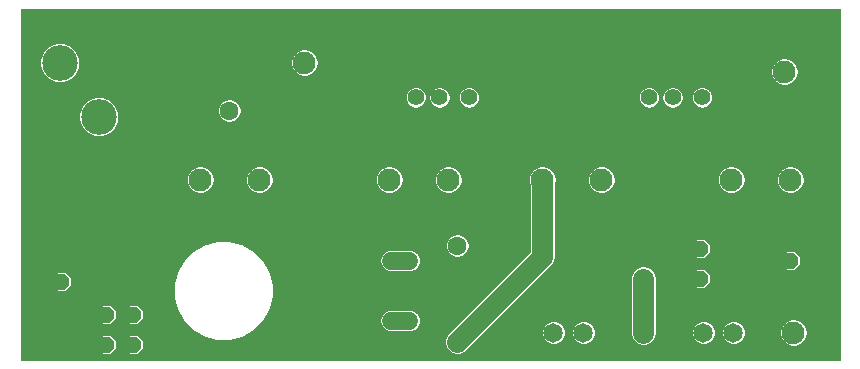
<source format=gbl>
G75*
G70*
%OFA0B0*%
%FSLAX24Y24*%
%IPPOS*%
%LPD*%
%AMOC8*
5,1,8,0,0,1.08239X$1,22.5*
%
%ADD10C,0.0760*%
%ADD11C,0.0650*%
%ADD12C,0.0560*%
%ADD13C,0.1310*%
%ADD14C,0.0768*%
%ADD15C,0.0600*%
%ADD16OC8,0.0630*%
%ADD17C,0.0630*%
%ADD18C,0.1185*%
%ADD19OC8,0.0520*%
%ADD20C,0.0000*%
%ADD21C,0.0001*%
%ADD22C,0.0700*%
D10*
X010610Y014086D03*
X011610Y014086D03*
X027610Y013786D03*
X028610Y013786D03*
X028911Y005087D03*
X027911Y005087D03*
D11*
X025910Y005086D03*
X024910Y005086D03*
X023910Y005086D03*
X022910Y005086D03*
X021910Y005086D03*
X020910Y005086D03*
X019910Y005086D03*
D12*
X022115Y012926D03*
X023095Y012926D03*
X023885Y012926D03*
X024865Y012926D03*
X017095Y012926D03*
X016115Y012926D03*
X015325Y012926D03*
X014345Y012926D03*
D13*
X013135Y013996D03*
X018305Y013996D03*
X020905Y013996D03*
X026075Y013996D03*
D14*
X025841Y010186D03*
X027810Y010186D03*
X021510Y010186D03*
X019542Y010186D03*
X016410Y010186D03*
X014441Y010186D03*
X010110Y010186D03*
X008142Y010186D03*
D15*
X014510Y007486D02*
X015110Y007486D01*
X015110Y006486D02*
X014510Y006486D01*
X014510Y005486D02*
X015110Y005486D01*
D16*
X016710Y005786D03*
X016710Y006986D03*
X021910Y006886D03*
X010110Y012486D03*
D17*
X009110Y012486D03*
X016710Y007986D03*
X016710Y004786D03*
X022910Y006886D03*
D18*
X004760Y012286D03*
X003460Y014086D03*
D19*
X003510Y007786D03*
X003510Y006786D03*
X005010Y005686D03*
X005910Y005686D03*
X005910Y004686D03*
X005010Y004686D03*
X024810Y006886D03*
X024810Y007886D03*
X027810Y007486D03*
X028810Y007486D03*
D20*
X029470Y004166D02*
X002151Y004166D01*
X002151Y015886D01*
X029470Y015886D01*
X029470Y004166D01*
X028285Y004838D02*
X028352Y005000D01*
X028352Y005175D01*
X028285Y005337D01*
X028161Y005461D01*
X027999Y005528D01*
X027824Y005528D01*
X027662Y005461D01*
X027538Y005337D01*
X027471Y005175D01*
X027471Y005000D01*
X027538Y004838D01*
X027662Y004714D01*
X027824Y004647D01*
X027999Y004647D01*
X028161Y004714D01*
X028285Y004838D01*
X026295Y005010D02*
X026237Y004868D01*
X026128Y004760D01*
X025987Y004701D01*
X025834Y004701D01*
X025692Y004760D01*
X025584Y004868D01*
X025525Y005010D01*
X025525Y005163D01*
X025584Y005304D01*
X025692Y005413D01*
X025834Y005471D01*
X025987Y005471D01*
X026128Y005413D01*
X026237Y005304D01*
X026295Y005163D01*
X026295Y005010D01*
X025295Y005010D02*
X025237Y004868D01*
X025128Y004760D01*
X024987Y004701D01*
X024834Y004701D01*
X024692Y004760D01*
X024584Y004868D01*
X024525Y005010D01*
X024525Y005163D01*
X024584Y005304D01*
X024692Y005413D01*
X024834Y005471D01*
X024987Y005471D01*
X025128Y005413D01*
X025237Y005304D01*
X025295Y005163D01*
X025295Y005010D01*
X023321Y005005D02*
X023258Y004854D01*
X023143Y004739D01*
X022992Y004676D01*
X022829Y004676D01*
X022678Y004739D01*
X022563Y004854D01*
X022500Y005005D01*
X022500Y006968D01*
X022563Y007119D01*
X022678Y007234D01*
X022829Y007296D01*
X022992Y007296D01*
X023143Y007234D01*
X023258Y007119D01*
X023321Y006968D01*
X023321Y005005D01*
X021295Y005010D02*
X021237Y004868D01*
X021128Y004760D01*
X020987Y004701D01*
X020834Y004701D01*
X020692Y004760D01*
X020584Y004868D01*
X020525Y005010D01*
X020525Y005163D01*
X020584Y005304D01*
X020692Y005413D01*
X020834Y005471D01*
X020987Y005471D01*
X021128Y005413D01*
X021237Y005304D01*
X021295Y005163D01*
X021295Y005010D01*
X020295Y005010D02*
X020237Y004868D01*
X020128Y004760D01*
X019987Y004701D01*
X019834Y004701D01*
X019692Y004760D01*
X019584Y004868D01*
X019525Y005010D01*
X019525Y005163D01*
X019584Y005304D01*
X019692Y005413D01*
X019834Y005471D01*
X019987Y005471D01*
X020128Y005413D01*
X020237Y005304D01*
X020295Y005163D01*
X020295Y005010D01*
X019890Y007385D02*
X016943Y004439D01*
X016792Y004376D01*
X016629Y004376D01*
X016478Y004439D01*
X016363Y004554D01*
X016300Y004705D01*
X016300Y004868D01*
X016363Y005019D01*
X019132Y007788D01*
X019132Y010016D01*
X019098Y010098D01*
X019098Y010275D01*
X019165Y010438D01*
X019290Y010563D01*
X019454Y010630D01*
X019630Y010630D01*
X019793Y010563D01*
X019918Y010438D01*
X019986Y010275D01*
X019986Y010098D01*
X019952Y010016D01*
X019952Y007699D01*
X019952Y007536D01*
X019890Y007385D01*
X017086Y007912D02*
X017028Y007774D01*
X016923Y007668D01*
X016785Y007611D01*
X016636Y007611D01*
X016498Y007668D01*
X016392Y007774D01*
X016335Y007912D01*
X016335Y008061D01*
X016392Y008199D01*
X016498Y008304D01*
X016636Y008361D01*
X016785Y008361D01*
X016923Y008304D01*
X017028Y008199D01*
X017086Y008061D01*
X017086Y007912D01*
X015471Y007558D02*
X015471Y007415D01*
X015416Y007282D01*
X015314Y007181D01*
X015182Y007126D01*
X014439Y007126D01*
X014306Y007181D01*
X014205Y007282D01*
X014150Y007415D01*
X014150Y007558D01*
X014205Y007690D01*
X014306Y007792D01*
X014439Y007846D01*
X015182Y007846D01*
X015314Y007792D01*
X015416Y007690D01*
X015471Y007558D01*
X015182Y005846D02*
X014439Y005846D01*
X014306Y005792D01*
X014205Y005690D01*
X014150Y005558D01*
X014150Y005415D01*
X014205Y005282D01*
X014306Y005181D01*
X014439Y005126D01*
X015182Y005126D01*
X015314Y005181D01*
X015416Y005282D01*
X015471Y005415D01*
X015471Y005558D01*
X015416Y005690D01*
X015314Y005792D01*
X015182Y005846D01*
X010561Y006269D02*
X010448Y005849D01*
X010231Y005473D01*
X009924Y005166D01*
X009547Y004949D01*
X009128Y004836D01*
X008693Y004836D01*
X008273Y004949D01*
X007897Y005166D01*
X007590Y005473D01*
X007373Y005849D01*
X007260Y006269D01*
X007260Y006704D01*
X007373Y007123D01*
X007590Y007500D01*
X007897Y007807D01*
X008273Y008024D01*
X008693Y008136D01*
X009128Y008136D01*
X009547Y008024D01*
X009924Y007807D01*
X010231Y007500D01*
X010448Y007123D01*
X010561Y006704D01*
X010561Y006269D01*
X006231Y005819D02*
X006231Y005554D01*
X006043Y005366D01*
X005778Y005366D01*
X005590Y005554D01*
X005590Y005819D01*
X005778Y006006D01*
X006043Y006006D01*
X006231Y005819D01*
X005331Y005819D02*
X005331Y005554D01*
X005143Y005366D01*
X004878Y005366D01*
X004690Y005554D01*
X004690Y005819D01*
X004878Y006006D01*
X005143Y006006D01*
X005331Y005819D01*
X005143Y005006D02*
X004878Y005006D01*
X004690Y004819D01*
X004690Y004554D01*
X004878Y004366D01*
X005143Y004366D01*
X005331Y004554D01*
X005331Y004819D01*
X005143Y005006D01*
X005590Y004819D02*
X005590Y004554D01*
X005778Y004366D01*
X006043Y004366D01*
X006231Y004554D01*
X006231Y004819D01*
X006043Y005006D01*
X005778Y005006D01*
X005590Y004819D01*
X003831Y006654D02*
X003643Y006466D01*
X003378Y006466D01*
X003190Y006654D01*
X003190Y006919D01*
X003378Y007106D01*
X003643Y007106D01*
X003831Y006919D01*
X003831Y006654D01*
X007765Y009935D02*
X007890Y009810D01*
X008054Y009742D01*
X008230Y009742D01*
X008393Y009810D01*
X008518Y009935D01*
X008586Y010098D01*
X008586Y010275D01*
X008518Y010438D01*
X008393Y010563D01*
X008230Y010630D01*
X008054Y010630D01*
X007890Y010563D01*
X007765Y010438D01*
X007698Y010275D01*
X007698Y010098D01*
X007765Y009935D01*
X009666Y010098D02*
X009734Y009935D01*
X009859Y009810D01*
X010022Y009742D01*
X010199Y009742D01*
X010362Y009810D01*
X010487Y009935D01*
X010554Y010098D01*
X010554Y010275D01*
X010487Y010438D01*
X010362Y010563D01*
X010199Y010630D01*
X010022Y010630D01*
X009859Y010563D01*
X009734Y010438D01*
X009666Y010275D01*
X009666Y010098D01*
X009185Y012111D02*
X009036Y012111D01*
X008898Y012168D01*
X008792Y012274D01*
X008735Y012412D01*
X008735Y012561D01*
X008792Y012699D01*
X008898Y012804D01*
X009036Y012861D01*
X009185Y012861D01*
X009323Y012804D01*
X009428Y012699D01*
X009486Y012561D01*
X009486Y012412D01*
X009428Y012274D01*
X009323Y012168D01*
X009185Y012111D01*
X011237Y013837D02*
X011361Y013713D01*
X011523Y013646D01*
X011698Y013646D01*
X011860Y013713D01*
X011984Y013837D01*
X012051Y013999D01*
X012051Y014174D01*
X011984Y014336D01*
X011860Y014459D01*
X011698Y014526D01*
X011523Y014526D01*
X011361Y014459D01*
X011237Y014336D01*
X011170Y014174D01*
X011170Y013999D01*
X011237Y013837D01*
X014985Y012994D02*
X014985Y012859D01*
X015037Y012734D01*
X015133Y012638D01*
X015258Y012586D01*
X015393Y012586D01*
X015518Y012638D01*
X015614Y012734D01*
X015666Y012859D01*
X015666Y012994D01*
X015614Y013119D01*
X015518Y013215D01*
X015393Y013266D01*
X015258Y013266D01*
X015133Y013215D01*
X015037Y013119D01*
X014985Y012994D01*
X015775Y012994D02*
X015775Y012859D01*
X015827Y012734D01*
X015923Y012638D01*
X016048Y012586D01*
X016183Y012586D01*
X016308Y012638D01*
X016404Y012734D01*
X016456Y012859D01*
X016456Y012994D01*
X016404Y013119D01*
X016308Y013215D01*
X016183Y013266D01*
X016048Y013266D01*
X015923Y013215D01*
X015827Y013119D01*
X015775Y012994D01*
X016755Y012994D02*
X016755Y012859D01*
X016807Y012734D01*
X016903Y012638D01*
X017028Y012586D01*
X017163Y012586D01*
X017288Y012638D01*
X017384Y012734D01*
X017436Y012859D01*
X017436Y012994D01*
X017384Y013119D01*
X017288Y013215D01*
X017163Y013266D01*
X017028Y013266D01*
X016903Y013215D01*
X016807Y013119D01*
X016755Y012994D01*
X016498Y010630D02*
X016321Y010630D01*
X016158Y010563D01*
X016033Y010438D01*
X015966Y010275D01*
X015966Y010098D01*
X016033Y009935D01*
X016158Y009810D01*
X016321Y009742D01*
X016498Y009742D01*
X016661Y009810D01*
X016786Y009935D01*
X016854Y010098D01*
X016854Y010275D01*
X016786Y010438D01*
X016661Y010563D01*
X016498Y010630D01*
X014885Y010275D02*
X014885Y010098D01*
X014818Y009935D01*
X014693Y009810D01*
X014529Y009742D01*
X014353Y009742D01*
X014190Y009810D01*
X014065Y009935D01*
X013997Y010098D01*
X013997Y010275D01*
X014065Y010438D01*
X014190Y010563D01*
X014353Y010630D01*
X014529Y010630D01*
X014693Y010563D01*
X014818Y010438D01*
X014885Y010275D01*
X021066Y010275D02*
X021066Y010098D01*
X021134Y009935D01*
X021259Y009810D01*
X021422Y009742D01*
X021599Y009742D01*
X021762Y009810D01*
X021887Y009935D01*
X021954Y010098D01*
X021954Y010275D01*
X021887Y010438D01*
X021762Y010563D01*
X021599Y010630D01*
X021422Y010630D01*
X021259Y010563D01*
X021134Y010438D01*
X021066Y010275D01*
X024490Y008019D02*
X024678Y008206D01*
X024943Y008206D01*
X025131Y008019D01*
X025131Y007754D01*
X024943Y007566D01*
X024678Y007566D01*
X024490Y007754D01*
X024490Y008019D01*
X024678Y007206D02*
X024490Y007019D01*
X024490Y006754D01*
X024678Y006566D01*
X024943Y006566D01*
X025131Y006754D01*
X025131Y007019D01*
X024943Y007206D01*
X024678Y007206D01*
X027490Y007354D02*
X027678Y007166D01*
X027943Y007166D01*
X028131Y007354D01*
X028131Y007619D01*
X027943Y007806D01*
X027678Y007806D01*
X027490Y007619D01*
X027490Y007354D01*
X027721Y009742D02*
X027898Y009742D01*
X028061Y009810D01*
X028186Y009935D01*
X028254Y010098D01*
X028254Y010275D01*
X028186Y010438D01*
X028061Y010563D01*
X027898Y010630D01*
X027721Y010630D01*
X027558Y010563D01*
X027433Y010438D01*
X027366Y010275D01*
X027366Y010098D01*
X027433Y009935D01*
X027558Y009810D01*
X027721Y009742D01*
X026285Y010098D02*
X026218Y009935D01*
X026093Y009810D01*
X025929Y009742D01*
X025753Y009742D01*
X025590Y009810D01*
X025465Y009935D01*
X025397Y010098D01*
X025397Y010275D01*
X025465Y010438D01*
X025590Y010563D01*
X025753Y010630D01*
X025929Y010630D01*
X026093Y010563D01*
X026218Y010438D01*
X026285Y010275D01*
X026285Y010098D01*
X025058Y012638D02*
X024933Y012586D01*
X024798Y012586D01*
X024673Y012638D01*
X024577Y012734D01*
X024525Y012859D01*
X024525Y012994D01*
X024577Y013119D01*
X024673Y013215D01*
X024798Y013266D01*
X024933Y013266D01*
X025058Y013215D01*
X025154Y013119D01*
X025206Y012994D01*
X025206Y012859D01*
X025154Y012734D01*
X025058Y012638D01*
X024226Y012859D02*
X024174Y012734D01*
X024078Y012638D01*
X023953Y012586D01*
X023818Y012586D01*
X023693Y012638D01*
X023597Y012734D01*
X023545Y012859D01*
X023545Y012994D01*
X023597Y013119D01*
X023693Y013215D01*
X023818Y013266D01*
X023953Y013266D01*
X024078Y013215D01*
X024174Y013119D01*
X024226Y012994D01*
X024226Y012859D01*
X023436Y012859D02*
X023384Y012734D01*
X023288Y012638D01*
X023163Y012586D01*
X023028Y012586D01*
X022903Y012638D01*
X022807Y012734D01*
X022755Y012859D01*
X022755Y012994D01*
X022807Y013119D01*
X022903Y013215D01*
X023028Y013266D01*
X023163Y013266D01*
X023288Y013215D01*
X023384Y013119D01*
X023436Y012994D01*
X023436Y012859D01*
X027170Y013699D02*
X027237Y013537D01*
X027361Y013413D01*
X027523Y013346D01*
X027698Y013346D01*
X027860Y013413D01*
X027984Y013537D01*
X028051Y013699D01*
X028051Y013874D01*
X027984Y014036D01*
X027860Y014159D01*
X027698Y014226D01*
X027523Y014226D01*
X027361Y014159D01*
X027237Y014036D01*
X027170Y013874D01*
X027170Y013699D01*
X005413Y012416D02*
X005413Y012156D01*
X005314Y011917D01*
X005130Y011733D01*
X004890Y011634D01*
X004631Y011634D01*
X004391Y011733D01*
X004207Y011917D01*
X004108Y012156D01*
X004108Y012416D01*
X004207Y012656D01*
X004391Y012840D01*
X004631Y012939D01*
X004890Y012939D01*
X005130Y012840D01*
X005314Y012656D01*
X005413Y012416D01*
X004014Y013717D02*
X003830Y013533D01*
X003590Y013434D01*
X003331Y013434D01*
X003091Y013533D01*
X002907Y013717D01*
X002808Y013956D01*
X002808Y014216D01*
X002907Y014456D01*
X003091Y014640D01*
X003331Y014739D01*
X003590Y014739D01*
X003830Y014640D01*
X004014Y014456D01*
X004113Y014216D01*
X004113Y013956D01*
X004014Y013717D01*
D21*
X011357Y013717D01*
X011356Y013718D02*
X004014Y013718D01*
X004015Y013719D02*
X011355Y013719D01*
X011354Y013720D02*
X004015Y013720D01*
X004015Y013721D02*
X011353Y013721D01*
X011352Y013722D02*
X004016Y013722D01*
X004016Y013723D02*
X011352Y013723D01*
X011351Y013723D02*
X004017Y013723D01*
X004017Y013724D02*
X011350Y013724D01*
X011349Y013725D02*
X004017Y013725D01*
X004018Y013726D02*
X011348Y013726D01*
X011347Y013727D02*
X004018Y013727D01*
X004019Y013728D02*
X011346Y013728D01*
X011345Y013729D02*
X004019Y013729D01*
X004019Y013730D02*
X011344Y013730D01*
X011343Y013731D02*
X004020Y013731D01*
X004020Y013732D02*
X011342Y013732D01*
X011341Y013733D02*
X004021Y013733D01*
X004021Y013734D02*
X011340Y013734D01*
X011339Y013735D02*
X004021Y013735D01*
X004022Y013736D02*
X011338Y013736D01*
X011337Y013737D02*
X004022Y013737D01*
X004022Y013738D02*
X011336Y013738D01*
X011335Y013739D02*
X004023Y013739D01*
X004023Y013740D02*
X011335Y013740D01*
X011334Y013740D02*
X004024Y013740D01*
X004024Y013741D02*
X011333Y013741D01*
X011332Y013742D02*
X004024Y013742D01*
X004025Y013743D02*
X011331Y013743D01*
X011330Y013744D02*
X004025Y013744D01*
X004026Y013745D02*
X011329Y013745D01*
X011328Y013746D02*
X004026Y013746D01*
X004026Y013747D02*
X011327Y013747D01*
X011326Y013748D02*
X004027Y013748D01*
X004027Y013749D02*
X011325Y013749D01*
X011324Y013750D02*
X004028Y013750D01*
X004028Y013751D02*
X011323Y013751D01*
X011322Y013752D02*
X004028Y013752D01*
X004029Y013753D02*
X011321Y013753D01*
X011320Y013754D02*
X004029Y013754D01*
X004029Y013755D02*
X011319Y013755D01*
X011318Y013756D02*
X004030Y013756D01*
X004030Y013757D02*
X011318Y013757D01*
X011317Y013757D02*
X004031Y013757D01*
X004031Y013758D02*
X011316Y013758D01*
X011315Y013759D02*
X004031Y013759D01*
X004032Y013760D02*
X011314Y013760D01*
X011313Y013761D02*
X004032Y013761D01*
X004033Y013762D02*
X011312Y013762D01*
X011311Y013763D02*
X004033Y013763D01*
X004033Y013764D02*
X011310Y013764D01*
X011309Y013765D02*
X004034Y013765D01*
X004034Y013766D02*
X011308Y013766D01*
X011307Y013767D02*
X004035Y013767D01*
X004035Y013768D02*
X011306Y013768D01*
X011305Y013769D02*
X004035Y013769D01*
X004036Y013770D02*
X011304Y013770D01*
X011303Y013771D02*
X004036Y013771D01*
X004037Y013772D02*
X011302Y013772D01*
X011301Y013773D02*
X004037Y013773D01*
X004037Y013774D02*
X011301Y013774D01*
X011300Y013774D02*
X004038Y013774D01*
X004038Y013775D02*
X011299Y013775D01*
X011298Y013776D02*
X004039Y013776D01*
X004039Y013777D02*
X011297Y013777D01*
X011296Y013778D02*
X004039Y013778D01*
X004040Y013779D02*
X011295Y013779D01*
X011294Y013780D02*
X004040Y013780D01*
X004040Y013781D02*
X011293Y013781D01*
X011292Y013782D02*
X004041Y013782D01*
X004041Y013783D02*
X011291Y013783D01*
X011290Y013784D02*
X004042Y013784D01*
X004042Y013785D02*
X011289Y013785D01*
X011288Y013786D02*
X004042Y013786D01*
X004043Y013787D02*
X011287Y013787D01*
X011286Y013788D02*
X004043Y013788D01*
X004044Y013789D02*
X011285Y013789D01*
X011284Y013790D02*
X004044Y013790D01*
X004044Y013791D02*
X011284Y013791D01*
X011283Y013791D02*
X004045Y013791D01*
X004045Y013792D02*
X011282Y013792D01*
X011281Y013793D02*
X004046Y013793D01*
X004046Y013794D02*
X011280Y013794D01*
X011279Y013795D02*
X004046Y013795D01*
X004047Y013796D02*
X011278Y013796D01*
X011277Y013797D02*
X004047Y013797D01*
X004048Y013798D02*
X011276Y013798D01*
X011275Y013799D02*
X004048Y013799D01*
X004048Y013800D02*
X011274Y013800D01*
X011273Y013801D02*
X004049Y013801D01*
X004049Y013802D02*
X011272Y013802D01*
X011271Y013803D02*
X004049Y013803D01*
X004050Y013804D02*
X011270Y013804D01*
X011269Y013805D02*
X004050Y013805D01*
X004051Y013806D02*
X011268Y013806D01*
X011267Y013807D02*
X004051Y013807D01*
X004051Y013808D02*
X011266Y013808D01*
X011266Y013809D02*
X004052Y013809D01*
X011265Y013809D01*
X011264Y013810D02*
X004053Y013810D01*
X004053Y013811D02*
X011263Y013811D01*
X011262Y013812D02*
X004053Y013812D01*
X004054Y013813D02*
X011261Y013813D01*
X011260Y013814D02*
X004054Y013814D01*
X004055Y013815D02*
X011259Y013815D01*
X011258Y013816D02*
X004055Y013816D01*
X004055Y013817D02*
X011257Y013817D01*
X011256Y013818D02*
X004056Y013818D01*
X004056Y013819D02*
X011255Y013819D01*
X011254Y013820D02*
X004056Y013820D01*
X004057Y013821D02*
X011253Y013821D01*
X011252Y013822D02*
X004057Y013822D01*
X004058Y013823D02*
X011251Y013823D01*
X011250Y013824D02*
X004058Y013824D01*
X004058Y013825D02*
X011249Y013825D01*
X011249Y013826D02*
X004059Y013826D01*
X011248Y013826D01*
X011247Y013827D02*
X004060Y013827D01*
X004060Y013828D02*
X011246Y013828D01*
X011245Y013829D02*
X004060Y013829D01*
X004061Y013830D02*
X011244Y013830D01*
X011243Y013831D02*
X004061Y013831D01*
X004062Y013832D02*
X011242Y013832D01*
X011241Y013833D02*
X004062Y013833D01*
X004062Y013834D02*
X011240Y013834D01*
X011239Y013835D02*
X004063Y013835D01*
X004063Y013836D02*
X011238Y013836D01*
X011237Y013837D02*
X004064Y013837D01*
X004064Y013838D02*
X011237Y013838D01*
X011236Y013839D02*
X004064Y013839D01*
X004065Y013840D02*
X011236Y013840D01*
X011236Y013841D02*
X004065Y013841D01*
X004066Y013842D02*
X011235Y013842D01*
X011235Y013843D02*
X004066Y013843D01*
X011234Y013843D01*
X011234Y013844D02*
X004067Y013844D01*
X004067Y013845D02*
X011234Y013845D01*
X011233Y013846D02*
X004067Y013846D01*
X004068Y013847D02*
X011233Y013847D01*
X011232Y013848D02*
X004068Y013848D01*
X004069Y013849D02*
X011232Y013849D01*
X011232Y013850D02*
X004069Y013850D01*
X004069Y013851D02*
X011231Y013851D01*
X011231Y013852D02*
X004070Y013852D01*
X004070Y013853D02*
X011231Y013853D01*
X011230Y013854D02*
X004071Y013854D01*
X004071Y013855D02*
X011230Y013855D01*
X011229Y013856D02*
X004071Y013856D01*
X004072Y013857D02*
X011229Y013857D01*
X011229Y013858D02*
X004072Y013858D01*
X004073Y013859D02*
X011228Y013859D01*
X011228Y013860D02*
X004073Y013860D01*
X011227Y013860D01*
X011227Y013861D02*
X004074Y013861D01*
X004074Y013862D02*
X011227Y013862D01*
X011226Y013863D02*
X004075Y013863D01*
X004075Y013864D02*
X011226Y013864D01*
X011225Y013865D02*
X004075Y013865D01*
X004076Y013866D02*
X011225Y013866D01*
X011225Y013867D02*
X004076Y013867D01*
X004076Y013868D02*
X011224Y013868D01*
X011224Y013869D02*
X004077Y013869D01*
X004077Y013870D02*
X011223Y013870D01*
X011223Y013871D02*
X004078Y013871D01*
X004078Y013872D02*
X011223Y013872D01*
X011222Y013873D02*
X004078Y013873D01*
X004079Y013874D02*
X011222Y013874D01*
X011221Y013875D02*
X004079Y013875D01*
X004080Y013876D02*
X011221Y013876D01*
X011221Y013877D02*
X004080Y013877D01*
X011220Y013877D01*
X011220Y013878D02*
X004081Y013878D01*
X004081Y013879D02*
X011220Y013879D01*
X011219Y013880D02*
X004082Y013880D01*
X004082Y013881D02*
X011219Y013881D01*
X011218Y013882D02*
X004082Y013882D01*
X004083Y013883D02*
X011218Y013883D01*
X011218Y013884D02*
X004083Y013884D01*
X004084Y013885D02*
X011217Y013885D01*
X011217Y013886D02*
X004084Y013886D01*
X004084Y013887D02*
X011216Y013887D01*
X011216Y013888D02*
X004085Y013888D01*
X004085Y013889D02*
X011216Y013889D01*
X011215Y013890D02*
X004085Y013890D01*
X004086Y013891D02*
X011215Y013891D01*
X011214Y013892D02*
X004086Y013892D01*
X004087Y013893D02*
X011214Y013893D01*
X011214Y013894D02*
X004087Y013894D01*
X011213Y013894D01*
X011213Y013895D02*
X004088Y013895D01*
X004088Y013896D02*
X011213Y013896D01*
X011212Y013897D02*
X004089Y013897D01*
X004089Y013898D02*
X011212Y013898D01*
X011211Y013899D02*
X004089Y013899D01*
X004090Y013900D02*
X011211Y013900D01*
X011211Y013901D02*
X004090Y013901D01*
X004091Y013902D02*
X011210Y013902D01*
X011210Y013903D02*
X004091Y013903D01*
X004091Y013904D02*
X011209Y013904D01*
X011209Y013905D02*
X004092Y013905D01*
X004092Y013906D02*
X011209Y013906D01*
X011208Y013907D02*
X004093Y013907D01*
X004093Y013908D02*
X011208Y013908D01*
X011207Y013909D02*
X004093Y013909D01*
X004094Y013910D02*
X011207Y013910D01*
X011207Y013911D02*
X004094Y013911D01*
X011206Y013911D01*
X011206Y013912D02*
X004095Y013912D01*
X004095Y013913D02*
X011205Y013913D01*
X011205Y013914D02*
X004096Y013914D01*
X004096Y013915D02*
X011205Y013915D01*
X011204Y013916D02*
X004096Y013916D01*
X004097Y013917D02*
X011204Y013917D01*
X011204Y013918D02*
X004097Y013918D01*
X004098Y013919D02*
X011203Y013919D01*
X011203Y013920D02*
X004098Y013920D01*
X004098Y013921D02*
X011202Y013921D01*
X011202Y013922D02*
X004099Y013922D01*
X004099Y013923D02*
X011202Y013923D01*
X011201Y013924D02*
X004100Y013924D01*
X004100Y013925D02*
X011201Y013925D01*
X011200Y013926D02*
X004100Y013926D01*
X004101Y013927D02*
X011200Y013927D01*
X011200Y013928D02*
X004101Y013928D01*
X004102Y013929D02*
X011199Y013929D01*
X004102Y013929D01*
X004102Y013930D02*
X011198Y013930D01*
X011198Y013931D02*
X004103Y013931D01*
X004103Y013932D02*
X011198Y013932D01*
X011197Y013933D02*
X004104Y013933D01*
X004104Y013934D02*
X011197Y013934D01*
X011196Y013935D02*
X004104Y013935D01*
X004105Y013936D02*
X011196Y013936D01*
X011196Y013937D02*
X004105Y013937D01*
X004105Y013938D02*
X011195Y013938D01*
X011195Y013939D02*
X004106Y013939D01*
X004106Y013940D02*
X011195Y013940D01*
X011194Y013941D02*
X004107Y013941D01*
X004107Y013942D02*
X011194Y013942D01*
X011193Y013943D02*
X004107Y013943D01*
X004108Y013944D02*
X011193Y013944D01*
X011193Y013945D02*
X004108Y013945D01*
X004109Y013946D02*
X011192Y013946D01*
X004109Y013946D01*
X004109Y013947D02*
X011191Y013947D01*
X011191Y013948D02*
X004110Y013948D01*
X004110Y013949D02*
X011191Y013949D01*
X011190Y013950D02*
X004111Y013950D01*
X004111Y013951D02*
X011190Y013951D01*
X011189Y013952D02*
X004111Y013952D01*
X004112Y013953D02*
X011189Y013953D01*
X011189Y013954D02*
X004112Y013954D01*
X004112Y013955D02*
X011188Y013955D01*
X011188Y013956D02*
X004113Y013956D01*
X004113Y013957D02*
X011187Y013957D01*
X011187Y013958D02*
X004113Y013958D01*
X004113Y013959D02*
X011187Y013959D01*
X011186Y013960D02*
X004113Y013960D01*
X004113Y013961D02*
X011186Y013961D01*
X011186Y013962D02*
X004113Y013962D01*
X004113Y013963D02*
X011185Y013963D01*
X004113Y013963D01*
X004113Y013964D02*
X011184Y013964D01*
X011184Y013965D02*
X004113Y013965D01*
X004113Y013966D02*
X011184Y013966D01*
X011183Y013967D02*
X004113Y013967D01*
X004113Y013968D02*
X011183Y013968D01*
X011182Y013969D02*
X004113Y013969D01*
X004113Y013970D02*
X011182Y013970D01*
X011182Y013971D02*
X004113Y013971D01*
X004113Y013972D02*
X011181Y013972D01*
X011181Y013973D02*
X004113Y013973D01*
X004113Y013974D02*
X011180Y013974D01*
X011180Y013975D02*
X004113Y013975D01*
X004113Y013976D02*
X011180Y013976D01*
X011179Y013977D02*
X004113Y013977D01*
X004113Y013978D02*
X011179Y013978D01*
X011178Y013979D02*
X004113Y013979D01*
X004113Y013980D02*
X011178Y013980D01*
X004113Y013980D01*
X004113Y013981D02*
X011177Y013981D01*
X011177Y013982D02*
X004113Y013982D01*
X004113Y013983D02*
X011176Y013983D01*
X011176Y013984D02*
X004113Y013984D01*
X004113Y013985D02*
X011176Y013985D01*
X011175Y013986D02*
X004113Y013986D01*
X004113Y013987D02*
X011175Y013987D01*
X011175Y013988D02*
X004113Y013988D01*
X004113Y013989D02*
X011174Y013989D01*
X011174Y013990D02*
X004113Y013990D01*
X004113Y013991D02*
X011173Y013991D01*
X011173Y013992D02*
X004113Y013992D01*
X004113Y013993D02*
X011173Y013993D01*
X011172Y013994D02*
X004113Y013994D01*
X004113Y013995D02*
X011172Y013995D01*
X011171Y013996D02*
X004113Y013996D01*
X004113Y013997D02*
X011171Y013997D01*
X004113Y013997D01*
X004113Y013998D02*
X011170Y013998D01*
X011170Y013999D02*
X004113Y013999D01*
X004113Y014000D02*
X011170Y014000D01*
X011170Y014001D02*
X004113Y014001D01*
X004113Y014002D02*
X011170Y014002D01*
X011170Y014003D02*
X004113Y014003D01*
X004113Y014004D02*
X011170Y014004D01*
X011170Y014005D02*
X004113Y014005D01*
X004113Y014006D02*
X011170Y014006D01*
X011170Y014007D02*
X004113Y014007D01*
X004113Y014008D02*
X011170Y014008D01*
X011170Y014009D02*
X004113Y014009D01*
X004113Y014010D02*
X011170Y014010D01*
X011170Y014011D02*
X004113Y014011D01*
X004113Y014012D02*
X011170Y014012D01*
X011170Y014013D02*
X004113Y014013D01*
X004113Y014014D02*
X011170Y014014D01*
X004113Y014014D01*
X004113Y014015D02*
X011170Y014015D01*
X011170Y014016D02*
X004113Y014016D01*
X004113Y014017D02*
X011170Y014017D01*
X011170Y014018D02*
X004113Y014018D01*
X004113Y014019D02*
X011170Y014019D01*
X011170Y014020D02*
X004113Y014020D01*
X004113Y014021D02*
X011170Y014021D01*
X011170Y014022D02*
X004113Y014022D01*
X004113Y014023D02*
X011170Y014023D01*
X011170Y014024D02*
X004113Y014024D01*
X004113Y014025D02*
X011170Y014025D01*
X011170Y014026D02*
X004113Y014026D01*
X004113Y014027D02*
X011170Y014027D01*
X011170Y014028D02*
X004113Y014028D01*
X004113Y014029D02*
X011170Y014029D01*
X011170Y014030D02*
X004113Y014030D01*
X004113Y014031D02*
X011170Y014031D01*
X004113Y014031D01*
X004113Y014032D02*
X011170Y014032D01*
X011170Y014033D02*
X004113Y014033D01*
X004113Y014034D02*
X011170Y014034D01*
X011170Y014035D02*
X004113Y014035D01*
X004113Y014036D02*
X011170Y014036D01*
X011170Y014037D02*
X004113Y014037D01*
X004113Y014038D02*
X011170Y014038D01*
X011170Y014039D02*
X004113Y014039D01*
X004113Y014040D02*
X011170Y014040D01*
X011170Y014041D02*
X004113Y014041D01*
X004113Y014042D02*
X011170Y014042D01*
X011170Y014043D02*
X004113Y014043D01*
X004113Y014044D02*
X011170Y014044D01*
X011170Y014045D02*
X004113Y014045D01*
X004113Y014046D02*
X011170Y014046D01*
X011170Y014047D02*
X004113Y014047D01*
X004113Y014048D02*
X011170Y014048D01*
X011170Y014049D02*
X004113Y014049D01*
X011170Y014049D01*
X011170Y014050D02*
X004113Y014050D01*
X004113Y014051D02*
X011170Y014051D01*
X011170Y014052D02*
X004113Y014052D01*
X004113Y014053D02*
X011170Y014053D01*
X011170Y014054D02*
X004113Y014054D01*
X004113Y014055D02*
X011170Y014055D01*
X011170Y014056D02*
X004113Y014056D01*
X004113Y014057D02*
X011170Y014057D01*
X011170Y014058D02*
X004113Y014058D01*
X004113Y014059D02*
X011170Y014059D01*
X011170Y014060D02*
X004113Y014060D01*
X004113Y014061D02*
X011170Y014061D01*
X011170Y014062D02*
X004113Y014062D01*
X004113Y014063D02*
X011170Y014063D01*
X011170Y014064D02*
X004113Y014064D01*
X004113Y014065D02*
X011170Y014065D01*
X011170Y014066D02*
X004113Y014066D01*
X011170Y014066D01*
X011170Y014067D02*
X004113Y014067D01*
X004113Y014068D02*
X011170Y014068D01*
X011170Y014069D02*
X004113Y014069D01*
X004113Y014070D02*
X011170Y014070D01*
X011170Y014071D02*
X004113Y014071D01*
X004113Y014072D02*
X011170Y014072D01*
X011170Y014073D02*
X004113Y014073D01*
X004113Y014074D02*
X011170Y014074D01*
X011170Y014075D02*
X004113Y014075D01*
X004113Y014076D02*
X011170Y014076D01*
X011170Y014077D02*
X004113Y014077D01*
X004113Y014078D02*
X011170Y014078D01*
X011170Y014079D02*
X004113Y014079D01*
X004113Y014080D02*
X011170Y014080D01*
X011170Y014081D02*
X004113Y014081D01*
X004113Y014082D02*
X011170Y014082D01*
X011170Y014083D02*
X004113Y014083D01*
X011170Y014083D01*
X011170Y014084D02*
X004113Y014084D01*
X004113Y014085D02*
X011170Y014085D01*
X011170Y014086D02*
X004113Y014086D01*
X004113Y014087D02*
X011170Y014087D01*
X011170Y014088D02*
X004113Y014088D01*
X004113Y014089D02*
X011170Y014089D01*
X011170Y014090D02*
X004113Y014090D01*
X004113Y014091D02*
X011170Y014091D01*
X011170Y014092D02*
X004113Y014092D01*
X004113Y014093D02*
X011170Y014093D01*
X011170Y014094D02*
X004113Y014094D01*
X004113Y014095D02*
X011170Y014095D01*
X011170Y014096D02*
X004113Y014096D01*
X004113Y014097D02*
X011170Y014097D01*
X011170Y014098D02*
X004113Y014098D01*
X004113Y014099D02*
X011170Y014099D01*
X011170Y014100D02*
X004113Y014100D01*
X011170Y014100D01*
X011170Y014101D02*
X004113Y014101D01*
X004113Y014102D02*
X011170Y014102D01*
X011170Y014103D02*
X004113Y014103D01*
X004113Y014104D02*
X011170Y014104D01*
X011170Y014105D02*
X004113Y014105D01*
X004113Y014106D02*
X011170Y014106D01*
X011170Y014107D02*
X004113Y014107D01*
X004113Y014108D02*
X011170Y014108D01*
X011170Y014109D02*
X004113Y014109D01*
X004113Y014110D02*
X011170Y014110D01*
X011170Y014111D02*
X004113Y014111D01*
X004113Y014112D02*
X011170Y014112D01*
X011170Y014113D02*
X004113Y014113D01*
X004113Y014114D02*
X011170Y014114D01*
X011170Y014115D02*
X004113Y014115D01*
X004113Y014116D02*
X011170Y014116D01*
X011170Y014117D02*
X004113Y014117D01*
X011170Y014117D01*
X011170Y014118D02*
X004113Y014118D01*
X004113Y014119D02*
X011170Y014119D01*
X011170Y014120D02*
X004113Y014120D01*
X004113Y014121D02*
X011170Y014121D01*
X011170Y014122D02*
X004113Y014122D01*
X004113Y014123D02*
X011170Y014123D01*
X011170Y014124D02*
X004113Y014124D01*
X004113Y014125D02*
X011170Y014125D01*
X011170Y014126D02*
X004113Y014126D01*
X004113Y014127D02*
X011170Y014127D01*
X011170Y014128D02*
X004113Y014128D01*
X004113Y014129D02*
X011170Y014129D01*
X011170Y014130D02*
X004113Y014130D01*
X004113Y014131D02*
X011170Y014131D01*
X011170Y014132D02*
X004113Y014132D01*
X004113Y014133D02*
X011170Y014133D01*
X011170Y014134D02*
X004113Y014134D01*
X011170Y014134D01*
X011170Y014135D02*
X004113Y014135D01*
X004113Y014136D02*
X011170Y014136D01*
X011170Y014137D02*
X004113Y014137D01*
X004113Y014138D02*
X011170Y014138D01*
X011170Y014139D02*
X004113Y014139D01*
X004113Y014140D02*
X011170Y014140D01*
X011170Y014141D02*
X004113Y014141D01*
X004113Y014142D02*
X011170Y014142D01*
X011170Y014143D02*
X004113Y014143D01*
X004113Y014144D02*
X011170Y014144D01*
X011170Y014145D02*
X004113Y014145D01*
X004113Y014146D02*
X011170Y014146D01*
X011170Y014147D02*
X004113Y014147D01*
X004113Y014148D02*
X011170Y014148D01*
X011170Y014149D02*
X004113Y014149D01*
X004113Y014150D02*
X011170Y014150D01*
X011170Y014151D02*
X004113Y014151D01*
X011170Y014151D01*
X011170Y014152D02*
X004113Y014152D01*
X004113Y014153D02*
X011170Y014153D01*
X011170Y014154D02*
X004113Y014154D01*
X004113Y014155D02*
X011170Y014155D01*
X011170Y014156D02*
X004113Y014156D01*
X004113Y014157D02*
X011170Y014157D01*
X011170Y014158D02*
X004113Y014158D01*
X004113Y014159D02*
X011170Y014159D01*
X011170Y014160D02*
X004113Y014160D01*
X004113Y014161D02*
X011170Y014161D01*
X011170Y014162D02*
X004113Y014162D01*
X004113Y014163D02*
X011170Y014163D01*
X011170Y014164D02*
X004113Y014164D01*
X004113Y014165D02*
X011170Y014165D01*
X011170Y014166D02*
X004113Y014166D01*
X004113Y014167D02*
X011170Y014167D01*
X011170Y014168D02*
X004113Y014168D01*
X004113Y014169D02*
X011170Y014169D01*
X004113Y014169D01*
X004113Y014170D02*
X011170Y014170D01*
X011170Y014171D02*
X004113Y014171D01*
X004113Y014172D02*
X011170Y014172D01*
X011170Y014173D02*
X004113Y014173D01*
X004113Y014174D02*
X011170Y014174D01*
X011171Y014175D02*
X004113Y014175D01*
X004113Y014176D02*
X011171Y014176D01*
X011171Y014177D02*
X004113Y014177D01*
X004113Y014178D02*
X011172Y014178D01*
X011172Y014179D02*
X004113Y014179D01*
X004113Y014180D02*
X011173Y014180D01*
X011173Y014181D02*
X004113Y014181D01*
X004113Y014182D02*
X011173Y014182D01*
X011174Y014183D02*
X004113Y014183D01*
X004113Y014184D02*
X011174Y014184D01*
X011175Y014185D02*
X004113Y014185D01*
X004113Y014186D02*
X011175Y014186D01*
X004113Y014186D01*
X004113Y014187D02*
X011176Y014187D01*
X011176Y014188D02*
X004113Y014188D01*
X004113Y014189D02*
X011177Y014189D01*
X011177Y014190D02*
X004113Y014190D01*
X004113Y014191D02*
X011177Y014191D01*
X011178Y014192D02*
X004113Y014192D01*
X004113Y014193D02*
X011178Y014193D01*
X011179Y014194D02*
X004113Y014194D01*
X004113Y014195D02*
X011179Y014195D01*
X011179Y014196D02*
X004113Y014196D01*
X004113Y014197D02*
X011180Y014197D01*
X011180Y014198D02*
X004113Y014198D01*
X004113Y014199D02*
X011180Y014199D01*
X011181Y014200D02*
X004113Y014200D01*
X004113Y014201D02*
X011181Y014201D01*
X011182Y014202D02*
X004113Y014202D01*
X004113Y014203D02*
X011182Y014203D01*
X004113Y014203D01*
X004113Y014204D02*
X011183Y014204D01*
X011183Y014205D02*
X004113Y014205D01*
X004113Y014206D02*
X011184Y014206D01*
X011184Y014207D02*
X004113Y014207D01*
X004113Y014208D02*
X011184Y014208D01*
X011185Y014209D02*
X004113Y014209D01*
X004113Y014210D02*
X011185Y014210D01*
X011186Y014211D02*
X004113Y014211D01*
X004113Y014212D02*
X011186Y014212D01*
X011186Y014213D02*
X004113Y014213D01*
X004113Y014214D02*
X011187Y014214D01*
X011187Y014215D02*
X004113Y014215D01*
X004113Y014216D02*
X011188Y014216D01*
X011188Y014217D02*
X004113Y014217D01*
X004113Y014218D02*
X011188Y014218D01*
X011189Y014219D02*
X004112Y014219D01*
X004112Y014220D02*
X011189Y014220D01*
X004111Y014220D01*
X004111Y014221D02*
X011190Y014221D01*
X011190Y014222D02*
X004111Y014222D01*
X004110Y014223D02*
X011191Y014223D01*
X011191Y014224D02*
X004110Y014224D01*
X004109Y014225D02*
X011191Y014225D01*
X011192Y014226D02*
X004109Y014226D01*
X004109Y014227D02*
X011192Y014227D01*
X011193Y014228D02*
X004108Y014228D01*
X004108Y014229D02*
X011193Y014229D01*
X011193Y014230D02*
X004107Y014230D01*
X004107Y014231D02*
X011194Y014231D01*
X011194Y014232D02*
X004107Y014232D01*
X004106Y014233D02*
X011195Y014233D01*
X011195Y014234D02*
X004106Y014234D01*
X004105Y014235D02*
X011195Y014235D01*
X011196Y014236D02*
X004105Y014236D01*
X004105Y014237D02*
X011196Y014237D01*
X011197Y014237D02*
X004104Y014237D01*
X004104Y014238D02*
X011197Y014238D01*
X011197Y014239D02*
X004104Y014239D01*
X004103Y014240D02*
X011198Y014240D01*
X011198Y014241D02*
X004103Y014241D01*
X004102Y014242D02*
X011198Y014242D01*
X011199Y014243D02*
X004102Y014243D01*
X004102Y014244D02*
X011199Y014244D01*
X011200Y014245D02*
X004101Y014245D01*
X004101Y014246D02*
X011200Y014246D01*
X011200Y014247D02*
X004100Y014247D01*
X004100Y014248D02*
X011201Y014248D01*
X011201Y014249D02*
X004100Y014249D01*
X004099Y014250D02*
X011202Y014250D01*
X011202Y014251D02*
X004099Y014251D01*
X004098Y014252D02*
X011202Y014252D01*
X011203Y014253D02*
X004098Y014253D01*
X004098Y014254D02*
X011203Y014254D01*
X011204Y014254D02*
X004097Y014254D01*
X004097Y014255D02*
X011204Y014255D01*
X011204Y014256D02*
X004096Y014256D01*
X004096Y014257D02*
X011205Y014257D01*
X011205Y014258D02*
X004096Y014258D01*
X004095Y014259D02*
X011206Y014259D01*
X011206Y014260D02*
X004095Y014260D01*
X004094Y014261D02*
X011206Y014261D01*
X011207Y014262D02*
X004094Y014262D01*
X004094Y014263D02*
X011207Y014263D01*
X011207Y014264D02*
X004093Y014264D01*
X004093Y014265D02*
X011208Y014265D01*
X011208Y014266D02*
X004093Y014266D01*
X004092Y014267D02*
X011209Y014267D01*
X011209Y014268D02*
X004092Y014268D01*
X004091Y014269D02*
X011209Y014269D01*
X011210Y014270D02*
X004091Y014270D01*
X004091Y014271D02*
X011210Y014271D01*
X011211Y014271D02*
X004090Y014271D01*
X004090Y014272D02*
X011211Y014272D01*
X011211Y014273D02*
X004089Y014273D01*
X004089Y014274D02*
X011212Y014274D01*
X011212Y014275D02*
X004089Y014275D01*
X004088Y014276D02*
X011213Y014276D01*
X011213Y014277D02*
X004088Y014277D01*
X004087Y014278D02*
X011213Y014278D01*
X011214Y014279D02*
X004087Y014279D01*
X004087Y014280D02*
X011214Y014280D01*
X011215Y014281D02*
X004086Y014281D01*
X004086Y014282D02*
X011215Y014282D01*
X011215Y014283D02*
X004086Y014283D01*
X004085Y014284D02*
X011216Y014284D01*
X011216Y014285D02*
X004085Y014285D01*
X004084Y014286D02*
X011216Y014286D01*
X011217Y014287D02*
X004084Y014287D01*
X004084Y014288D02*
X011217Y014288D01*
X011218Y014289D02*
X004083Y014289D01*
X011218Y014289D01*
X011218Y014290D02*
X004082Y014290D01*
X004082Y014291D02*
X011219Y014291D01*
X011219Y014292D02*
X004082Y014292D01*
X004081Y014293D02*
X011220Y014293D01*
X011220Y014294D02*
X004081Y014294D01*
X004080Y014295D02*
X011220Y014295D01*
X011221Y014296D02*
X004080Y014296D01*
X004080Y014297D02*
X011221Y014297D01*
X011222Y014298D02*
X004079Y014298D01*
X004079Y014299D02*
X011222Y014299D01*
X011222Y014300D02*
X004078Y014300D01*
X004078Y014301D02*
X011223Y014301D01*
X011223Y014302D02*
X004078Y014302D01*
X004077Y014303D02*
X011224Y014303D01*
X011224Y014304D02*
X004077Y014304D01*
X004076Y014305D02*
X011224Y014305D01*
X011225Y014306D02*
X004076Y014306D01*
X011225Y014306D01*
X011225Y014307D02*
X004075Y014307D01*
X004075Y014308D02*
X011226Y014308D01*
X011226Y014309D02*
X004075Y014309D01*
X004074Y014310D02*
X011227Y014310D01*
X011227Y014311D02*
X004074Y014311D01*
X004073Y014312D02*
X011227Y014312D01*
X011228Y014313D02*
X004073Y014313D01*
X004073Y014314D02*
X011228Y014314D01*
X011229Y014315D02*
X004072Y014315D01*
X004072Y014316D02*
X011229Y014316D01*
X011229Y014317D02*
X004071Y014317D01*
X004071Y014318D02*
X011230Y014318D01*
X011230Y014319D02*
X004071Y014319D01*
X004070Y014320D02*
X011231Y014320D01*
X011231Y014321D02*
X004070Y014321D01*
X004069Y014322D02*
X011231Y014322D01*
X011232Y014323D02*
X004069Y014323D01*
X011232Y014323D01*
X011233Y014324D02*
X004068Y014324D01*
X004068Y014325D02*
X011233Y014325D01*
X011233Y014326D02*
X004067Y014326D01*
X004067Y014327D02*
X011234Y014327D01*
X011234Y014328D02*
X004067Y014328D01*
X004066Y014329D02*
X011234Y014329D01*
X011235Y014330D02*
X004066Y014330D01*
X004066Y014331D02*
X011235Y014331D01*
X011236Y014332D02*
X004065Y014332D01*
X004065Y014333D02*
X011236Y014333D01*
X011236Y014334D02*
X004064Y014334D01*
X004064Y014335D02*
X011237Y014335D01*
X011237Y014336D02*
X004064Y014336D01*
X004063Y014337D02*
X011238Y014337D01*
X011239Y014338D02*
X004063Y014338D01*
X004062Y014339D02*
X011240Y014339D01*
X011241Y014340D02*
X004062Y014340D01*
X011242Y014340D01*
X011243Y014341D02*
X004061Y014341D01*
X004061Y014342D02*
X011244Y014342D01*
X011245Y014343D02*
X004060Y014343D01*
X004060Y014344D02*
X011246Y014344D01*
X011247Y014345D02*
X004060Y014345D01*
X004059Y014346D02*
X011248Y014346D01*
X011249Y014347D02*
X004059Y014347D01*
X004059Y014348D02*
X011250Y014348D01*
X011250Y014349D02*
X004058Y014349D01*
X004058Y014350D02*
X011251Y014350D01*
X011252Y014351D02*
X004057Y014351D01*
X004057Y014352D02*
X011253Y014352D01*
X011254Y014353D02*
X004057Y014353D01*
X004056Y014354D02*
X011255Y014354D01*
X011256Y014355D02*
X004056Y014355D01*
X004055Y014356D02*
X011257Y014356D01*
X011258Y014357D02*
X004055Y014357D01*
X011259Y014357D01*
X011260Y014358D02*
X004054Y014358D01*
X004054Y014359D02*
X011261Y014359D01*
X011262Y014360D02*
X004053Y014360D01*
X004053Y014361D02*
X011263Y014361D01*
X011264Y014362D02*
X004053Y014362D01*
X004052Y014363D02*
X011265Y014363D01*
X011266Y014364D02*
X004052Y014364D01*
X004051Y014365D02*
X011267Y014365D01*
X011267Y014366D02*
X004051Y014366D01*
X004051Y014367D02*
X011268Y014367D01*
X011269Y014368D02*
X004050Y014368D01*
X004050Y014369D02*
X011270Y014369D01*
X011271Y014370D02*
X004049Y014370D01*
X004049Y014371D02*
X011272Y014371D01*
X011273Y014372D02*
X004049Y014372D01*
X004048Y014373D02*
X011274Y014373D01*
X011275Y014374D02*
X004048Y014374D01*
X011276Y014374D01*
X011277Y014375D02*
X004047Y014375D01*
X004047Y014376D02*
X011278Y014376D01*
X011279Y014377D02*
X004046Y014377D01*
X004046Y014378D02*
X011280Y014378D01*
X011281Y014379D02*
X004046Y014379D01*
X004045Y014380D02*
X011282Y014380D01*
X011283Y014381D02*
X004045Y014381D01*
X004044Y014382D02*
X011284Y014382D01*
X011284Y014383D02*
X004044Y014383D01*
X004044Y014384D02*
X011285Y014384D01*
X011286Y014385D02*
X004043Y014385D01*
X004043Y014386D02*
X011287Y014386D01*
X011288Y014387D02*
X004042Y014387D01*
X004042Y014388D02*
X011289Y014388D01*
X011290Y014389D02*
X004042Y014389D01*
X004041Y014390D02*
X011291Y014390D01*
X011292Y014391D02*
X004041Y014391D01*
X004040Y014391D02*
X011293Y014391D01*
X011294Y014392D02*
X004040Y014392D01*
X004040Y014393D02*
X011295Y014393D01*
X011296Y014394D02*
X004039Y014394D01*
X004039Y014395D02*
X011297Y014395D01*
X011298Y014396D02*
X004039Y014396D01*
X004038Y014397D02*
X011299Y014397D01*
X011300Y014398D02*
X004038Y014398D01*
X004037Y014399D02*
X011301Y014399D01*
X011301Y014400D02*
X004037Y014400D01*
X004037Y014401D02*
X011302Y014401D01*
X011303Y014402D02*
X004036Y014402D01*
X004036Y014403D02*
X011304Y014403D01*
X011305Y014404D02*
X004035Y014404D01*
X004035Y014405D02*
X011306Y014405D01*
X011307Y014406D02*
X004035Y014406D01*
X004034Y014407D02*
X011308Y014407D01*
X011309Y014408D02*
X004034Y014408D01*
X004033Y014409D02*
X011310Y014409D01*
X011311Y014409D02*
X004033Y014409D01*
X004033Y014410D02*
X011312Y014410D01*
X011313Y014411D02*
X004032Y014411D01*
X004032Y014412D02*
X011314Y014412D01*
X011315Y014413D02*
X004031Y014413D01*
X004031Y014414D02*
X011316Y014414D01*
X011317Y014415D02*
X004031Y014415D01*
X004030Y014416D02*
X011318Y014416D01*
X011319Y014417D02*
X004030Y014417D01*
X004030Y014418D02*
X011319Y014418D01*
X011320Y014419D02*
X004029Y014419D01*
X004029Y014420D02*
X011321Y014420D01*
X011322Y014421D02*
X004028Y014421D01*
X004028Y014422D02*
X011323Y014422D01*
X011324Y014423D02*
X004028Y014423D01*
X004027Y014424D02*
X011325Y014424D01*
X011326Y014425D02*
X004027Y014425D01*
X004026Y014426D02*
X011327Y014426D01*
X011328Y014426D02*
X004026Y014426D01*
X004026Y014427D02*
X011329Y014427D01*
X011330Y014428D02*
X004025Y014428D01*
X004025Y014429D02*
X011331Y014429D01*
X011332Y014430D02*
X004024Y014430D01*
X004024Y014431D02*
X011333Y014431D01*
X011334Y014432D02*
X004024Y014432D01*
X004023Y014433D02*
X011335Y014433D01*
X011336Y014434D02*
X004023Y014434D01*
X004022Y014435D02*
X011336Y014435D01*
X011337Y014436D02*
X004022Y014436D01*
X004022Y014437D02*
X011338Y014437D01*
X011339Y014438D02*
X004021Y014438D01*
X004021Y014439D02*
X011340Y014439D01*
X011341Y014440D02*
X004021Y014440D01*
X004020Y014441D02*
X011342Y014441D01*
X011343Y014442D02*
X004020Y014442D01*
X004019Y014443D02*
X011344Y014443D01*
X011345Y014443D02*
X004019Y014443D01*
X004019Y014444D02*
X011346Y014444D01*
X011347Y014445D02*
X004018Y014445D01*
X004018Y014446D02*
X011348Y014446D01*
X011349Y014447D02*
X004017Y014447D01*
X004017Y014448D02*
X011350Y014448D01*
X011351Y014449D02*
X004017Y014449D01*
X004016Y014450D02*
X011352Y014450D01*
X011353Y014451D02*
X004016Y014451D01*
X004015Y014452D02*
X011353Y014452D01*
X011354Y014453D02*
X004015Y014453D01*
X004015Y014454D02*
X011355Y014454D01*
X011356Y014455D02*
X004014Y014455D01*
X004014Y014456D02*
X011357Y014456D01*
X011358Y014457D02*
X004013Y014457D01*
X004012Y014458D02*
X011359Y014458D01*
X011360Y014459D02*
X004011Y014459D01*
X004010Y014460D02*
X011361Y014460D01*
X011363Y014460D02*
X004009Y014460D01*
X004008Y014461D02*
X011366Y014461D01*
X011368Y014462D02*
X004007Y014462D01*
X004006Y014463D02*
X011370Y014463D01*
X011373Y014464D02*
X004006Y014464D01*
X004005Y014465D02*
X011375Y014465D01*
X011377Y014466D02*
X004004Y014466D01*
X004003Y014467D02*
X011379Y014467D01*
X011382Y014468D02*
X004002Y014468D01*
X004001Y014469D02*
X011384Y014469D01*
X011386Y014470D02*
X004000Y014470D01*
X003999Y014471D02*
X011388Y014471D01*
X011391Y014472D02*
X003998Y014472D01*
X003997Y014473D02*
X011393Y014473D01*
X011395Y014474D02*
X003996Y014474D01*
X003995Y014475D02*
X011398Y014475D01*
X011400Y014476D02*
X003994Y014476D01*
X003993Y014477D02*
X011402Y014477D01*
X011404Y014477D02*
X003992Y014477D01*
X003991Y014478D02*
X011407Y014478D01*
X011409Y014479D02*
X003990Y014479D01*
X003989Y014480D02*
X011411Y014480D01*
X011414Y014481D02*
X003989Y014481D01*
X003988Y014482D02*
X011416Y014482D01*
X011418Y014483D02*
X003987Y014483D01*
X003986Y014484D02*
X011420Y014484D01*
X011423Y014485D02*
X003985Y014485D01*
X003984Y014486D02*
X011425Y014486D01*
X011427Y014487D02*
X003983Y014487D01*
X003982Y014488D02*
X011430Y014488D01*
X011432Y014489D02*
X003981Y014489D01*
X003980Y014490D02*
X011434Y014490D01*
X011436Y014491D02*
X003979Y014491D01*
X003978Y014492D02*
X011439Y014492D01*
X011441Y014493D02*
X003977Y014493D01*
X003976Y014494D02*
X011443Y014494D01*
X011446Y014494D02*
X003975Y014494D01*
X003974Y014495D02*
X011448Y014495D01*
X011450Y014496D02*
X003973Y014496D01*
X003972Y014497D02*
X011452Y014497D01*
X011455Y014498D02*
X003971Y014498D01*
X003971Y014499D02*
X011457Y014499D01*
X011459Y014500D02*
X003970Y014500D01*
X003969Y014501D02*
X011461Y014501D01*
X011464Y014502D02*
X003968Y014502D01*
X003967Y014503D02*
X011466Y014503D01*
X011468Y014504D02*
X003966Y014504D01*
X003965Y014505D02*
X011471Y014505D01*
X011473Y014506D02*
X003964Y014506D01*
X003963Y014507D02*
X011475Y014507D01*
X011477Y014508D02*
X003962Y014508D01*
X003961Y014509D02*
X011480Y014509D01*
X011482Y014510D02*
X003960Y014510D01*
X003959Y014511D02*
X011484Y014511D01*
X011487Y014511D02*
X003958Y014511D01*
X003957Y014512D02*
X011489Y014512D01*
X011491Y014513D02*
X003956Y014513D01*
X003955Y014514D02*
X011493Y014514D01*
X011496Y014515D02*
X003954Y014515D01*
X003954Y014516D02*
X011498Y014516D01*
X011500Y014517D02*
X003953Y014517D01*
X003952Y014518D02*
X011503Y014518D01*
X011505Y014519D02*
X003951Y014519D01*
X003950Y014520D02*
X011507Y014520D01*
X011509Y014521D02*
X003949Y014521D01*
X003948Y014522D02*
X011512Y014522D01*
X011514Y014523D02*
X003947Y014523D01*
X003946Y014524D02*
X011516Y014524D01*
X011519Y014525D02*
X003945Y014525D01*
X003944Y014526D02*
X011521Y014526D01*
X011700Y014526D02*
X029470Y014526D01*
X029470Y014527D02*
X003943Y014527D01*
X003942Y014528D02*
X029470Y014528D01*
X029470Y014529D02*
X003941Y014529D01*
X003940Y014529D02*
X029470Y014529D01*
X029470Y014530D02*
X003939Y014530D01*
X003938Y014531D02*
X029470Y014531D01*
X029470Y014532D02*
X003937Y014532D01*
X003937Y014533D02*
X029470Y014533D01*
X029470Y014534D02*
X003936Y014534D01*
X003935Y014535D02*
X029470Y014535D01*
X029470Y014536D02*
X003934Y014536D01*
X003933Y014537D02*
X029470Y014537D01*
X029470Y014538D02*
X003932Y014538D01*
X003931Y014539D02*
X029470Y014539D01*
X029470Y014540D02*
X003930Y014540D01*
X003929Y014541D02*
X029470Y014541D01*
X029470Y014542D02*
X003928Y014542D01*
X003927Y014543D02*
X029470Y014543D01*
X029470Y014544D02*
X003926Y014544D01*
X003925Y014545D02*
X029470Y014545D01*
X029470Y014546D02*
X003924Y014546D01*
X003923Y014546D02*
X029470Y014546D01*
X029470Y014547D02*
X003922Y014547D01*
X003921Y014548D02*
X029470Y014548D01*
X029470Y014549D02*
X003920Y014549D01*
X003920Y014550D02*
X029470Y014550D01*
X029470Y014551D02*
X003919Y014551D01*
X003918Y014552D02*
X029470Y014552D01*
X029470Y014553D02*
X003917Y014553D01*
X003916Y014554D02*
X029470Y014554D01*
X029470Y014555D02*
X003915Y014555D01*
X003914Y014556D02*
X029470Y014556D01*
X029470Y014557D02*
X003913Y014557D01*
X003912Y014558D02*
X029470Y014558D01*
X029470Y014559D02*
X003911Y014559D01*
X003910Y014560D02*
X029470Y014560D01*
X029470Y014561D02*
X003909Y014561D01*
X003908Y014562D02*
X029470Y014562D01*
X029470Y014563D02*
X003907Y014563D01*
X003906Y014563D02*
X029470Y014563D01*
X029470Y014564D02*
X003905Y014564D01*
X003904Y014565D02*
X029470Y014565D01*
X029470Y014566D02*
X003903Y014566D01*
X003903Y014567D02*
X029470Y014567D01*
X029470Y014568D02*
X003902Y014568D01*
X003901Y014569D02*
X029470Y014569D01*
X029470Y014570D02*
X003900Y014570D01*
X003899Y014571D02*
X029470Y014571D01*
X029470Y014572D02*
X003898Y014572D01*
X003897Y014573D02*
X029470Y014573D01*
X029470Y014574D02*
X003896Y014574D01*
X003895Y014575D02*
X029470Y014575D01*
X029470Y014576D02*
X003894Y014576D01*
X003893Y014577D02*
X029470Y014577D01*
X029470Y014578D02*
X003892Y014578D01*
X003891Y014579D02*
X029470Y014579D01*
X029470Y014580D02*
X003890Y014580D01*
X003889Y014580D02*
X029470Y014580D01*
X029470Y014581D02*
X003888Y014581D01*
X003887Y014582D02*
X029470Y014582D01*
X029470Y014583D02*
X003886Y014583D01*
X003886Y014584D02*
X029470Y014584D01*
X029470Y014585D02*
X003885Y014585D01*
X003884Y014586D02*
X029470Y014586D01*
X029470Y014587D02*
X003883Y014587D01*
X003882Y014588D02*
X029470Y014588D01*
X029470Y014589D02*
X003881Y014589D01*
X003880Y014590D02*
X029470Y014590D01*
X029470Y014591D02*
X003879Y014591D01*
X003878Y014592D02*
X029470Y014592D01*
X029470Y014593D02*
X003877Y014593D01*
X003876Y014594D02*
X029470Y014594D01*
X029470Y014595D02*
X003875Y014595D01*
X003874Y014596D02*
X029470Y014596D01*
X029470Y014597D02*
X003873Y014597D01*
X003872Y014597D02*
X029470Y014597D01*
X029470Y014598D02*
X003871Y014598D01*
X003870Y014599D02*
X029470Y014599D01*
X029470Y014600D02*
X003869Y014600D01*
X003869Y014601D02*
X029470Y014601D01*
X029470Y014602D02*
X003868Y014602D01*
X003867Y014603D02*
X029470Y014603D01*
X029470Y014604D02*
X003866Y014604D01*
X003865Y014605D02*
X029470Y014605D01*
X029470Y014606D02*
X003864Y014606D01*
X003863Y014607D02*
X029470Y014607D01*
X029470Y014608D02*
X003862Y014608D01*
X003861Y014609D02*
X029470Y014609D01*
X029470Y014610D02*
X003860Y014610D01*
X003859Y014611D02*
X029470Y014611D01*
X029470Y014612D02*
X003858Y014612D01*
X003857Y014613D02*
X029470Y014613D01*
X029470Y014614D02*
X003856Y014614D01*
X003855Y014614D02*
X029470Y014614D01*
X029470Y014615D02*
X003854Y014615D01*
X003853Y014616D02*
X029470Y014616D01*
X029470Y014617D02*
X003852Y014617D01*
X003851Y014618D02*
X029470Y014618D01*
X029470Y014619D02*
X003851Y014619D01*
X003850Y014620D02*
X029470Y014620D01*
X029470Y014621D02*
X003849Y014621D01*
X003848Y014622D02*
X029470Y014622D01*
X029470Y014623D02*
X003847Y014623D01*
X003846Y014624D02*
X029470Y014624D01*
X029470Y014625D02*
X003845Y014625D01*
X003844Y014626D02*
X029470Y014626D01*
X029470Y014627D02*
X003843Y014627D01*
X003842Y014628D02*
X029470Y014628D01*
X029470Y014629D02*
X003841Y014629D01*
X003840Y014630D02*
X029470Y014630D01*
X029470Y014631D02*
X003839Y014631D01*
X003838Y014631D02*
X029470Y014631D01*
X029470Y014632D02*
X003837Y014632D01*
X003836Y014633D02*
X029470Y014633D01*
X029470Y014634D02*
X003835Y014634D01*
X003834Y014635D02*
X029470Y014635D01*
X029470Y014636D02*
X003834Y014636D01*
X003833Y014637D02*
X029470Y014637D01*
X029470Y014638D02*
X003832Y014638D01*
X003831Y014639D02*
X029470Y014639D01*
X029470Y014640D02*
X003829Y014640D01*
X003827Y014641D02*
X029470Y014641D01*
X029470Y014642D02*
X003825Y014642D01*
X003822Y014643D02*
X029470Y014643D01*
X029470Y014644D02*
X003820Y014644D01*
X003818Y014645D02*
X029470Y014645D01*
X029470Y014646D02*
X003816Y014646D01*
X003813Y014647D02*
X029470Y014647D01*
X029470Y014648D02*
X003811Y014648D01*
X003809Y014649D02*
X029470Y014649D01*
X003806Y014649D01*
X003804Y014650D02*
X029470Y014650D01*
X029470Y014651D02*
X003802Y014651D01*
X003800Y014652D02*
X029470Y014652D01*
X029470Y014653D02*
X003797Y014653D01*
X003795Y014654D02*
X029470Y014654D01*
X029470Y014655D02*
X003793Y014655D01*
X003791Y014656D02*
X029470Y014656D01*
X029470Y014657D02*
X003788Y014657D01*
X003786Y014658D02*
X029470Y014658D01*
X029470Y014659D02*
X003784Y014659D01*
X003781Y014660D02*
X029470Y014660D01*
X029470Y014661D02*
X003779Y014661D01*
X003777Y014662D02*
X029470Y014662D01*
X029470Y014663D02*
X003775Y014663D01*
X003772Y014664D02*
X029470Y014664D01*
X029470Y014665D02*
X003770Y014665D01*
X003768Y014666D02*
X029470Y014666D01*
X003765Y014666D01*
X003763Y014667D02*
X029470Y014667D01*
X029470Y014668D02*
X003761Y014668D01*
X003759Y014669D02*
X029470Y014669D01*
X029470Y014670D02*
X003756Y014670D01*
X003754Y014671D02*
X029470Y014671D01*
X029470Y014672D02*
X003752Y014672D01*
X003749Y014673D02*
X029470Y014673D01*
X029470Y014674D02*
X003747Y014674D01*
X003745Y014675D02*
X029470Y014675D01*
X029470Y014676D02*
X003743Y014676D01*
X003740Y014677D02*
X029470Y014677D01*
X029470Y014678D02*
X003738Y014678D01*
X003736Y014679D02*
X029470Y014679D01*
X029470Y014680D02*
X003733Y014680D01*
X003731Y014681D02*
X029470Y014681D01*
X029470Y014682D02*
X003729Y014682D01*
X003727Y014683D02*
X029470Y014683D01*
X003724Y014683D01*
X003722Y014684D02*
X029470Y014684D01*
X029470Y014685D02*
X003720Y014685D01*
X003718Y014686D02*
X029470Y014686D01*
X029470Y014687D02*
X003715Y014687D01*
X003713Y014688D02*
X029470Y014688D01*
X029470Y014689D02*
X003711Y014689D01*
X003708Y014690D02*
X029470Y014690D01*
X029470Y014691D02*
X003706Y014691D01*
X003704Y014692D02*
X029470Y014692D01*
X029470Y014693D02*
X003702Y014693D01*
X003699Y014694D02*
X029470Y014694D01*
X029470Y014695D02*
X003697Y014695D01*
X003695Y014696D02*
X029470Y014696D01*
X029470Y014697D02*
X003692Y014697D01*
X003690Y014698D02*
X029470Y014698D01*
X029470Y014699D02*
X003688Y014699D01*
X003686Y014700D02*
X029470Y014700D01*
X003683Y014700D01*
X003681Y014701D02*
X029470Y014701D01*
X029470Y014702D02*
X003679Y014702D01*
X003676Y014703D02*
X029470Y014703D01*
X029470Y014704D02*
X003674Y014704D01*
X003672Y014705D02*
X029470Y014705D01*
X029470Y014706D02*
X003670Y014706D01*
X003667Y014707D02*
X029470Y014707D01*
X029470Y014708D02*
X003665Y014708D01*
X003663Y014709D02*
X029470Y014709D01*
X029470Y014710D02*
X003660Y014710D01*
X003658Y014711D02*
X029470Y014711D01*
X029470Y014712D02*
X003656Y014712D01*
X003654Y014713D02*
X029470Y014713D01*
X029470Y014714D02*
X003651Y014714D01*
X003649Y014715D02*
X029470Y014715D01*
X029470Y014716D02*
X003647Y014716D01*
X003645Y014717D02*
X029470Y014717D01*
X003642Y014717D01*
X003640Y014718D02*
X029470Y014718D01*
X029470Y014719D02*
X003638Y014719D01*
X003635Y014720D02*
X029470Y014720D01*
X029470Y014721D02*
X003633Y014721D01*
X003631Y014722D02*
X029470Y014722D01*
X029470Y014723D02*
X003629Y014723D01*
X003626Y014724D02*
X029470Y014724D01*
X029470Y014725D02*
X003624Y014725D01*
X003622Y014726D02*
X029470Y014726D01*
X029470Y014727D02*
X003619Y014727D01*
X003617Y014728D02*
X029470Y014728D01*
X029470Y014729D02*
X003615Y014729D01*
X003613Y014730D02*
X029470Y014730D01*
X029470Y014731D02*
X003610Y014731D01*
X003608Y014732D02*
X029470Y014732D01*
X029470Y014733D02*
X003606Y014733D01*
X003603Y014734D02*
X029470Y014734D01*
X003601Y014734D01*
X003599Y014735D02*
X029470Y014735D01*
X029470Y014736D02*
X003597Y014736D01*
X003594Y014737D02*
X029470Y014737D01*
X029470Y014738D02*
X003592Y014738D01*
X003329Y014738D02*
X002151Y014738D01*
X002151Y014737D02*
X003326Y014737D01*
X003324Y014736D02*
X002151Y014736D01*
X002151Y014735D02*
X003322Y014735D01*
X003320Y014734D02*
X002151Y014734D01*
X003317Y014734D01*
X003315Y014733D02*
X002151Y014733D01*
X002151Y014732D02*
X003313Y014732D01*
X003310Y014731D02*
X002151Y014731D01*
X002151Y014730D02*
X003308Y014730D01*
X003306Y014729D02*
X002151Y014729D01*
X002151Y014728D02*
X003304Y014728D01*
X003301Y014727D02*
X002151Y014727D01*
X002151Y014726D02*
X003299Y014726D01*
X003297Y014725D02*
X002151Y014725D01*
X002151Y014724D02*
X003295Y014724D01*
X003292Y014723D02*
X002151Y014723D01*
X002151Y014722D02*
X003290Y014722D01*
X003288Y014721D02*
X002151Y014721D01*
X002151Y014720D02*
X003285Y014720D01*
X003283Y014719D02*
X002151Y014719D01*
X002151Y014718D02*
X003281Y014718D01*
X003279Y014717D02*
X002151Y014717D01*
X003276Y014717D01*
X003274Y014716D02*
X002151Y014716D01*
X002151Y014715D02*
X003272Y014715D01*
X003269Y014714D02*
X002151Y014714D01*
X002151Y014713D02*
X003267Y014713D01*
X003265Y014712D02*
X002151Y014712D01*
X002151Y014711D02*
X003263Y014711D01*
X003260Y014710D02*
X002151Y014710D01*
X002151Y014709D02*
X003258Y014709D01*
X003256Y014708D02*
X002151Y014708D01*
X002151Y014707D02*
X003253Y014707D01*
X003251Y014706D02*
X002151Y014706D01*
X002151Y014705D02*
X003249Y014705D01*
X003247Y014704D02*
X002151Y014704D01*
X002151Y014703D02*
X003244Y014703D01*
X003242Y014702D02*
X002151Y014702D01*
X002151Y014701D02*
X003240Y014701D01*
X003237Y014700D02*
X002151Y014700D01*
X003235Y014700D01*
X003233Y014699D02*
X002151Y014699D01*
X002151Y014698D02*
X003231Y014698D01*
X003228Y014697D02*
X002151Y014697D01*
X002151Y014696D02*
X003226Y014696D01*
X003224Y014695D02*
X002151Y014695D01*
X002151Y014694D02*
X003222Y014694D01*
X003219Y014693D02*
X002151Y014693D01*
X002151Y014692D02*
X003217Y014692D01*
X003215Y014691D02*
X002151Y014691D01*
X002151Y014690D02*
X003212Y014690D01*
X003210Y014689D02*
X002151Y014689D01*
X002151Y014688D02*
X003208Y014688D01*
X003206Y014687D02*
X002151Y014687D01*
X002151Y014686D02*
X003203Y014686D01*
X003201Y014685D02*
X002151Y014685D01*
X002151Y014684D02*
X003199Y014684D01*
X003196Y014683D02*
X002151Y014683D01*
X003194Y014683D01*
X003192Y014682D02*
X002151Y014682D01*
X002151Y014681D02*
X003190Y014681D01*
X003187Y014680D02*
X002151Y014680D01*
X002151Y014679D02*
X003185Y014679D01*
X003183Y014678D02*
X002151Y014678D01*
X002151Y014677D02*
X003180Y014677D01*
X003178Y014676D02*
X002151Y014676D01*
X002151Y014675D02*
X003176Y014675D01*
X003174Y014674D02*
X002151Y014674D01*
X002151Y014673D02*
X003171Y014673D01*
X003169Y014672D02*
X002151Y014672D01*
X002151Y014671D02*
X003167Y014671D01*
X003164Y014670D02*
X002151Y014670D01*
X002151Y014669D02*
X003162Y014669D01*
X003160Y014668D02*
X002151Y014668D01*
X002151Y014667D02*
X003158Y014667D01*
X003155Y014666D02*
X002151Y014666D01*
X003153Y014666D01*
X003151Y014665D02*
X002151Y014665D01*
X002151Y014664D02*
X003149Y014664D01*
X003146Y014663D02*
X002151Y014663D01*
X002151Y014662D02*
X003144Y014662D01*
X003142Y014661D02*
X002151Y014661D01*
X002151Y014660D02*
X003139Y014660D01*
X003137Y014659D02*
X002151Y014659D01*
X002151Y014658D02*
X003135Y014658D01*
X003133Y014657D02*
X002151Y014657D01*
X002151Y014656D02*
X003130Y014656D01*
X003128Y014655D02*
X002151Y014655D01*
X002151Y014654D02*
X003126Y014654D01*
X003123Y014653D02*
X002151Y014653D01*
X002151Y014652D02*
X003121Y014652D01*
X003119Y014651D02*
X002151Y014651D01*
X002151Y014650D02*
X003117Y014650D01*
X003114Y014649D02*
X002151Y014649D01*
X003112Y014649D01*
X003110Y014648D02*
X002151Y014648D01*
X002151Y014647D02*
X003107Y014647D01*
X003105Y014646D02*
X002151Y014646D01*
X002151Y014645D02*
X003103Y014645D01*
X003101Y014644D02*
X002151Y014644D01*
X002151Y014643D02*
X003098Y014643D01*
X003096Y014642D02*
X002151Y014642D01*
X002151Y014641D02*
X003094Y014641D01*
X003091Y014640D02*
X002151Y014640D01*
X002151Y014639D02*
X003090Y014639D01*
X003089Y014638D02*
X002151Y014638D01*
X002151Y014637D02*
X003088Y014637D01*
X003087Y014636D02*
X002151Y014636D01*
X002151Y014635D02*
X003086Y014635D01*
X003085Y014634D02*
X002151Y014634D01*
X002151Y014633D02*
X003084Y014633D01*
X003083Y014632D02*
X002151Y014632D01*
X002151Y014631D02*
X003082Y014631D01*
X002151Y014631D01*
X002151Y014630D02*
X003081Y014630D01*
X003080Y014629D02*
X002151Y014629D01*
X002151Y014628D02*
X003079Y014628D01*
X003078Y014627D02*
X002151Y014627D01*
X002151Y014626D02*
X003077Y014626D01*
X003076Y014625D02*
X002151Y014625D01*
X002151Y014624D02*
X003075Y014624D01*
X003074Y014623D02*
X002151Y014623D01*
X002151Y014622D02*
X003073Y014622D01*
X003072Y014621D02*
X002151Y014621D01*
X002151Y014620D02*
X003071Y014620D01*
X003070Y014619D02*
X002151Y014619D01*
X002151Y014618D02*
X003069Y014618D01*
X003068Y014617D02*
X002151Y014617D01*
X002151Y014616D02*
X003067Y014616D01*
X003066Y014615D02*
X002151Y014615D01*
X002151Y014614D02*
X003065Y014614D01*
X002151Y014614D01*
X002151Y014613D02*
X003064Y014613D01*
X003063Y014612D02*
X002151Y014612D01*
X002151Y014611D02*
X003062Y014611D01*
X003061Y014610D02*
X002151Y014610D01*
X002151Y014609D02*
X003060Y014609D01*
X003059Y014608D02*
X002151Y014608D01*
X002151Y014607D02*
X003058Y014607D01*
X003057Y014606D02*
X002151Y014606D01*
X002151Y014605D02*
X003056Y014605D01*
X003055Y014604D02*
X002151Y014604D01*
X002151Y014603D02*
X003054Y014603D01*
X003053Y014602D02*
X002151Y014602D01*
X002151Y014601D02*
X003052Y014601D01*
X003051Y014600D02*
X002151Y014600D01*
X002151Y014599D02*
X003050Y014599D01*
X003049Y014598D02*
X002151Y014598D01*
X002151Y014597D02*
X003048Y014597D01*
X002151Y014597D01*
X002151Y014596D02*
X003047Y014596D01*
X003046Y014595D02*
X002151Y014595D01*
X002151Y014594D02*
X003045Y014594D01*
X003044Y014593D02*
X002151Y014593D01*
X002151Y014592D02*
X003043Y014592D01*
X003042Y014591D02*
X002151Y014591D01*
X002151Y014590D02*
X003041Y014590D01*
X003040Y014589D02*
X002151Y014589D01*
X002151Y014588D02*
X003039Y014588D01*
X003038Y014587D02*
X002151Y014587D01*
X002151Y014586D02*
X003037Y014586D01*
X003036Y014585D02*
X002151Y014585D01*
X002151Y014584D02*
X003035Y014584D01*
X003034Y014583D02*
X002151Y014583D01*
X002151Y014582D02*
X003033Y014582D01*
X003032Y014581D02*
X002151Y014581D01*
X002151Y014580D02*
X003031Y014580D01*
X002151Y014580D01*
X002151Y014579D02*
X003030Y014579D01*
X003029Y014578D02*
X002151Y014578D01*
X002151Y014577D02*
X003028Y014577D01*
X003027Y014576D02*
X002151Y014576D01*
X002151Y014575D02*
X003026Y014575D01*
X003025Y014574D02*
X002151Y014574D01*
X002151Y014573D02*
X003024Y014573D01*
X003023Y014572D02*
X002151Y014572D01*
X002151Y014571D02*
X003022Y014571D01*
X003021Y014570D02*
X002151Y014570D01*
X002151Y014569D02*
X003020Y014569D01*
X003019Y014568D02*
X002151Y014568D01*
X002151Y014567D02*
X003018Y014567D01*
X003017Y014566D02*
X002151Y014566D01*
X002151Y014565D02*
X003016Y014565D01*
X003015Y014564D02*
X002151Y014564D01*
X002151Y014563D02*
X003014Y014563D01*
X002151Y014563D01*
X002151Y014562D02*
X003013Y014562D01*
X003012Y014561D02*
X002151Y014561D01*
X002151Y014560D02*
X003011Y014560D01*
X003010Y014559D02*
X002151Y014559D01*
X002151Y014558D02*
X003009Y014558D01*
X003008Y014557D02*
X002151Y014557D01*
X002151Y014556D02*
X003007Y014556D01*
X003006Y014555D02*
X002151Y014555D01*
X002151Y014554D02*
X003005Y014554D01*
X003004Y014553D02*
X002151Y014553D01*
X002151Y014552D02*
X003003Y014552D01*
X003002Y014551D02*
X002151Y014551D01*
X002151Y014550D02*
X003001Y014550D01*
X003000Y014549D02*
X002151Y014549D01*
X002151Y014548D02*
X002999Y014548D01*
X002998Y014547D02*
X002151Y014547D01*
X002151Y014546D02*
X002997Y014546D01*
X002996Y014546D02*
X002151Y014546D01*
X002151Y014545D02*
X002996Y014545D01*
X002995Y014544D02*
X002151Y014544D01*
X002151Y014543D02*
X002994Y014543D01*
X002993Y014542D02*
X002151Y014542D01*
X002151Y014541D02*
X002992Y014541D01*
X002991Y014540D02*
X002151Y014540D01*
X002151Y014539D02*
X002990Y014539D01*
X002989Y014538D02*
X002151Y014538D01*
X002151Y014537D02*
X002988Y014537D01*
X002987Y014536D02*
X002151Y014536D01*
X002151Y014535D02*
X002986Y014535D01*
X002985Y014534D02*
X002151Y014534D01*
X002151Y014533D02*
X002984Y014533D01*
X002983Y014532D02*
X002151Y014532D01*
X002151Y014531D02*
X002982Y014531D01*
X002981Y014530D02*
X002151Y014530D01*
X002151Y014529D02*
X002980Y014529D01*
X002979Y014529D02*
X002151Y014529D01*
X002151Y014528D02*
X002979Y014528D01*
X002978Y014527D02*
X002151Y014527D01*
X002151Y014526D02*
X002977Y014526D01*
X002976Y014525D02*
X002151Y014525D01*
X002151Y014524D02*
X002975Y014524D01*
X002974Y014523D02*
X002151Y014523D01*
X002151Y014522D02*
X002973Y014522D01*
X002972Y014521D02*
X002151Y014521D01*
X002151Y014520D02*
X002971Y014520D01*
X002970Y014519D02*
X002151Y014519D01*
X002151Y014518D02*
X002969Y014518D01*
X002968Y014517D02*
X002151Y014517D01*
X002151Y014516D02*
X002967Y014516D01*
X002966Y014515D02*
X002151Y014515D01*
X002151Y014514D02*
X002965Y014514D01*
X002964Y014513D02*
X002151Y014513D01*
X002151Y014512D02*
X002963Y014512D01*
X002962Y014511D02*
X002151Y014511D01*
X002962Y014511D01*
X002961Y014510D02*
X002151Y014510D01*
X002151Y014509D02*
X002960Y014509D01*
X002959Y014508D02*
X002151Y014508D01*
X002151Y014507D02*
X002958Y014507D01*
X002957Y014506D02*
X002151Y014506D01*
X002151Y014505D02*
X002956Y014505D01*
X002955Y014504D02*
X002151Y014504D01*
X002151Y014503D02*
X002954Y014503D01*
X002953Y014502D02*
X002151Y014502D01*
X002151Y014501D02*
X002952Y014501D01*
X002951Y014500D02*
X002151Y014500D01*
X002151Y014499D02*
X002950Y014499D01*
X002949Y014498D02*
X002151Y014498D01*
X002151Y014497D02*
X002948Y014497D01*
X002947Y014496D02*
X002151Y014496D01*
X002151Y014495D02*
X002946Y014495D01*
X002945Y014494D02*
X002151Y014494D01*
X002945Y014494D01*
X002944Y014493D02*
X002151Y014493D01*
X002151Y014492D02*
X002943Y014492D01*
X002942Y014491D02*
X002151Y014491D01*
X002151Y014490D02*
X002941Y014490D01*
X002940Y014489D02*
X002151Y014489D01*
X002151Y014488D02*
X002939Y014488D01*
X002938Y014487D02*
X002151Y014487D01*
X002151Y014486D02*
X002937Y014486D01*
X002936Y014485D02*
X002151Y014485D01*
X002151Y014484D02*
X002935Y014484D01*
X002934Y014483D02*
X002151Y014483D01*
X002151Y014482D02*
X002933Y014482D01*
X002932Y014481D02*
X002151Y014481D01*
X002151Y014480D02*
X002931Y014480D01*
X002930Y014479D02*
X002151Y014479D01*
X002151Y014478D02*
X002929Y014478D01*
X002928Y014477D02*
X002151Y014477D01*
X002928Y014477D01*
X002927Y014476D02*
X002151Y014476D01*
X002151Y014475D02*
X002926Y014475D01*
X002925Y014474D02*
X002151Y014474D01*
X002151Y014473D02*
X002924Y014473D01*
X002923Y014472D02*
X002151Y014472D01*
X002151Y014471D02*
X002922Y014471D01*
X002921Y014470D02*
X002151Y014470D01*
X002151Y014469D02*
X002920Y014469D01*
X002919Y014468D02*
X002151Y014468D01*
X002151Y014467D02*
X002918Y014467D01*
X002917Y014466D02*
X002151Y014466D01*
X002151Y014465D02*
X002916Y014465D01*
X002915Y014464D02*
X002151Y014464D01*
X002151Y014463D02*
X002914Y014463D01*
X002913Y014462D02*
X002151Y014462D01*
X002151Y014461D02*
X002912Y014461D01*
X002911Y014460D02*
X002151Y014460D01*
X002911Y014460D01*
X002910Y014459D02*
X002151Y014459D01*
X002151Y014458D02*
X002909Y014458D01*
X002908Y014457D02*
X002151Y014457D01*
X002151Y014456D02*
X002907Y014456D01*
X002907Y014455D02*
X002151Y014455D01*
X002151Y014454D02*
X002906Y014454D01*
X002906Y014453D02*
X002151Y014453D01*
X002151Y014452D02*
X002905Y014452D01*
X002905Y014451D02*
X002151Y014451D01*
X002151Y014450D02*
X002905Y014450D01*
X002904Y014449D02*
X002151Y014449D01*
X002151Y014448D02*
X002904Y014448D01*
X002903Y014447D02*
X002151Y014447D01*
X002151Y014446D02*
X002903Y014446D01*
X002903Y014445D02*
X002151Y014445D01*
X002151Y014444D02*
X002902Y014444D01*
X002902Y014443D02*
X002151Y014443D01*
X002901Y014443D01*
X002901Y014442D02*
X002151Y014442D01*
X002151Y014441D02*
X002901Y014441D01*
X002900Y014440D02*
X002151Y014440D01*
X002151Y014439D02*
X002900Y014439D01*
X002899Y014438D02*
X002151Y014438D01*
X002151Y014437D02*
X002899Y014437D01*
X002899Y014436D02*
X002151Y014436D01*
X002151Y014435D02*
X002898Y014435D01*
X002898Y014434D02*
X002151Y014434D01*
X002151Y014433D02*
X002898Y014433D01*
X002897Y014432D02*
X002151Y014432D01*
X002151Y014431D02*
X002897Y014431D01*
X002896Y014430D02*
X002151Y014430D01*
X002151Y014429D02*
X002896Y014429D01*
X002896Y014428D02*
X002151Y014428D01*
X002151Y014427D02*
X002895Y014427D01*
X002895Y014426D02*
X002151Y014426D01*
X002894Y014426D01*
X002894Y014425D02*
X002151Y014425D01*
X002151Y014424D02*
X002894Y014424D01*
X002893Y014423D02*
X002151Y014423D01*
X002151Y014422D02*
X002893Y014422D01*
X002892Y014421D02*
X002151Y014421D01*
X002151Y014420D02*
X002892Y014420D01*
X002892Y014419D02*
X002151Y014419D01*
X002151Y014418D02*
X002891Y014418D01*
X002891Y014417D02*
X002151Y014417D01*
X002151Y014416D02*
X002890Y014416D01*
X002890Y014415D02*
X002151Y014415D01*
X002151Y014414D02*
X002890Y014414D01*
X002889Y014413D02*
X002151Y014413D01*
X002151Y014412D02*
X002889Y014412D01*
X002889Y014411D02*
X002151Y014411D01*
X002151Y014410D02*
X002888Y014410D01*
X002888Y014409D02*
X002151Y014409D01*
X002887Y014409D01*
X002887Y014408D02*
X002151Y014408D01*
X002151Y014407D02*
X002887Y014407D01*
X002886Y014406D02*
X002151Y014406D01*
X002151Y014405D02*
X002886Y014405D01*
X002885Y014404D02*
X002151Y014404D01*
X002151Y014403D02*
X002885Y014403D01*
X002885Y014402D02*
X002151Y014402D01*
X002151Y014401D02*
X002884Y014401D01*
X002884Y014400D02*
X002151Y014400D01*
X002151Y014399D02*
X002883Y014399D01*
X002883Y014398D02*
X002151Y014398D01*
X002151Y014397D02*
X002883Y014397D01*
X002882Y014396D02*
X002151Y014396D01*
X002151Y014395D02*
X002882Y014395D01*
X002881Y014394D02*
X002151Y014394D01*
X002151Y014393D02*
X002881Y014393D01*
X002881Y014392D02*
X002151Y014392D01*
X002151Y014391D02*
X002880Y014391D01*
X002151Y014391D01*
X002151Y014390D02*
X002880Y014390D01*
X002879Y014389D02*
X002151Y014389D01*
X002151Y014388D02*
X002879Y014388D01*
X002878Y014387D02*
X002151Y014387D01*
X002151Y014386D02*
X002878Y014386D01*
X002878Y014385D02*
X002151Y014385D01*
X002151Y014384D02*
X002877Y014384D01*
X002877Y014383D02*
X002151Y014383D01*
X002151Y014382D02*
X002876Y014382D01*
X002876Y014381D02*
X002151Y014381D01*
X002151Y014380D02*
X002876Y014380D01*
X002875Y014379D02*
X002151Y014379D01*
X002151Y014378D02*
X002875Y014378D01*
X002874Y014377D02*
X002151Y014377D01*
X002151Y014376D02*
X002874Y014376D01*
X002874Y014375D02*
X002151Y014375D01*
X002151Y014374D02*
X002873Y014374D01*
X002151Y014374D01*
X002151Y014373D02*
X002872Y014373D01*
X002872Y014372D02*
X002151Y014372D01*
X002151Y014371D02*
X002872Y014371D01*
X002871Y014370D02*
X002151Y014370D01*
X002151Y014369D02*
X002871Y014369D01*
X002871Y014368D02*
X002151Y014368D01*
X002151Y014367D02*
X002870Y014367D01*
X002870Y014366D02*
X002151Y014366D01*
X002151Y014365D02*
X002869Y014365D01*
X002869Y014364D02*
X002151Y014364D01*
X002151Y014363D02*
X002869Y014363D01*
X002868Y014362D02*
X002151Y014362D01*
X002151Y014361D02*
X002868Y014361D01*
X002867Y014360D02*
X002151Y014360D01*
X002151Y014359D02*
X002867Y014359D01*
X002867Y014358D02*
X002151Y014358D01*
X002151Y014357D02*
X002866Y014357D01*
X002151Y014357D01*
X002151Y014356D02*
X002865Y014356D01*
X002865Y014355D02*
X002151Y014355D01*
X002151Y014354D02*
X002865Y014354D01*
X002864Y014353D02*
X002151Y014353D01*
X002151Y014352D02*
X002864Y014352D01*
X002863Y014351D02*
X002151Y014351D01*
X002151Y014350D02*
X002863Y014350D01*
X002863Y014349D02*
X002151Y014349D01*
X002151Y014348D02*
X002862Y014348D01*
X002862Y014347D02*
X002151Y014347D01*
X002151Y014346D02*
X002861Y014346D01*
X002861Y014345D02*
X002151Y014345D01*
X002151Y014344D02*
X002861Y014344D01*
X002860Y014343D02*
X002151Y014343D01*
X002151Y014342D02*
X002860Y014342D01*
X002860Y014341D02*
X002151Y014341D01*
X002151Y014340D02*
X002859Y014340D01*
X002151Y014340D01*
X002151Y014339D02*
X002858Y014339D01*
X002858Y014338D02*
X002151Y014338D01*
X002151Y014337D02*
X002858Y014337D01*
X002857Y014336D02*
X002151Y014336D01*
X002151Y014335D02*
X002857Y014335D01*
X002856Y014334D02*
X002151Y014334D01*
X002151Y014333D02*
X002856Y014333D01*
X002856Y014332D02*
X002151Y014332D01*
X002151Y014331D02*
X002855Y014331D01*
X002855Y014330D02*
X002151Y014330D01*
X002151Y014329D02*
X002854Y014329D01*
X002854Y014328D02*
X002151Y014328D01*
X002151Y014327D02*
X002854Y014327D01*
X002853Y014326D02*
X002151Y014326D01*
X002151Y014325D02*
X002853Y014325D01*
X002853Y014324D02*
X002151Y014324D01*
X002151Y014323D02*
X002852Y014323D01*
X002151Y014323D01*
X002151Y014322D02*
X002851Y014322D01*
X002851Y014321D02*
X002151Y014321D01*
X002151Y014320D02*
X002851Y014320D01*
X002850Y014319D02*
X002151Y014319D01*
X002151Y014318D02*
X002850Y014318D01*
X002849Y014317D02*
X002151Y014317D01*
X002151Y014316D02*
X002849Y014316D01*
X002849Y014315D02*
X002151Y014315D01*
X002151Y014314D02*
X002848Y014314D01*
X002848Y014313D02*
X002151Y014313D01*
X002151Y014312D02*
X002847Y014312D01*
X002847Y014311D02*
X002151Y014311D01*
X002151Y014310D02*
X002847Y014310D01*
X002846Y014309D02*
X002151Y014309D01*
X002151Y014308D02*
X002846Y014308D01*
X002845Y014307D02*
X002151Y014307D01*
X002151Y014306D02*
X002845Y014306D01*
X002151Y014306D01*
X002151Y014305D02*
X002844Y014305D01*
X002844Y014304D02*
X002151Y014304D01*
X002151Y014303D02*
X002844Y014303D01*
X002843Y014302D02*
X002151Y014302D01*
X002151Y014301D02*
X002843Y014301D01*
X002842Y014300D02*
X002151Y014300D01*
X002151Y014299D02*
X002842Y014299D01*
X002842Y014298D02*
X002151Y014298D01*
X002151Y014297D02*
X002841Y014297D01*
X002841Y014296D02*
X002151Y014296D01*
X002151Y014295D02*
X002840Y014295D01*
X002840Y014294D02*
X002151Y014294D01*
X002151Y014293D02*
X002840Y014293D01*
X002839Y014292D02*
X002151Y014292D01*
X002151Y014291D02*
X002839Y014291D01*
X002838Y014290D02*
X002151Y014290D01*
X002151Y014289D02*
X002838Y014289D01*
X002151Y014289D01*
X002151Y014288D02*
X002837Y014288D01*
X002837Y014287D02*
X002151Y014287D01*
X002151Y014286D02*
X002836Y014286D01*
X002836Y014285D02*
X002151Y014285D01*
X002151Y014284D02*
X002836Y014284D01*
X002835Y014283D02*
X002151Y014283D01*
X002151Y014282D02*
X002835Y014282D01*
X002834Y014281D02*
X002151Y014281D01*
X002151Y014280D02*
X002834Y014280D01*
X002834Y014279D02*
X002151Y014279D01*
X002151Y014278D02*
X002833Y014278D01*
X002833Y014277D02*
X002151Y014277D01*
X002151Y014276D02*
X002833Y014276D01*
X002832Y014275D02*
X002151Y014275D01*
X002151Y014274D02*
X002832Y014274D01*
X002831Y014273D02*
X002151Y014273D01*
X002151Y014272D02*
X002831Y014272D01*
X002831Y014271D02*
X002151Y014271D01*
X002830Y014271D01*
X002830Y014270D02*
X002151Y014270D01*
X002151Y014269D02*
X002829Y014269D01*
X002829Y014268D02*
X002151Y014268D01*
X002151Y014267D02*
X002829Y014267D01*
X002828Y014266D02*
X002151Y014266D01*
X002151Y014265D02*
X002828Y014265D01*
X002827Y014264D02*
X002151Y014264D01*
X002151Y014263D02*
X002827Y014263D01*
X002827Y014262D02*
X002151Y014262D01*
X002151Y014261D02*
X002826Y014261D01*
X002826Y014260D02*
X002151Y014260D01*
X002151Y014259D02*
X002826Y014259D01*
X002825Y014258D02*
X002151Y014258D01*
X002151Y014257D02*
X002825Y014257D01*
X002824Y014256D02*
X002151Y014256D01*
X002151Y014255D02*
X002824Y014255D01*
X002824Y014254D02*
X002151Y014254D01*
X002823Y014254D01*
X002823Y014253D02*
X002151Y014253D01*
X002151Y014252D02*
X002822Y014252D01*
X002822Y014251D02*
X002151Y014251D01*
X002151Y014250D02*
X002822Y014250D01*
X002821Y014249D02*
X002151Y014249D01*
X002151Y014248D02*
X002821Y014248D01*
X002820Y014247D02*
X002151Y014247D01*
X002151Y014246D02*
X002820Y014246D01*
X002820Y014245D02*
X002151Y014245D01*
X002151Y014244D02*
X002819Y014244D01*
X002819Y014243D02*
X002151Y014243D01*
X002151Y014242D02*
X002818Y014242D01*
X002818Y014241D02*
X002151Y014241D01*
X002151Y014240D02*
X002818Y014240D01*
X002817Y014239D02*
X002151Y014239D01*
X002151Y014238D02*
X002817Y014238D01*
X002816Y014237D02*
X002151Y014237D01*
X002816Y014237D01*
X002816Y014236D02*
X002151Y014236D01*
X002151Y014235D02*
X002815Y014235D01*
X002815Y014234D02*
X002151Y014234D01*
X002151Y014233D02*
X002815Y014233D01*
X002814Y014232D02*
X002151Y014232D01*
X002151Y014231D02*
X002814Y014231D01*
X002813Y014230D02*
X002151Y014230D01*
X002151Y014229D02*
X002813Y014229D01*
X002813Y014228D02*
X002151Y014228D01*
X002151Y014227D02*
X002812Y014227D01*
X002812Y014226D02*
X002151Y014226D01*
X002151Y014225D02*
X002811Y014225D01*
X002811Y014224D02*
X002151Y014224D01*
X002151Y014223D02*
X002811Y014223D01*
X002810Y014222D02*
X002151Y014222D01*
X002151Y014221D02*
X002810Y014221D01*
X002809Y014220D02*
X002151Y014220D01*
X002809Y014220D01*
X002809Y014219D02*
X002151Y014219D01*
X002151Y014218D02*
X002808Y014218D01*
X002808Y014217D02*
X002151Y014217D01*
X002151Y014216D02*
X002808Y014216D01*
X002808Y014215D02*
X002151Y014215D01*
X002151Y014214D02*
X002808Y014214D01*
X002808Y014213D02*
X002151Y014213D01*
X002151Y014212D02*
X002808Y014212D01*
X002808Y014211D02*
X002151Y014211D01*
X002151Y014210D02*
X002808Y014210D01*
X002808Y014209D02*
X002151Y014209D01*
X002151Y014208D02*
X002808Y014208D01*
X002808Y014207D02*
X002151Y014207D01*
X002151Y014206D02*
X002808Y014206D01*
X002808Y014205D02*
X002151Y014205D01*
X002151Y014204D02*
X002808Y014204D01*
X002808Y014203D02*
X002151Y014203D01*
X002808Y014203D01*
X002808Y014202D02*
X002151Y014202D01*
X002151Y014201D02*
X002808Y014201D01*
X002808Y014200D02*
X002151Y014200D01*
X002151Y014199D02*
X002808Y014199D01*
X002808Y014198D02*
X002151Y014198D01*
X002151Y014197D02*
X002808Y014197D01*
X002808Y014196D02*
X002151Y014196D01*
X002151Y014195D02*
X002808Y014195D01*
X002808Y014194D02*
X002151Y014194D01*
X002151Y014193D02*
X002808Y014193D01*
X002808Y014192D02*
X002151Y014192D01*
X002151Y014191D02*
X002808Y014191D01*
X002808Y014190D02*
X002151Y014190D01*
X002151Y014189D02*
X002808Y014189D01*
X002808Y014188D02*
X002151Y014188D01*
X002151Y014187D02*
X002808Y014187D01*
X002808Y014186D02*
X002151Y014186D01*
X002808Y014186D01*
X002808Y014185D02*
X002151Y014185D01*
X002151Y014184D02*
X002808Y014184D01*
X002808Y014183D02*
X002151Y014183D01*
X002151Y014182D02*
X002808Y014182D01*
X002808Y014181D02*
X002151Y014181D01*
X002151Y014180D02*
X002808Y014180D01*
X002808Y014179D02*
X002151Y014179D01*
X002151Y014178D02*
X002808Y014178D01*
X002808Y014177D02*
X002151Y014177D01*
X002151Y014176D02*
X002808Y014176D01*
X002808Y014175D02*
X002151Y014175D01*
X002151Y014174D02*
X002808Y014174D01*
X002808Y014173D02*
X002151Y014173D01*
X002151Y014172D02*
X002808Y014172D01*
X002808Y014171D02*
X002151Y014171D01*
X002151Y014170D02*
X002808Y014170D01*
X002808Y014169D02*
X002151Y014169D01*
X002808Y014169D01*
X002808Y014168D02*
X002151Y014168D01*
X002151Y014167D02*
X002808Y014167D01*
X002808Y014166D02*
X002151Y014166D01*
X002151Y014165D02*
X002808Y014165D01*
X002808Y014164D02*
X002151Y014164D01*
X002151Y014163D02*
X002808Y014163D01*
X002808Y014162D02*
X002151Y014162D01*
X002151Y014161D02*
X002808Y014161D01*
X002808Y014160D02*
X002151Y014160D01*
X002151Y014159D02*
X002808Y014159D01*
X002808Y014158D02*
X002151Y014158D01*
X002151Y014157D02*
X002808Y014157D01*
X002808Y014156D02*
X002151Y014156D01*
X002151Y014155D02*
X002808Y014155D01*
X002808Y014154D02*
X002151Y014154D01*
X002151Y014153D02*
X002808Y014153D01*
X002808Y014152D02*
X002151Y014152D01*
X002151Y014151D02*
X002808Y014151D01*
X002151Y014151D01*
X002151Y014150D02*
X002808Y014150D01*
X002808Y014149D02*
X002151Y014149D01*
X002151Y014148D02*
X002808Y014148D01*
X002808Y014147D02*
X002151Y014147D01*
X002151Y014146D02*
X002808Y014146D01*
X002808Y014145D02*
X002151Y014145D01*
X002151Y014144D02*
X002808Y014144D01*
X002808Y014143D02*
X002151Y014143D01*
X002151Y014142D02*
X002808Y014142D01*
X002808Y014141D02*
X002151Y014141D01*
X002151Y014140D02*
X002808Y014140D01*
X002808Y014139D02*
X002151Y014139D01*
X002151Y014138D02*
X002808Y014138D01*
X002808Y014137D02*
X002151Y014137D01*
X002151Y014136D02*
X002808Y014136D01*
X002808Y014135D02*
X002151Y014135D01*
X002151Y014134D02*
X002808Y014134D01*
X002151Y014134D01*
X002151Y014133D02*
X002808Y014133D01*
X002808Y014132D02*
X002151Y014132D01*
X002151Y014131D02*
X002808Y014131D01*
X002808Y014130D02*
X002151Y014130D01*
X002151Y014129D02*
X002808Y014129D01*
X002808Y014128D02*
X002151Y014128D01*
X002151Y014127D02*
X002808Y014127D01*
X002808Y014126D02*
X002151Y014126D01*
X002151Y014125D02*
X002808Y014125D01*
X002808Y014124D02*
X002151Y014124D01*
X002151Y014123D02*
X002808Y014123D01*
X002808Y014122D02*
X002151Y014122D01*
X002151Y014121D02*
X002808Y014121D01*
X002808Y014120D02*
X002151Y014120D01*
X002151Y014119D02*
X002808Y014119D01*
X002808Y014118D02*
X002151Y014118D01*
X002151Y014117D02*
X002808Y014117D01*
X002151Y014117D01*
X002151Y014116D02*
X002808Y014116D01*
X002808Y014115D02*
X002151Y014115D01*
X002151Y014114D02*
X002808Y014114D01*
X002808Y014113D02*
X002151Y014113D01*
X002151Y014112D02*
X002808Y014112D01*
X002808Y014111D02*
X002151Y014111D01*
X002151Y014110D02*
X002808Y014110D01*
X002808Y014109D02*
X002151Y014109D01*
X002151Y014108D02*
X002808Y014108D01*
X002808Y014107D02*
X002151Y014107D01*
X002151Y014106D02*
X002808Y014106D01*
X002808Y014105D02*
X002151Y014105D01*
X002151Y014104D02*
X002808Y014104D01*
X002808Y014103D02*
X002151Y014103D01*
X002151Y014102D02*
X002808Y014102D01*
X002808Y014101D02*
X002151Y014101D01*
X002151Y014100D02*
X002808Y014100D01*
X002151Y014100D01*
X002151Y014099D02*
X002808Y014099D01*
X002808Y014098D02*
X002151Y014098D01*
X002151Y014097D02*
X002808Y014097D01*
X002808Y014096D02*
X002151Y014096D01*
X002151Y014095D02*
X002808Y014095D01*
X002808Y014094D02*
X002151Y014094D01*
X002151Y014093D02*
X002808Y014093D01*
X002808Y014092D02*
X002151Y014092D01*
X002151Y014091D02*
X002808Y014091D01*
X002808Y014090D02*
X002151Y014090D01*
X002151Y014089D02*
X002808Y014089D01*
X002808Y014088D02*
X002151Y014088D01*
X002151Y014087D02*
X002808Y014087D01*
X002808Y014086D02*
X002151Y014086D01*
X002151Y014085D02*
X002808Y014085D01*
X002808Y014084D02*
X002151Y014084D01*
X002151Y014083D02*
X002808Y014083D01*
X002151Y014083D01*
X002151Y014082D02*
X002808Y014082D01*
X002808Y014081D02*
X002151Y014081D01*
X002151Y014080D02*
X002808Y014080D01*
X002808Y014079D02*
X002151Y014079D01*
X002151Y014078D02*
X002808Y014078D01*
X002808Y014077D02*
X002151Y014077D01*
X002151Y014076D02*
X002808Y014076D01*
X002808Y014075D02*
X002151Y014075D01*
X002151Y014074D02*
X002808Y014074D01*
X002808Y014073D02*
X002151Y014073D01*
X002151Y014072D02*
X002808Y014072D01*
X002808Y014071D02*
X002151Y014071D01*
X002151Y014070D02*
X002808Y014070D01*
X002808Y014069D02*
X002151Y014069D01*
X002151Y014068D02*
X002808Y014068D01*
X002808Y014067D02*
X002151Y014067D01*
X002151Y014066D02*
X002808Y014066D01*
X002151Y014066D01*
X002151Y014065D02*
X002808Y014065D01*
X002808Y014064D02*
X002151Y014064D01*
X002151Y014063D02*
X002808Y014063D01*
X002808Y014062D02*
X002151Y014062D01*
X002151Y014061D02*
X002808Y014061D01*
X002808Y014060D02*
X002151Y014060D01*
X002151Y014059D02*
X002808Y014059D01*
X002808Y014058D02*
X002151Y014058D01*
X002151Y014057D02*
X002808Y014057D01*
X002808Y014056D02*
X002151Y014056D01*
X002151Y014055D02*
X002808Y014055D01*
X002808Y014054D02*
X002151Y014054D01*
X002151Y014053D02*
X002808Y014053D01*
X002808Y014052D02*
X002151Y014052D01*
X002151Y014051D02*
X002808Y014051D01*
X002808Y014050D02*
X002151Y014050D01*
X002151Y014049D02*
X002808Y014049D01*
X002151Y014049D01*
X002151Y014048D02*
X002808Y014048D01*
X002808Y014047D02*
X002151Y014047D01*
X002151Y014046D02*
X002808Y014046D01*
X002808Y014045D02*
X002151Y014045D01*
X002151Y014044D02*
X002808Y014044D01*
X002808Y014043D02*
X002151Y014043D01*
X002151Y014042D02*
X002808Y014042D01*
X002808Y014041D02*
X002151Y014041D01*
X002151Y014040D02*
X002808Y014040D01*
X002808Y014039D02*
X002151Y014039D01*
X002151Y014038D02*
X002808Y014038D01*
X002808Y014037D02*
X002151Y014037D01*
X002151Y014036D02*
X002808Y014036D01*
X002808Y014035D02*
X002151Y014035D01*
X002151Y014034D02*
X002808Y014034D01*
X002808Y014033D02*
X002151Y014033D01*
X002151Y014032D02*
X002808Y014032D01*
X002808Y014031D02*
X002151Y014031D01*
X002808Y014031D01*
X002808Y014030D02*
X002151Y014030D01*
X002151Y014029D02*
X002808Y014029D01*
X002808Y014028D02*
X002151Y014028D01*
X002151Y014027D02*
X002808Y014027D01*
X002808Y014026D02*
X002151Y014026D01*
X002151Y014025D02*
X002808Y014025D01*
X002808Y014024D02*
X002151Y014024D01*
X002151Y014023D02*
X002808Y014023D01*
X002808Y014022D02*
X002151Y014022D01*
X002151Y014021D02*
X002808Y014021D01*
X002808Y014020D02*
X002151Y014020D01*
X002151Y014019D02*
X002808Y014019D01*
X002808Y014018D02*
X002151Y014018D01*
X002151Y014017D02*
X002808Y014017D01*
X002808Y014016D02*
X002151Y014016D01*
X002151Y014015D02*
X002808Y014015D01*
X002808Y014014D02*
X002151Y014014D01*
X002808Y014014D01*
X002808Y014013D02*
X002151Y014013D01*
X002151Y014012D02*
X002808Y014012D01*
X002808Y014011D02*
X002151Y014011D01*
X002151Y014010D02*
X002808Y014010D01*
X002808Y014009D02*
X002151Y014009D01*
X002151Y014008D02*
X002808Y014008D01*
X002808Y014007D02*
X002151Y014007D01*
X002151Y014006D02*
X002808Y014006D01*
X002808Y014005D02*
X002151Y014005D01*
X002151Y014004D02*
X002808Y014004D01*
X002808Y014003D02*
X002151Y014003D01*
X002151Y014002D02*
X002808Y014002D01*
X002808Y014001D02*
X002151Y014001D01*
X002151Y014000D02*
X002808Y014000D01*
X002808Y013999D02*
X002151Y013999D01*
X002151Y013998D02*
X002808Y013998D01*
X002808Y013997D02*
X002151Y013997D01*
X002808Y013997D01*
X002808Y013996D02*
X002151Y013996D01*
X002151Y013995D02*
X002808Y013995D01*
X002808Y013994D02*
X002151Y013994D01*
X002151Y013993D02*
X002808Y013993D01*
X002808Y013992D02*
X002151Y013992D01*
X002151Y013991D02*
X002808Y013991D01*
X002808Y013990D02*
X002151Y013990D01*
X002151Y013989D02*
X002808Y013989D01*
X002808Y013988D02*
X002151Y013988D01*
X002151Y013987D02*
X002808Y013987D01*
X002808Y013986D02*
X002151Y013986D01*
X002151Y013985D02*
X002808Y013985D01*
X002808Y013984D02*
X002151Y013984D01*
X002151Y013983D02*
X002808Y013983D01*
X002808Y013982D02*
X002151Y013982D01*
X002151Y013981D02*
X002808Y013981D01*
X002808Y013980D02*
X002151Y013980D01*
X002808Y013980D01*
X002808Y013979D02*
X002151Y013979D01*
X002151Y013978D02*
X002808Y013978D01*
X002808Y013977D02*
X002151Y013977D01*
X002151Y013976D02*
X002808Y013976D01*
X002808Y013975D02*
X002151Y013975D01*
X002151Y013974D02*
X002808Y013974D01*
X002808Y013973D02*
X002151Y013973D01*
X002151Y013972D02*
X002808Y013972D01*
X002808Y013971D02*
X002151Y013971D01*
X002151Y013970D02*
X002808Y013970D01*
X002808Y013969D02*
X002151Y013969D01*
X002151Y013968D02*
X002808Y013968D01*
X002808Y013967D02*
X002151Y013967D01*
X002151Y013966D02*
X002808Y013966D01*
X002808Y013965D02*
X002151Y013965D01*
X002151Y013964D02*
X002808Y013964D01*
X002808Y013963D02*
X002151Y013963D01*
X002808Y013963D01*
X002808Y013962D02*
X002151Y013962D01*
X002151Y013961D02*
X002808Y013961D01*
X002808Y013960D02*
X002151Y013960D01*
X002151Y013959D02*
X002808Y013959D01*
X002808Y013958D02*
X002151Y013958D01*
X002151Y013957D02*
X002808Y013957D01*
X002808Y013956D02*
X002151Y013956D01*
X002151Y013955D02*
X002808Y013955D01*
X002809Y013954D02*
X002151Y013954D01*
X002151Y013953D02*
X002809Y013953D01*
X002809Y013952D02*
X002151Y013952D01*
X002151Y013951D02*
X002810Y013951D01*
X002810Y013950D02*
X002151Y013950D01*
X002151Y013949D02*
X002811Y013949D01*
X002811Y013948D02*
X002151Y013948D01*
X002151Y013947D02*
X002811Y013947D01*
X002812Y013946D02*
X002151Y013946D01*
X002812Y013946D01*
X002813Y013945D02*
X002151Y013945D01*
X002151Y013944D02*
X002813Y013944D01*
X002813Y013943D02*
X002151Y013943D01*
X002151Y013942D02*
X002814Y013942D01*
X002814Y013941D02*
X002151Y013941D01*
X002151Y013940D02*
X002814Y013940D01*
X002815Y013939D02*
X002151Y013939D01*
X002151Y013938D02*
X002815Y013938D01*
X002816Y013937D02*
X002151Y013937D01*
X002151Y013936D02*
X002816Y013936D01*
X002816Y013935D02*
X002151Y013935D01*
X002151Y013934D02*
X002817Y013934D01*
X002817Y013933D02*
X002151Y013933D01*
X002151Y013932D02*
X002818Y013932D01*
X002818Y013931D02*
X002151Y013931D01*
X002151Y013930D02*
X002818Y013930D01*
X002819Y013929D02*
X002151Y013929D01*
X002819Y013929D01*
X002820Y013928D02*
X002151Y013928D01*
X002151Y013927D02*
X002820Y013927D01*
X002820Y013926D02*
X002151Y013926D01*
X002151Y013925D02*
X002821Y013925D01*
X002821Y013924D02*
X002151Y013924D01*
X002151Y013923D02*
X002822Y013923D01*
X002822Y013922D02*
X002151Y013922D01*
X002151Y013921D02*
X002822Y013921D01*
X002823Y013920D02*
X002151Y013920D01*
X002151Y013919D02*
X002823Y013919D01*
X002824Y013918D02*
X002151Y013918D01*
X002151Y013917D02*
X002824Y013917D01*
X002824Y013916D02*
X002151Y013916D01*
X002151Y013915D02*
X002825Y013915D01*
X002825Y013914D02*
X002151Y013914D01*
X002151Y013913D02*
X002825Y013913D01*
X002826Y013912D02*
X002151Y013912D01*
X002151Y013911D02*
X002826Y013911D01*
X002827Y013911D02*
X002151Y013911D01*
X002151Y013910D02*
X002827Y013910D01*
X002827Y013909D02*
X002151Y013909D01*
X002151Y013908D02*
X002828Y013908D01*
X002828Y013907D02*
X002151Y013907D01*
X002151Y013906D02*
X002829Y013906D01*
X002829Y013905D02*
X002151Y013905D01*
X002151Y013904D02*
X002829Y013904D01*
X002830Y013903D02*
X002151Y013903D01*
X002151Y013902D02*
X002830Y013902D01*
X002831Y013901D02*
X002151Y013901D01*
X002151Y013900D02*
X002831Y013900D01*
X002831Y013899D02*
X002151Y013899D01*
X002151Y013898D02*
X002832Y013898D01*
X002832Y013897D02*
X002151Y013897D01*
X002151Y013896D02*
X002832Y013896D01*
X002833Y013895D02*
X002151Y013895D01*
X002151Y013894D02*
X002833Y013894D01*
X002834Y013894D02*
X002151Y013894D01*
X002151Y013893D02*
X002834Y013893D01*
X002834Y013892D02*
X002151Y013892D01*
X002151Y013891D02*
X002835Y013891D01*
X002835Y013890D02*
X002151Y013890D01*
X002151Y013889D02*
X002836Y013889D01*
X002836Y013888D02*
X002151Y013888D01*
X002151Y013887D02*
X002836Y013887D01*
X002837Y013886D02*
X002151Y013886D01*
X002151Y013885D02*
X002837Y013885D01*
X002838Y013884D02*
X002151Y013884D01*
X002151Y013883D02*
X002838Y013883D01*
X002838Y013882D02*
X002151Y013882D01*
X002151Y013881D02*
X002839Y013881D01*
X002839Y013880D02*
X002151Y013880D01*
X002151Y013879D02*
X002840Y013879D01*
X002840Y013878D02*
X002151Y013878D01*
X002151Y013877D02*
X002840Y013877D01*
X002841Y013877D02*
X002151Y013877D01*
X002151Y013876D02*
X002841Y013876D01*
X002841Y013875D02*
X002151Y013875D01*
X002151Y013874D02*
X002842Y013874D01*
X002842Y013873D02*
X002151Y013873D01*
X002151Y013872D02*
X002843Y013872D01*
X002843Y013871D02*
X002151Y013871D01*
X002151Y013870D02*
X002843Y013870D01*
X002844Y013869D02*
X002151Y013869D01*
X002151Y013868D02*
X002844Y013868D01*
X002845Y013867D02*
X002151Y013867D01*
X002151Y013866D02*
X002845Y013866D01*
X002845Y013865D02*
X002151Y013865D01*
X002151Y013864D02*
X002846Y013864D01*
X002846Y013863D02*
X002151Y013863D01*
X002151Y013862D02*
X002847Y013862D01*
X002847Y013861D02*
X002151Y013861D01*
X002151Y013860D02*
X002847Y013860D01*
X002848Y013860D02*
X002151Y013860D01*
X002151Y013859D02*
X002848Y013859D01*
X002849Y013858D02*
X002151Y013858D01*
X002151Y013857D02*
X002849Y013857D01*
X002849Y013856D02*
X002151Y013856D01*
X002151Y013855D02*
X002850Y013855D01*
X002850Y013854D02*
X002151Y013854D01*
X002151Y013853D02*
X002851Y013853D01*
X002851Y013852D02*
X002151Y013852D01*
X002151Y013851D02*
X002851Y013851D01*
X002852Y013850D02*
X002151Y013850D01*
X002151Y013849D02*
X002852Y013849D01*
X002852Y013848D02*
X002151Y013848D01*
X002151Y013847D02*
X002853Y013847D01*
X002853Y013846D02*
X002151Y013846D01*
X002151Y013845D02*
X002854Y013845D01*
X002854Y013844D02*
X002151Y013844D01*
X002151Y013843D02*
X002854Y013843D01*
X002855Y013843D02*
X002151Y013843D01*
X002151Y013842D02*
X002855Y013842D01*
X002856Y013841D02*
X002151Y013841D01*
X002151Y013840D02*
X002856Y013840D01*
X002856Y013839D02*
X002151Y013839D01*
X002151Y013838D02*
X002857Y013838D01*
X002857Y013837D02*
X002151Y013837D01*
X002151Y013836D02*
X002858Y013836D01*
X002858Y013835D02*
X002151Y013835D01*
X002151Y013834D02*
X002858Y013834D01*
X002859Y013833D02*
X002151Y013833D01*
X002151Y013832D02*
X002859Y013832D01*
X002859Y013831D02*
X002151Y013831D01*
X002151Y013830D02*
X002860Y013830D01*
X002860Y013829D02*
X002151Y013829D01*
X002151Y013828D02*
X002861Y013828D01*
X002861Y013827D02*
X002151Y013827D01*
X002151Y013826D02*
X002861Y013826D01*
X002862Y013826D02*
X002151Y013826D01*
X002151Y013825D02*
X002862Y013825D01*
X002863Y013824D02*
X002151Y013824D01*
X002151Y013823D02*
X002863Y013823D01*
X002863Y013822D02*
X002151Y013822D01*
X002151Y013821D02*
X002864Y013821D01*
X002864Y013820D02*
X002151Y013820D01*
X002151Y013819D02*
X002865Y013819D01*
X002865Y013818D02*
X002151Y013818D01*
X002151Y013817D02*
X002865Y013817D01*
X002866Y013816D02*
X002151Y013816D01*
X002151Y013815D02*
X002866Y013815D01*
X002867Y013814D02*
X002151Y013814D01*
X002151Y013813D02*
X002867Y013813D01*
X002867Y013812D02*
X002151Y013812D01*
X002151Y013811D02*
X002868Y013811D01*
X002868Y013810D02*
X002151Y013810D01*
X002151Y013809D02*
X002869Y013809D01*
X002151Y013809D01*
X002151Y013808D02*
X002869Y013808D01*
X002870Y013807D02*
X002151Y013807D01*
X002151Y013806D02*
X002870Y013806D01*
X002870Y013805D02*
X002151Y013805D01*
X002151Y013804D02*
X002871Y013804D01*
X002871Y013803D02*
X002151Y013803D01*
X002151Y013802D02*
X002872Y013802D01*
X002872Y013801D02*
X002151Y013801D01*
X002151Y013800D02*
X002872Y013800D01*
X002873Y013799D02*
X002151Y013799D01*
X002151Y013798D02*
X002873Y013798D01*
X002874Y013797D02*
X002151Y013797D01*
X002151Y013796D02*
X002874Y013796D01*
X002874Y013795D02*
X002151Y013795D01*
X002151Y013794D02*
X002875Y013794D01*
X002875Y013793D02*
X002151Y013793D01*
X002151Y013792D02*
X002876Y013792D01*
X002876Y013791D02*
X002151Y013791D01*
X002876Y013791D01*
X002877Y013790D02*
X002151Y013790D01*
X002151Y013789D02*
X002877Y013789D01*
X002878Y013788D02*
X002151Y013788D01*
X002151Y013787D02*
X002878Y013787D01*
X002878Y013786D02*
X002151Y013786D01*
X002151Y013785D02*
X002879Y013785D01*
X002879Y013784D02*
X002151Y013784D01*
X002151Y013783D02*
X002879Y013783D01*
X002880Y013782D02*
X002151Y013782D01*
X002151Y013781D02*
X002880Y013781D01*
X002881Y013780D02*
X002151Y013780D01*
X002151Y013779D02*
X002881Y013779D01*
X002881Y013778D02*
X002151Y013778D01*
X002151Y013777D02*
X002882Y013777D01*
X002882Y013776D02*
X002151Y013776D01*
X002151Y013775D02*
X002883Y013775D01*
X002883Y013774D02*
X002151Y013774D01*
X002883Y013774D01*
X002884Y013773D02*
X002151Y013773D01*
X002151Y013772D02*
X002884Y013772D01*
X002885Y013771D02*
X002151Y013771D01*
X002151Y013770D02*
X002885Y013770D01*
X002885Y013769D02*
X002151Y013769D01*
X002151Y013768D02*
X002886Y013768D01*
X002886Y013767D02*
X002151Y013767D01*
X002151Y013766D02*
X002886Y013766D01*
X002887Y013765D02*
X002151Y013765D01*
X002151Y013764D02*
X002887Y013764D01*
X002888Y013763D02*
X002151Y013763D01*
X002151Y013762D02*
X002888Y013762D01*
X002888Y013761D02*
X002151Y013761D01*
X002151Y013760D02*
X002889Y013760D01*
X002889Y013759D02*
X002151Y013759D01*
X002151Y013758D02*
X002890Y013758D01*
X002890Y013757D02*
X002151Y013757D01*
X002890Y013757D01*
X002891Y013756D02*
X002151Y013756D01*
X002151Y013755D02*
X002891Y013755D01*
X002892Y013754D02*
X002151Y013754D01*
X002151Y013753D02*
X002892Y013753D01*
X002892Y013752D02*
X002151Y013752D01*
X002151Y013751D02*
X002893Y013751D01*
X002893Y013750D02*
X002151Y013750D01*
X002151Y013749D02*
X002894Y013749D01*
X002894Y013748D02*
X002151Y013748D01*
X002151Y013747D02*
X002894Y013747D01*
X002895Y013746D02*
X002151Y013746D01*
X002151Y013745D02*
X002895Y013745D01*
X002896Y013744D02*
X002151Y013744D01*
X002151Y013743D02*
X002896Y013743D01*
X002896Y013742D02*
X002151Y013742D01*
X002151Y013741D02*
X002897Y013741D01*
X002897Y013740D02*
X002151Y013740D01*
X002897Y013740D01*
X002898Y013739D02*
X002151Y013739D01*
X002151Y013738D02*
X002898Y013738D01*
X002899Y013737D02*
X002151Y013737D01*
X002151Y013736D02*
X002899Y013736D01*
X002899Y013735D02*
X002151Y013735D01*
X002151Y013734D02*
X002900Y013734D01*
X002900Y013733D02*
X002151Y013733D01*
X002151Y013732D02*
X002901Y013732D01*
X002901Y013731D02*
X002151Y013731D01*
X002151Y013730D02*
X002901Y013730D01*
X002902Y013729D02*
X002151Y013729D01*
X002151Y013728D02*
X002902Y013728D01*
X002903Y013727D02*
X002151Y013727D01*
X002151Y013726D02*
X002903Y013726D01*
X002903Y013725D02*
X002151Y013725D01*
X002151Y013724D02*
X002904Y013724D01*
X002904Y013723D02*
X002151Y013723D01*
X002905Y013723D01*
X002905Y013722D02*
X002151Y013722D01*
X002151Y013721D02*
X002905Y013721D01*
X002906Y013720D02*
X002151Y013720D01*
X002151Y013719D02*
X002906Y013719D01*
X002906Y013718D02*
X002151Y013718D01*
X002151Y013717D02*
X002907Y013717D01*
X002908Y013716D02*
X002151Y013716D01*
X002151Y013715D02*
X002909Y013715D01*
X002910Y013714D02*
X002151Y013714D01*
X002151Y013713D02*
X002910Y013713D01*
X002911Y013712D02*
X002151Y013712D01*
X002151Y013711D02*
X002912Y013711D01*
X002913Y013710D02*
X002151Y013710D01*
X002151Y013709D02*
X002914Y013709D01*
X002915Y013708D02*
X002151Y013708D01*
X002151Y013707D02*
X002916Y013707D01*
X002917Y013706D02*
X002151Y013706D01*
X002918Y013706D01*
X002919Y013705D02*
X002151Y013705D01*
X002151Y013704D02*
X002920Y013704D01*
X002921Y013703D02*
X002151Y013703D01*
X002151Y013702D02*
X002922Y013702D01*
X002923Y013701D02*
X002151Y013701D01*
X002151Y013700D02*
X002924Y013700D01*
X002925Y013699D02*
X002151Y013699D01*
X002151Y013698D02*
X002926Y013698D01*
X002927Y013697D02*
X002151Y013697D01*
X002151Y013696D02*
X002927Y013696D01*
X002928Y013695D02*
X002151Y013695D01*
X002151Y013694D02*
X002929Y013694D01*
X002930Y013693D02*
X002151Y013693D01*
X002151Y013692D02*
X002931Y013692D01*
X002932Y013691D02*
X002151Y013691D01*
X002151Y013690D02*
X002933Y013690D01*
X002934Y013689D02*
X002151Y013689D01*
X002935Y013689D01*
X002936Y013688D02*
X002151Y013688D01*
X002151Y013687D02*
X002937Y013687D01*
X002938Y013686D02*
X002151Y013686D01*
X002151Y013685D02*
X002939Y013685D01*
X002940Y013684D02*
X002151Y013684D01*
X002151Y013683D02*
X002941Y013683D01*
X002942Y013682D02*
X002151Y013682D01*
X002151Y013681D02*
X002943Y013681D01*
X002944Y013680D02*
X002151Y013680D01*
X002151Y013679D02*
X002944Y013679D01*
X002945Y013678D02*
X002151Y013678D01*
X002151Y013677D02*
X002946Y013677D01*
X002947Y013676D02*
X002151Y013676D01*
X002151Y013675D02*
X002948Y013675D01*
X002949Y013674D02*
X002151Y013674D01*
X002151Y013673D02*
X002950Y013673D01*
X002951Y013672D02*
X002151Y013672D01*
X002151Y013671D02*
X002952Y013671D01*
X002953Y013671D02*
X002151Y013671D01*
X002151Y013670D02*
X002954Y013670D01*
X002955Y013669D02*
X002151Y013669D01*
X002151Y013668D02*
X002956Y013668D01*
X002957Y013667D02*
X002151Y013667D01*
X002151Y013666D02*
X002958Y013666D01*
X002959Y013665D02*
X002151Y013665D01*
X002151Y013664D02*
X002960Y013664D01*
X002961Y013663D02*
X002151Y013663D01*
X002151Y013662D02*
X002961Y013662D01*
X002962Y013661D02*
X002151Y013661D01*
X002151Y013660D02*
X002963Y013660D01*
X002964Y013659D02*
X002151Y013659D01*
X002151Y013658D02*
X002965Y013658D01*
X002966Y013657D02*
X002151Y013657D01*
X002151Y013656D02*
X002967Y013656D01*
X002968Y013655D02*
X002151Y013655D01*
X002151Y013654D02*
X002969Y013654D01*
X002970Y013654D02*
X002151Y013654D01*
X002151Y013653D02*
X002971Y013653D01*
X002972Y013652D02*
X002151Y013652D01*
X002151Y013651D02*
X002973Y013651D01*
X002974Y013650D02*
X002151Y013650D01*
X002151Y013649D02*
X002975Y013649D01*
X002976Y013648D02*
X002151Y013648D01*
X002151Y013647D02*
X002977Y013647D01*
X002978Y013646D02*
X002151Y013646D01*
X002151Y013645D02*
X002979Y013645D01*
X002979Y013644D02*
X002151Y013644D01*
X002151Y013643D02*
X002980Y013643D01*
X002981Y013642D02*
X002151Y013642D01*
X002151Y013641D02*
X002982Y013641D01*
X002983Y013640D02*
X002151Y013640D01*
X002151Y013639D02*
X002984Y013639D01*
X002985Y013638D02*
X002151Y013638D01*
X002151Y013637D02*
X002986Y013637D01*
X002987Y013637D02*
X002151Y013637D01*
X002151Y013636D02*
X002988Y013636D01*
X002989Y013635D02*
X002151Y013635D01*
X002151Y013634D02*
X002990Y013634D01*
X002991Y013633D02*
X002151Y013633D01*
X002151Y013632D02*
X002992Y013632D01*
X002993Y013631D02*
X002151Y013631D01*
X002151Y013630D02*
X002994Y013630D01*
X002995Y013629D02*
X002151Y013629D01*
X002151Y013628D02*
X002996Y013628D01*
X002996Y013627D02*
X002151Y013627D01*
X002151Y013626D02*
X002997Y013626D01*
X002998Y013625D02*
X002151Y013625D01*
X002151Y013624D02*
X002999Y013624D01*
X003000Y013623D02*
X002151Y013623D01*
X002151Y013622D02*
X003001Y013622D01*
X003002Y013621D02*
X002151Y013621D01*
X002151Y013620D02*
X003003Y013620D01*
X003004Y013620D02*
X002151Y013620D01*
X002151Y013619D02*
X003005Y013619D01*
X003006Y013618D02*
X002151Y013618D01*
X002151Y013617D02*
X003007Y013617D01*
X003008Y013616D02*
X002151Y013616D01*
X002151Y013615D02*
X003009Y013615D01*
X003010Y013614D02*
X002151Y013614D01*
X002151Y013613D02*
X003011Y013613D01*
X003012Y013612D02*
X002151Y013612D01*
X002151Y013611D02*
X003013Y013611D01*
X003013Y013610D02*
X002151Y013610D01*
X002151Y013609D02*
X003014Y013609D01*
X003015Y013608D02*
X002151Y013608D01*
X002151Y013607D02*
X003016Y013607D01*
X003017Y013606D02*
X002151Y013606D01*
X002151Y013605D02*
X003018Y013605D01*
X003019Y013604D02*
X002151Y013604D01*
X002151Y013603D02*
X003020Y013603D01*
X003021Y013603D02*
X002151Y013603D01*
X002151Y013602D02*
X003022Y013602D01*
X003023Y013601D02*
X002151Y013601D01*
X002151Y013600D02*
X003024Y013600D01*
X003025Y013599D02*
X002151Y013599D01*
X002151Y013598D02*
X003026Y013598D01*
X003027Y013597D02*
X002151Y013597D01*
X002151Y013596D02*
X003028Y013596D01*
X003029Y013595D02*
X002151Y013595D01*
X002151Y013594D02*
X003030Y013594D01*
X003030Y013593D02*
X002151Y013593D01*
X002151Y013592D02*
X003031Y013592D01*
X003032Y013591D02*
X002151Y013591D01*
X002151Y013590D02*
X003033Y013590D01*
X003034Y013589D02*
X002151Y013589D01*
X002151Y013588D02*
X003035Y013588D01*
X003036Y013587D02*
X002151Y013587D01*
X002151Y013586D02*
X003037Y013586D01*
X003038Y013586D02*
X002151Y013586D01*
X002151Y013585D02*
X003039Y013585D01*
X003040Y013584D02*
X002151Y013584D01*
X002151Y013583D02*
X003041Y013583D01*
X003042Y013582D02*
X002151Y013582D01*
X002151Y013581D02*
X003043Y013581D01*
X003044Y013580D02*
X002151Y013580D01*
X002151Y013579D02*
X003045Y013579D01*
X003046Y013578D02*
X002151Y013578D01*
X002151Y013577D02*
X003047Y013577D01*
X003047Y013576D02*
X002151Y013576D01*
X002151Y013575D02*
X003048Y013575D01*
X003049Y013574D02*
X002151Y013574D01*
X002151Y013573D02*
X003050Y013573D01*
X003051Y013572D02*
X002151Y013572D01*
X002151Y013571D02*
X003052Y013571D01*
X003053Y013570D02*
X002151Y013570D01*
X002151Y013569D02*
X003054Y013569D01*
X003055Y013569D02*
X002151Y013569D01*
X002151Y013568D02*
X003056Y013568D01*
X003057Y013567D02*
X002151Y013567D01*
X002151Y013566D02*
X003058Y013566D01*
X003059Y013565D02*
X002151Y013565D01*
X002151Y013564D02*
X003060Y013564D01*
X003061Y013563D02*
X002151Y013563D01*
X002151Y013562D02*
X003062Y013562D01*
X003063Y013561D02*
X002151Y013561D01*
X002151Y013560D02*
X003064Y013560D01*
X003064Y013559D02*
X002151Y013559D01*
X002151Y013558D02*
X003065Y013558D01*
X003066Y013557D02*
X002151Y013557D01*
X002151Y013556D02*
X003067Y013556D01*
X003068Y013555D02*
X002151Y013555D01*
X002151Y013554D02*
X003069Y013554D01*
X003070Y013553D02*
X002151Y013553D01*
X002151Y013552D02*
X003071Y013552D01*
X003072Y013551D02*
X002151Y013551D01*
X003073Y013551D01*
X003074Y013550D02*
X002151Y013550D01*
X002151Y013549D02*
X003075Y013549D01*
X003076Y013548D02*
X002151Y013548D01*
X002151Y013547D02*
X003077Y013547D01*
X003078Y013546D02*
X002151Y013546D01*
X002151Y013545D02*
X003079Y013545D01*
X003080Y013544D02*
X002151Y013544D01*
X002151Y013543D02*
X003081Y013543D01*
X003081Y013542D02*
X002151Y013542D01*
X002151Y013541D02*
X003082Y013541D01*
X003083Y013540D02*
X002151Y013540D01*
X002151Y013539D02*
X003084Y013539D01*
X003085Y013538D02*
X002151Y013538D01*
X002151Y013537D02*
X003086Y013537D01*
X003087Y013536D02*
X002151Y013536D01*
X002151Y013535D02*
X003088Y013535D01*
X003089Y013534D02*
X002151Y013534D01*
X003090Y013534D01*
X003091Y013533D02*
X002151Y013533D01*
X002151Y013532D02*
X003094Y013532D01*
X003096Y013531D02*
X002151Y013531D01*
X002151Y013530D02*
X003098Y013530D01*
X003101Y013529D02*
X002151Y013529D01*
X002151Y013528D02*
X003103Y013528D01*
X003105Y013527D02*
X002151Y013527D01*
X002151Y013526D02*
X003107Y013526D01*
X003110Y013525D02*
X002151Y013525D01*
X002151Y013524D02*
X003112Y013524D01*
X003114Y013523D02*
X002151Y013523D01*
X002151Y013522D02*
X003116Y013522D01*
X003119Y013521D02*
X002151Y013521D01*
X002151Y013520D02*
X003121Y013520D01*
X003123Y013519D02*
X002151Y013519D01*
X002151Y013518D02*
X003126Y013518D01*
X003128Y013517D02*
X002151Y013517D01*
X003130Y013517D01*
X003132Y013516D02*
X002151Y013516D01*
X002151Y013515D02*
X003135Y013515D01*
X003137Y013514D02*
X002151Y013514D01*
X002151Y013513D02*
X003139Y013513D01*
X003142Y013512D02*
X002151Y013512D01*
X002151Y013511D02*
X003144Y013511D01*
X003146Y013510D02*
X002151Y013510D01*
X002151Y013509D02*
X003148Y013509D01*
X003151Y013508D02*
X002151Y013508D01*
X002151Y013507D02*
X003153Y013507D01*
X003155Y013506D02*
X002151Y013506D01*
X002151Y013505D02*
X003158Y013505D01*
X003160Y013504D02*
X002151Y013504D01*
X002151Y013503D02*
X003162Y013503D01*
X003164Y013502D02*
X002151Y013502D01*
X002151Y013501D02*
X003167Y013501D01*
X003169Y013500D02*
X002151Y013500D01*
X003171Y013500D01*
X003174Y013499D02*
X002151Y013499D01*
X002151Y013498D02*
X003176Y013498D01*
X003178Y013497D02*
X002151Y013497D01*
X002151Y013496D02*
X003180Y013496D01*
X003183Y013495D02*
X002151Y013495D01*
X002151Y013494D02*
X003185Y013494D01*
X003187Y013493D02*
X002151Y013493D01*
X002151Y013492D02*
X003189Y013492D01*
X003192Y013491D02*
X002151Y013491D01*
X002151Y013490D02*
X003194Y013490D01*
X003196Y013489D02*
X002151Y013489D01*
X002151Y013488D02*
X003199Y013488D01*
X003201Y013487D02*
X002151Y013487D01*
X002151Y013486D02*
X003203Y013486D01*
X003205Y013485D02*
X002151Y013485D01*
X002151Y013484D02*
X003208Y013484D01*
X003210Y013483D02*
X002151Y013483D01*
X003212Y013483D01*
X003215Y013482D02*
X002151Y013482D01*
X002151Y013481D02*
X003217Y013481D01*
X003219Y013480D02*
X002151Y013480D01*
X002151Y013479D02*
X003221Y013479D01*
X003224Y013478D02*
X002151Y013478D01*
X002151Y013477D02*
X003226Y013477D01*
X003228Y013476D02*
X002151Y013476D01*
X002151Y013475D02*
X003231Y013475D01*
X003233Y013474D02*
X002151Y013474D01*
X002151Y013473D02*
X003235Y013473D01*
X003237Y013472D02*
X002151Y013472D01*
X002151Y013471D02*
X003240Y013471D01*
X003242Y013470D02*
X002151Y013470D01*
X002151Y013469D02*
X003244Y013469D01*
X003246Y013468D02*
X002151Y013468D01*
X002151Y013467D02*
X003249Y013467D01*
X003251Y013466D02*
X002151Y013466D01*
X003253Y013466D01*
X003256Y013465D02*
X002151Y013465D01*
X002151Y013464D02*
X003258Y013464D01*
X003260Y013463D02*
X002151Y013463D01*
X002151Y013462D02*
X003262Y013462D01*
X003265Y013461D02*
X002151Y013461D01*
X002151Y013460D02*
X003267Y013460D01*
X003269Y013459D02*
X002151Y013459D01*
X002151Y013458D02*
X003272Y013458D01*
X003274Y013457D02*
X002151Y013457D01*
X002151Y013456D02*
X003276Y013456D01*
X003278Y013455D02*
X002151Y013455D01*
X002151Y013454D02*
X003281Y013454D01*
X003283Y013453D02*
X002151Y013453D01*
X002151Y013452D02*
X003285Y013452D01*
X003288Y013451D02*
X002151Y013451D01*
X002151Y013450D02*
X003290Y013450D01*
X003292Y013449D02*
X002151Y013449D01*
X003294Y013449D01*
X003297Y013448D02*
X002151Y013448D01*
X002151Y013447D02*
X003299Y013447D01*
X003301Y013446D02*
X002151Y013446D01*
X002151Y013445D02*
X003304Y013445D01*
X003306Y013444D02*
X002151Y013444D01*
X002151Y013443D02*
X003308Y013443D01*
X003310Y013442D02*
X002151Y013442D01*
X002151Y013441D02*
X003313Y013441D01*
X003315Y013440D02*
X002151Y013440D01*
X002151Y013439D02*
X003317Y013439D01*
X003319Y013438D02*
X002151Y013438D01*
X002151Y013437D02*
X003322Y013437D01*
X003324Y013436D02*
X002151Y013436D01*
X002151Y013435D02*
X003326Y013435D01*
X003329Y013434D02*
X002151Y013434D01*
X002151Y013433D02*
X027341Y013433D01*
X027342Y013432D02*
X002151Y013432D01*
X002151Y013431D02*
X027343Y013431D01*
X027344Y013431D02*
X002151Y013431D01*
X002151Y013430D02*
X027344Y013430D01*
X027345Y013429D02*
X002151Y013429D01*
X002151Y013428D02*
X027346Y013428D01*
X027347Y013427D02*
X002151Y013427D01*
X002151Y013426D02*
X027348Y013426D01*
X027349Y013425D02*
X002151Y013425D01*
X002151Y013424D02*
X027350Y013424D01*
X027351Y013423D02*
X002151Y013423D01*
X002151Y013422D02*
X027352Y013422D01*
X027353Y013421D02*
X002151Y013421D01*
X002151Y013420D02*
X027354Y013420D01*
X027355Y013419D02*
X002151Y013419D01*
X002151Y013418D02*
X027356Y013418D01*
X027357Y013417D02*
X002151Y013417D01*
X002151Y013416D02*
X027358Y013416D01*
X027359Y013415D02*
X002151Y013415D01*
X002151Y013414D02*
X027360Y013414D01*
X027361Y013414D02*
X002151Y013414D01*
X002151Y013413D02*
X027362Y013413D01*
X027364Y013412D02*
X002151Y013412D01*
X002151Y013411D02*
X027367Y013411D01*
X027369Y013410D02*
X002151Y013410D01*
X002151Y013409D02*
X027371Y013409D01*
X027374Y013408D02*
X002151Y013408D01*
X002151Y013407D02*
X027376Y013407D01*
X027378Y013406D02*
X002151Y013406D01*
X002151Y013405D02*
X027380Y013405D01*
X027383Y013404D02*
X002151Y013404D01*
X002151Y013403D02*
X027385Y013403D01*
X027387Y013402D02*
X002151Y013402D01*
X002151Y013401D02*
X027389Y013401D01*
X027392Y013400D02*
X002151Y013400D01*
X002151Y013399D02*
X027394Y013399D01*
X027396Y013398D02*
X002151Y013398D01*
X002151Y013397D02*
X027399Y013397D01*
X027401Y013397D02*
X002151Y013397D01*
X002151Y013396D02*
X027403Y013396D01*
X027405Y013395D02*
X002151Y013395D01*
X002151Y013394D02*
X027408Y013394D01*
X027410Y013393D02*
X002151Y013393D01*
X002151Y013392D02*
X027412Y013392D01*
X027415Y013391D02*
X002151Y013391D01*
X002151Y013390D02*
X027417Y013390D01*
X027419Y013389D02*
X002151Y013389D01*
X002151Y013388D02*
X027421Y013388D01*
X027424Y013387D02*
X002151Y013387D01*
X002151Y013386D02*
X027426Y013386D01*
X027428Y013385D02*
X002151Y013385D01*
X002151Y013384D02*
X027431Y013384D01*
X027433Y013383D02*
X002151Y013383D01*
X002151Y013382D02*
X027435Y013382D01*
X027437Y013381D02*
X002151Y013381D01*
X002151Y013380D02*
X027440Y013380D01*
X027442Y013380D02*
X002151Y013380D01*
X002151Y013379D02*
X027444Y013379D01*
X027447Y013378D02*
X002151Y013378D01*
X002151Y013377D02*
X027449Y013377D01*
X027451Y013376D02*
X002151Y013376D01*
X002151Y013375D02*
X027453Y013375D01*
X027456Y013374D02*
X002151Y013374D01*
X002151Y013373D02*
X027458Y013373D01*
X027460Y013372D02*
X002151Y013372D01*
X002151Y013371D02*
X027463Y013371D01*
X027465Y013370D02*
X002151Y013370D01*
X002151Y013369D02*
X027467Y013369D01*
X027469Y013368D02*
X002151Y013368D01*
X002151Y013367D02*
X027472Y013367D01*
X027474Y013366D02*
X002151Y013366D01*
X002151Y013365D02*
X027476Y013365D01*
X027478Y013364D02*
X002151Y013364D01*
X002151Y013363D02*
X027481Y013363D01*
X027483Y013363D02*
X002151Y013363D01*
X002151Y013362D02*
X027485Y013362D01*
X027488Y013361D02*
X002151Y013361D01*
X002151Y013360D02*
X027490Y013360D01*
X027492Y013359D02*
X002151Y013359D01*
X002151Y013358D02*
X027494Y013358D01*
X027497Y013357D02*
X002151Y013357D01*
X002151Y013356D02*
X027499Y013356D01*
X027501Y013355D02*
X002151Y013355D01*
X002151Y013354D02*
X027504Y013354D01*
X027506Y013353D02*
X002151Y013353D01*
X002151Y013352D02*
X027508Y013352D01*
X027510Y013351D02*
X002151Y013351D01*
X002151Y013350D02*
X027513Y013350D01*
X027515Y013349D02*
X002151Y013349D01*
X002151Y013348D02*
X027517Y013348D01*
X027520Y013347D02*
X002151Y013347D01*
X002151Y013346D02*
X027522Y013346D01*
X027699Y013346D02*
X029470Y013346D01*
X002151Y013346D01*
X002151Y013345D02*
X029470Y013345D01*
X029470Y013344D02*
X002151Y013344D01*
X002151Y013343D02*
X029470Y013343D01*
X029470Y013342D02*
X002151Y013342D01*
X002151Y013341D02*
X029470Y013341D01*
X029470Y013340D02*
X002151Y013340D01*
X002151Y013339D02*
X029470Y013339D01*
X029470Y013338D02*
X002151Y013338D01*
X002151Y013337D02*
X029470Y013337D01*
X029470Y013336D02*
X002151Y013336D01*
X002151Y013335D02*
X029470Y013335D01*
X029470Y013334D02*
X002151Y013334D01*
X002151Y013333D02*
X029470Y013333D01*
X029470Y013332D02*
X002151Y013332D01*
X002151Y013331D02*
X029470Y013331D01*
X029470Y013330D02*
X002151Y013330D01*
X002151Y013329D02*
X029470Y013329D01*
X002151Y013329D01*
X002151Y013328D02*
X029470Y013328D01*
X029470Y013327D02*
X002151Y013327D01*
X002151Y013326D02*
X029470Y013326D01*
X029470Y013325D02*
X002151Y013325D01*
X002151Y013324D02*
X029470Y013324D01*
X029470Y013323D02*
X002151Y013323D01*
X002151Y013322D02*
X029470Y013322D01*
X029470Y013321D02*
X002151Y013321D01*
X002151Y013320D02*
X029470Y013320D01*
X029470Y013319D02*
X002151Y013319D01*
X002151Y013318D02*
X029470Y013318D01*
X029470Y013317D02*
X002151Y013317D01*
X002151Y013316D02*
X029470Y013316D01*
X029470Y013315D02*
X002151Y013315D01*
X002151Y013314D02*
X029470Y013314D01*
X029470Y013313D02*
X002151Y013313D01*
X002151Y013312D02*
X029470Y013312D01*
X029470Y013311D02*
X002151Y013311D01*
X029470Y013311D01*
X029470Y013310D02*
X002151Y013310D01*
X002151Y013309D02*
X029470Y013309D01*
X029470Y013308D02*
X002151Y013308D01*
X002151Y013307D02*
X029470Y013307D01*
X029470Y013306D02*
X002151Y013306D01*
X002151Y013305D02*
X029470Y013305D01*
X029470Y013304D02*
X002151Y013304D01*
X002151Y013303D02*
X029470Y013303D01*
X029470Y013302D02*
X002151Y013302D01*
X002151Y013301D02*
X029470Y013301D01*
X029470Y013300D02*
X002151Y013300D01*
X002151Y013299D02*
X029470Y013299D01*
X029470Y013298D02*
X002151Y013298D01*
X002151Y013297D02*
X029470Y013297D01*
X029470Y013296D02*
X002151Y013296D01*
X002151Y013295D02*
X029470Y013295D01*
X029470Y013294D02*
X002151Y013294D01*
X029470Y013294D01*
X029470Y013293D02*
X002151Y013293D01*
X002151Y013292D02*
X029470Y013292D01*
X029470Y013291D02*
X002151Y013291D01*
X002151Y013290D02*
X029470Y013290D01*
X029470Y013289D02*
X002151Y013289D01*
X002151Y013288D02*
X029470Y013288D01*
X029470Y013287D02*
X002151Y013287D01*
X002151Y013286D02*
X029470Y013286D01*
X029470Y013285D02*
X002151Y013285D01*
X002151Y013284D02*
X029470Y013284D01*
X029470Y013283D02*
X002151Y013283D01*
X002151Y013282D02*
X029470Y013282D01*
X029470Y013281D02*
X002151Y013281D01*
X002151Y013280D02*
X029470Y013280D01*
X029470Y013279D02*
X002151Y013279D01*
X002151Y013278D02*
X029470Y013278D01*
X029470Y013277D02*
X002151Y013277D01*
X029470Y013277D01*
X029470Y013276D02*
X002151Y013276D01*
X002151Y013275D02*
X029470Y013275D01*
X029470Y013274D02*
X002151Y013274D01*
X002151Y013273D02*
X029470Y013273D01*
X029470Y013272D02*
X002151Y013272D01*
X002151Y013271D02*
X029470Y013271D01*
X029470Y013270D02*
X002151Y013270D01*
X002151Y013269D02*
X029470Y013269D01*
X029470Y013268D02*
X002151Y013268D01*
X002151Y013267D02*
X029470Y013267D01*
X029470Y013266D02*
X024934Y013266D01*
X024936Y013265D02*
X029470Y013265D01*
X029470Y013264D02*
X024939Y013264D01*
X024941Y013263D02*
X029470Y013263D01*
X029470Y013262D02*
X024943Y013262D01*
X024945Y013261D02*
X029470Y013261D01*
X029470Y013260D02*
X024948Y013260D01*
X024950Y013260D02*
X029470Y013260D01*
X029470Y013259D02*
X024952Y013259D01*
X024954Y013258D02*
X029470Y013258D01*
X029470Y013257D02*
X024957Y013257D01*
X024959Y013256D02*
X029470Y013256D01*
X029470Y013255D02*
X024961Y013255D01*
X024964Y013254D02*
X029470Y013254D01*
X029470Y013253D02*
X024966Y013253D01*
X024968Y013252D02*
X029470Y013252D01*
X029470Y013251D02*
X024970Y013251D01*
X024973Y013250D02*
X029470Y013250D01*
X029470Y013249D02*
X024975Y013249D01*
X024977Y013248D02*
X029470Y013248D01*
X029470Y013247D02*
X024980Y013247D01*
X024982Y013246D02*
X029470Y013246D01*
X029470Y013245D02*
X024984Y013245D01*
X024986Y013244D02*
X029470Y013244D01*
X029470Y013243D02*
X024989Y013243D01*
X024991Y013243D02*
X029470Y013243D01*
X029470Y013242D02*
X024993Y013242D01*
X024996Y013241D02*
X029470Y013241D01*
X029470Y013240D02*
X024998Y013240D01*
X025000Y013239D02*
X029470Y013239D01*
X029470Y013238D02*
X025002Y013238D01*
X025005Y013237D02*
X029470Y013237D01*
X029470Y013236D02*
X025007Y013236D01*
X025009Y013235D02*
X029470Y013235D01*
X029470Y013234D02*
X025011Y013234D01*
X025014Y013233D02*
X029470Y013233D01*
X029470Y013232D02*
X025016Y013232D01*
X025018Y013231D02*
X029470Y013231D01*
X029470Y013230D02*
X025021Y013230D01*
X025023Y013229D02*
X029470Y013229D01*
X029470Y013228D02*
X025025Y013228D01*
X025027Y013227D02*
X029470Y013227D01*
X029470Y013226D02*
X025030Y013226D01*
X025032Y013226D02*
X029470Y013226D01*
X029470Y013225D02*
X025034Y013225D01*
X025037Y013224D02*
X029470Y013224D01*
X029470Y013223D02*
X025039Y013223D01*
X025041Y013222D02*
X029470Y013222D01*
X029470Y013221D02*
X025043Y013221D01*
X025046Y013220D02*
X029470Y013220D01*
X029470Y013219D02*
X025048Y013219D01*
X025050Y013218D02*
X029470Y013218D01*
X029470Y013217D02*
X025053Y013217D01*
X025055Y013216D02*
X029470Y013216D01*
X029470Y013215D02*
X025057Y013215D01*
X025059Y013214D02*
X029470Y013214D01*
X029470Y013213D02*
X025060Y013213D01*
X025061Y013212D02*
X029470Y013212D01*
X029470Y013211D02*
X025061Y013211D01*
X025062Y013210D02*
X029470Y013210D01*
X029470Y013209D02*
X025063Y013209D01*
X025064Y013209D02*
X029470Y013209D01*
X029470Y013208D02*
X025065Y013208D01*
X025066Y013207D02*
X029470Y013207D01*
X029470Y013206D02*
X025067Y013206D01*
X025068Y013205D02*
X029470Y013205D01*
X029470Y013204D02*
X025069Y013204D01*
X025070Y013203D02*
X029470Y013203D01*
X029470Y013202D02*
X025071Y013202D01*
X025072Y013201D02*
X029470Y013201D01*
X029470Y013200D02*
X025073Y013200D01*
X025074Y013199D02*
X029470Y013199D01*
X029470Y013198D02*
X025075Y013198D01*
X025076Y013197D02*
X029470Y013197D01*
X029470Y013196D02*
X025077Y013196D01*
X025078Y013195D02*
X029470Y013195D01*
X029470Y013194D02*
X025078Y013194D01*
X025079Y013193D02*
X029470Y013193D01*
X029470Y013192D02*
X025080Y013192D01*
X025081Y013191D02*
X029470Y013191D01*
X025082Y013191D01*
X025083Y013190D02*
X029470Y013190D01*
X029470Y013189D02*
X025084Y013189D01*
X025085Y013188D02*
X029470Y013188D01*
X029470Y013187D02*
X025086Y013187D01*
X025087Y013186D02*
X029470Y013186D01*
X029470Y013185D02*
X025088Y013185D01*
X025089Y013184D02*
X029470Y013184D01*
X029470Y013183D02*
X025090Y013183D01*
X025091Y013182D02*
X029470Y013182D01*
X029470Y013181D02*
X025092Y013181D01*
X025093Y013180D02*
X029470Y013180D01*
X029470Y013179D02*
X025094Y013179D01*
X025095Y013178D02*
X029470Y013178D01*
X029470Y013177D02*
X025095Y013177D01*
X025096Y013176D02*
X029470Y013176D01*
X029470Y013175D02*
X025097Y013175D01*
X025098Y013174D02*
X029470Y013174D01*
X025099Y013174D01*
X025100Y013173D02*
X029470Y013173D01*
X029470Y013172D02*
X025101Y013172D01*
X025102Y013171D02*
X029470Y013171D01*
X029470Y013170D02*
X025103Y013170D01*
X025104Y013169D02*
X029470Y013169D01*
X029470Y013168D02*
X025105Y013168D01*
X025106Y013167D02*
X029470Y013167D01*
X029470Y013166D02*
X025107Y013166D01*
X025108Y013165D02*
X029470Y013165D01*
X029470Y013164D02*
X025109Y013164D01*
X025110Y013163D02*
X029470Y013163D01*
X029470Y013162D02*
X025111Y013162D01*
X025112Y013161D02*
X029470Y013161D01*
X029470Y013160D02*
X025112Y013160D01*
X025113Y013159D02*
X029470Y013159D01*
X029470Y013158D02*
X025114Y013158D01*
X025115Y013157D02*
X029470Y013157D01*
X025116Y013157D01*
X025117Y013156D02*
X029470Y013156D01*
X029470Y013155D02*
X025118Y013155D01*
X025119Y013154D02*
X029470Y013154D01*
X029470Y013153D02*
X025120Y013153D01*
X025121Y013152D02*
X029470Y013152D01*
X029470Y013151D02*
X025122Y013151D01*
X025123Y013150D02*
X029470Y013150D01*
X029470Y013149D02*
X025124Y013149D01*
X025125Y013148D02*
X029470Y013148D01*
X029470Y013147D02*
X025126Y013147D01*
X025127Y013146D02*
X029470Y013146D01*
X029470Y013145D02*
X025128Y013145D01*
X025129Y013144D02*
X029470Y013144D01*
X029470Y013143D02*
X025129Y013143D01*
X025130Y013142D02*
X029470Y013142D01*
X029470Y013141D02*
X025131Y013141D01*
X025132Y013140D02*
X029470Y013140D01*
X025133Y013140D01*
X025134Y013139D02*
X029470Y013139D01*
X029470Y013138D02*
X025135Y013138D01*
X025136Y013137D02*
X029470Y013137D01*
X029470Y013136D02*
X025137Y013136D01*
X025138Y013135D02*
X029470Y013135D01*
X029470Y013134D02*
X025139Y013134D01*
X025140Y013133D02*
X029470Y013133D01*
X029470Y013132D02*
X025141Y013132D01*
X025142Y013131D02*
X029470Y013131D01*
X029470Y013130D02*
X025143Y013130D01*
X025144Y013129D02*
X029470Y013129D01*
X029470Y013128D02*
X025145Y013128D01*
X025146Y013127D02*
X029470Y013127D01*
X029470Y013126D02*
X025146Y013126D01*
X025147Y013125D02*
X029470Y013125D01*
X029470Y013124D02*
X025148Y013124D01*
X025149Y013123D02*
X029470Y013123D01*
X025150Y013123D01*
X025151Y013122D02*
X029470Y013122D01*
X029470Y013121D02*
X025152Y013121D01*
X025153Y013120D02*
X029470Y013120D01*
X029470Y013119D02*
X025154Y013119D01*
X025154Y013118D02*
X029470Y013118D01*
X029470Y013117D02*
X025155Y013117D01*
X025155Y013116D02*
X029470Y013116D01*
X029470Y013115D02*
X025155Y013115D01*
X025156Y013114D02*
X029470Y013114D01*
X029470Y013113D02*
X025156Y013113D01*
X025157Y013112D02*
X029470Y013112D01*
X029470Y013111D02*
X025157Y013111D01*
X025157Y013110D02*
X029470Y013110D01*
X029470Y013109D02*
X025158Y013109D01*
X025158Y013108D02*
X029470Y013108D01*
X029470Y013107D02*
X025159Y013107D01*
X025159Y013106D02*
X029470Y013106D01*
X025159Y013106D01*
X025160Y013105D02*
X029470Y013105D01*
X029470Y013104D02*
X025160Y013104D01*
X025161Y013103D02*
X029470Y013103D01*
X029470Y013102D02*
X025161Y013102D01*
X025161Y013101D02*
X029470Y013101D01*
X029470Y013100D02*
X025162Y013100D01*
X025162Y013099D02*
X029470Y013099D01*
X029470Y013098D02*
X025163Y013098D01*
X025163Y013097D02*
X029470Y013097D01*
X029470Y013096D02*
X025163Y013096D01*
X025164Y013095D02*
X029470Y013095D01*
X029470Y013094D02*
X025164Y013094D01*
X025164Y013093D02*
X029470Y013093D01*
X029470Y013092D02*
X025165Y013092D01*
X025165Y013091D02*
X029470Y013091D01*
X029470Y013090D02*
X025166Y013090D01*
X025166Y013089D02*
X029470Y013089D01*
X025166Y013089D01*
X025167Y013088D02*
X029470Y013088D01*
X029470Y013087D02*
X025167Y013087D01*
X025168Y013086D02*
X029470Y013086D01*
X029470Y013085D02*
X025168Y013085D01*
X025168Y013084D02*
X029470Y013084D01*
X029470Y013083D02*
X025169Y013083D01*
X025169Y013082D02*
X029470Y013082D01*
X029470Y013081D02*
X025170Y013081D01*
X025170Y013080D02*
X029470Y013080D01*
X029470Y013079D02*
X025170Y013079D01*
X025171Y013078D02*
X029470Y013078D01*
X029470Y013077D02*
X025171Y013077D01*
X025172Y013076D02*
X029470Y013076D01*
X029470Y013075D02*
X025172Y013075D01*
X025172Y013074D02*
X029470Y013074D01*
X029470Y013073D02*
X025173Y013073D01*
X025173Y013072D02*
X029470Y013072D01*
X029470Y013071D02*
X025174Y013071D01*
X029470Y013071D01*
X029470Y013070D02*
X025174Y013070D01*
X025175Y013069D02*
X029470Y013069D01*
X029470Y013068D02*
X025175Y013068D01*
X025175Y013067D02*
X029470Y013067D01*
X029470Y013066D02*
X025176Y013066D01*
X025176Y013065D02*
X029470Y013065D01*
X029470Y013064D02*
X025177Y013064D01*
X025177Y013063D02*
X029470Y013063D01*
X029470Y013062D02*
X025177Y013062D01*
X025178Y013061D02*
X029470Y013061D01*
X029470Y013060D02*
X025178Y013060D01*
X025179Y013059D02*
X029470Y013059D01*
X029470Y013058D02*
X025179Y013058D01*
X025179Y013057D02*
X029470Y013057D01*
X029470Y013056D02*
X025180Y013056D01*
X025180Y013055D02*
X029470Y013055D01*
X029470Y013054D02*
X025181Y013054D01*
X029470Y013054D01*
X029470Y013053D02*
X025181Y013053D01*
X025182Y013052D02*
X029470Y013052D01*
X029470Y013051D02*
X025182Y013051D01*
X025182Y013050D02*
X029470Y013050D01*
X029470Y013049D02*
X025183Y013049D01*
X025183Y013048D02*
X029470Y013048D01*
X029470Y013047D02*
X025184Y013047D01*
X025184Y013046D02*
X029470Y013046D01*
X029470Y013045D02*
X025184Y013045D01*
X025185Y013044D02*
X029470Y013044D01*
X029470Y013043D02*
X025185Y013043D01*
X025186Y013042D02*
X029470Y013042D01*
X029470Y013041D02*
X025186Y013041D01*
X025186Y013040D02*
X029470Y013040D01*
X029470Y013039D02*
X025187Y013039D01*
X025187Y013038D02*
X029470Y013038D01*
X029470Y013037D02*
X025188Y013037D01*
X029470Y013037D01*
X029470Y013036D02*
X025188Y013036D01*
X025189Y013035D02*
X029470Y013035D01*
X029470Y013034D02*
X025189Y013034D01*
X025190Y013033D02*
X029470Y013033D01*
X029470Y013032D02*
X025190Y013032D01*
X025190Y013031D02*
X029470Y013031D01*
X029470Y013030D02*
X025191Y013030D01*
X025191Y013029D02*
X029470Y013029D01*
X029470Y013028D02*
X025191Y013028D01*
X025192Y013027D02*
X029470Y013027D01*
X029470Y013026D02*
X025192Y013026D01*
X025193Y013025D02*
X029470Y013025D01*
X029470Y013024D02*
X025193Y013024D01*
X025193Y013023D02*
X029470Y013023D01*
X029470Y013022D02*
X025194Y013022D01*
X025194Y013021D02*
X029470Y013021D01*
X029470Y013020D02*
X025195Y013020D01*
X029470Y013020D01*
X029470Y013019D02*
X025195Y013019D01*
X025196Y013018D02*
X029470Y013018D01*
X029470Y013017D02*
X025196Y013017D01*
X025197Y013016D02*
X029470Y013016D01*
X029470Y013015D02*
X025197Y013015D01*
X025197Y013014D02*
X029470Y013014D01*
X029470Y013013D02*
X025198Y013013D01*
X025198Y013012D02*
X029470Y013012D01*
X029470Y013011D02*
X025199Y013011D01*
X025199Y013010D02*
X029470Y013010D01*
X029470Y013009D02*
X025199Y013009D01*
X025200Y013008D02*
X029470Y013008D01*
X029470Y013007D02*
X025200Y013007D01*
X025201Y013006D02*
X029470Y013006D01*
X029470Y013005D02*
X025201Y013005D01*
X025201Y013004D02*
X029470Y013004D01*
X029470Y013003D02*
X025202Y013003D01*
X029470Y013003D01*
X029470Y013002D02*
X025202Y013002D01*
X025203Y013001D02*
X029470Y013001D01*
X029470Y013000D02*
X025203Y013000D01*
X025204Y012999D02*
X029470Y012999D01*
X029470Y012998D02*
X025204Y012998D01*
X025204Y012997D02*
X029470Y012997D01*
X029470Y012996D02*
X025205Y012996D01*
X025205Y012995D02*
X029470Y012995D01*
X029470Y012994D02*
X025206Y012994D01*
X025206Y012993D02*
X029470Y012993D01*
X029470Y012992D02*
X025206Y012992D01*
X025206Y012991D02*
X029470Y012991D01*
X029470Y012990D02*
X025206Y012990D01*
X025206Y012989D02*
X029470Y012989D01*
X029470Y012988D02*
X025206Y012988D01*
X025206Y012987D02*
X029470Y012987D01*
X029470Y012986D02*
X025206Y012986D01*
X029470Y012986D01*
X029470Y012985D02*
X025206Y012985D01*
X025206Y012984D02*
X029470Y012984D01*
X029470Y012983D02*
X025206Y012983D01*
X025206Y012982D02*
X029470Y012982D01*
X029470Y012981D02*
X025206Y012981D01*
X025206Y012980D02*
X029470Y012980D01*
X029470Y012979D02*
X025206Y012979D01*
X025206Y012978D02*
X029470Y012978D01*
X029470Y012977D02*
X025206Y012977D01*
X025206Y012976D02*
X029470Y012976D01*
X029470Y012975D02*
X025206Y012975D01*
X025206Y012974D02*
X029470Y012974D01*
X029470Y012973D02*
X025206Y012973D01*
X025206Y012972D02*
X029470Y012972D01*
X029470Y012971D02*
X025206Y012971D01*
X025206Y012970D02*
X029470Y012970D01*
X029470Y012969D02*
X025206Y012969D01*
X029470Y012969D01*
X029470Y012968D02*
X025206Y012968D01*
X025206Y012967D02*
X029470Y012967D01*
X029470Y012966D02*
X025206Y012966D01*
X025206Y012965D02*
X029470Y012965D01*
X029470Y012964D02*
X025206Y012964D01*
X025206Y012963D02*
X029470Y012963D01*
X029470Y012962D02*
X025206Y012962D01*
X025206Y012961D02*
X029470Y012961D01*
X029470Y012960D02*
X025206Y012960D01*
X025206Y012959D02*
X029470Y012959D01*
X029470Y012958D02*
X025206Y012958D01*
X025206Y012957D02*
X029470Y012957D01*
X029470Y012956D02*
X025206Y012956D01*
X025206Y012955D02*
X029470Y012955D01*
X029470Y012954D02*
X025206Y012954D01*
X025206Y012953D02*
X029470Y012953D01*
X029470Y012952D02*
X025206Y012952D01*
X025206Y012951D02*
X029470Y012951D01*
X025206Y012951D01*
X025206Y012950D02*
X029470Y012950D01*
X029470Y012949D02*
X025206Y012949D01*
X025206Y012948D02*
X029470Y012948D01*
X029470Y012947D02*
X025206Y012947D01*
X025206Y012946D02*
X029470Y012946D01*
X029470Y012945D02*
X025206Y012945D01*
X025206Y012944D02*
X029470Y012944D01*
X029470Y012943D02*
X025206Y012943D01*
X025206Y012942D02*
X029470Y012942D01*
X029470Y012941D02*
X025206Y012941D01*
X025206Y012940D02*
X029470Y012940D01*
X029470Y012939D02*
X025206Y012939D01*
X025206Y012938D02*
X029470Y012938D01*
X029470Y012937D02*
X025206Y012937D01*
X025206Y012936D02*
X029470Y012936D01*
X029470Y012935D02*
X025206Y012935D01*
X025206Y012934D02*
X029470Y012934D01*
X025206Y012934D01*
X025206Y012933D02*
X029470Y012933D01*
X029470Y012932D02*
X025206Y012932D01*
X025206Y012931D02*
X029470Y012931D01*
X029470Y012930D02*
X025206Y012930D01*
X025206Y012929D02*
X029470Y012929D01*
X029470Y012928D02*
X025206Y012928D01*
X025206Y012927D02*
X029470Y012927D01*
X029470Y012926D02*
X025206Y012926D01*
X025206Y012925D02*
X029470Y012925D01*
X029470Y012924D02*
X025206Y012924D01*
X025206Y012923D02*
X029470Y012923D01*
X029470Y012922D02*
X025206Y012922D01*
X025206Y012921D02*
X029470Y012921D01*
X029470Y012920D02*
X025206Y012920D01*
X025206Y012919D02*
X029470Y012919D01*
X029470Y012918D02*
X025206Y012918D01*
X025206Y012917D02*
X029470Y012917D01*
X025206Y012917D01*
X025206Y012916D02*
X029470Y012916D01*
X029470Y012915D02*
X025206Y012915D01*
X025206Y012914D02*
X029470Y012914D01*
X029470Y012913D02*
X025206Y012913D01*
X025206Y012912D02*
X029470Y012912D01*
X029470Y012911D02*
X025206Y012911D01*
X025206Y012910D02*
X029470Y012910D01*
X029470Y012909D02*
X025206Y012909D01*
X025206Y012908D02*
X029470Y012908D01*
X029470Y012907D02*
X025206Y012907D01*
X025206Y012906D02*
X029470Y012906D01*
X029470Y012905D02*
X025206Y012905D01*
X025206Y012904D02*
X029470Y012904D01*
X029470Y012903D02*
X025206Y012903D01*
X025206Y012902D02*
X029470Y012902D01*
X029470Y012901D02*
X025206Y012901D01*
X025206Y012900D02*
X029470Y012900D01*
X025206Y012900D01*
X025206Y012899D02*
X029470Y012899D01*
X029470Y012898D02*
X025206Y012898D01*
X025206Y012897D02*
X029470Y012897D01*
X029470Y012896D02*
X025206Y012896D01*
X025206Y012895D02*
X029470Y012895D01*
X029470Y012894D02*
X025206Y012894D01*
X025206Y012893D02*
X029470Y012893D01*
X029470Y012892D02*
X025206Y012892D01*
X025206Y012891D02*
X029470Y012891D01*
X029470Y012890D02*
X025206Y012890D01*
X025206Y012889D02*
X029470Y012889D01*
X029470Y012888D02*
X025206Y012888D01*
X025206Y012887D02*
X029470Y012887D01*
X029470Y012886D02*
X025206Y012886D01*
X025206Y012885D02*
X029470Y012885D01*
X029470Y012884D02*
X025206Y012884D01*
X025206Y012883D02*
X029470Y012883D01*
X025206Y012883D01*
X025206Y012882D02*
X029470Y012882D01*
X029470Y012881D02*
X025206Y012881D01*
X025206Y012880D02*
X029470Y012880D01*
X029470Y012879D02*
X025206Y012879D01*
X025206Y012878D02*
X029470Y012878D01*
X029470Y012877D02*
X025206Y012877D01*
X025206Y012876D02*
X029470Y012876D01*
X029470Y012875D02*
X025206Y012875D01*
X025206Y012874D02*
X029470Y012874D01*
X029470Y012873D02*
X025206Y012873D01*
X025206Y012872D02*
X029470Y012872D01*
X029470Y012871D02*
X025206Y012871D01*
X025206Y012870D02*
X029470Y012870D01*
X029470Y012869D02*
X025206Y012869D01*
X025206Y012868D02*
X029470Y012868D01*
X029470Y012867D02*
X025206Y012867D01*
X025206Y012866D02*
X029470Y012866D01*
X025206Y012866D01*
X025206Y012865D02*
X029470Y012865D01*
X029470Y012864D02*
X025206Y012864D01*
X025206Y012863D02*
X029470Y012863D01*
X029470Y012862D02*
X025206Y012862D01*
X025206Y012861D02*
X029470Y012861D01*
X029470Y012860D02*
X025206Y012860D01*
X025206Y012859D02*
X029470Y012859D01*
X029470Y012858D02*
X025205Y012858D01*
X025205Y012857D02*
X029470Y012857D01*
X029470Y012856D02*
X025205Y012856D01*
X025204Y012855D02*
X029470Y012855D01*
X029470Y012854D02*
X025204Y012854D01*
X025203Y012853D02*
X029470Y012853D01*
X029470Y012852D02*
X025203Y012852D01*
X025203Y012851D02*
X029470Y012851D01*
X029470Y012850D02*
X025202Y012850D01*
X025202Y012849D02*
X029470Y012849D01*
X025201Y012849D01*
X025201Y012848D02*
X029470Y012848D01*
X029470Y012847D02*
X025201Y012847D01*
X025200Y012846D02*
X029470Y012846D01*
X029470Y012845D02*
X025200Y012845D01*
X025199Y012844D02*
X029470Y012844D01*
X029470Y012843D02*
X025199Y012843D01*
X025199Y012842D02*
X029470Y012842D01*
X029470Y012841D02*
X025198Y012841D01*
X025198Y012840D02*
X029470Y012840D01*
X029470Y012839D02*
X025197Y012839D01*
X025197Y012838D02*
X029470Y012838D01*
X029470Y012837D02*
X025197Y012837D01*
X025196Y012836D02*
X029470Y012836D01*
X029470Y012835D02*
X025196Y012835D01*
X025196Y012834D02*
X029470Y012834D01*
X029470Y012833D02*
X025195Y012833D01*
X025195Y012832D02*
X029470Y012832D01*
X029470Y012831D02*
X025194Y012831D01*
X029470Y012831D01*
X029470Y012830D02*
X025194Y012830D01*
X025193Y012829D02*
X029470Y012829D01*
X029470Y012828D02*
X025193Y012828D01*
X025192Y012827D02*
X029470Y012827D01*
X029470Y012826D02*
X025192Y012826D01*
X025192Y012825D02*
X029470Y012825D01*
X029470Y012824D02*
X025191Y012824D01*
X025191Y012823D02*
X029470Y012823D01*
X029470Y012822D02*
X025190Y012822D01*
X025190Y012821D02*
X029470Y012821D01*
X029470Y012820D02*
X025190Y012820D01*
X025189Y012819D02*
X029470Y012819D01*
X029470Y012818D02*
X025189Y012818D01*
X025188Y012817D02*
X029470Y012817D01*
X029470Y012816D02*
X025188Y012816D01*
X025188Y012815D02*
X029470Y012815D01*
X029470Y012814D02*
X025187Y012814D01*
X029470Y012814D01*
X029470Y012813D02*
X025187Y012813D01*
X025186Y012812D02*
X029470Y012812D01*
X029470Y012811D02*
X025186Y012811D01*
X025185Y012810D02*
X029470Y012810D01*
X029470Y012809D02*
X025185Y012809D01*
X025185Y012808D02*
X029470Y012808D01*
X029470Y012807D02*
X025184Y012807D01*
X025184Y012806D02*
X029470Y012806D01*
X029470Y012805D02*
X025183Y012805D01*
X025183Y012804D02*
X029470Y012804D01*
X029470Y012803D02*
X025183Y012803D01*
X025182Y012802D02*
X029470Y012802D01*
X029470Y012801D02*
X025182Y012801D01*
X025181Y012800D02*
X029470Y012800D01*
X029470Y012799D02*
X025181Y012799D01*
X025181Y012798D02*
X029470Y012798D01*
X029470Y012797D02*
X025180Y012797D01*
X029470Y012797D01*
X029470Y012796D02*
X025179Y012796D01*
X025179Y012795D02*
X029470Y012795D01*
X029470Y012794D02*
X025179Y012794D01*
X025178Y012793D02*
X029470Y012793D01*
X029470Y012792D02*
X025178Y012792D01*
X025178Y012791D02*
X029470Y012791D01*
X029470Y012790D02*
X025177Y012790D01*
X025177Y012789D02*
X029470Y012789D01*
X029470Y012788D02*
X025176Y012788D01*
X025176Y012787D02*
X029470Y012787D01*
X029470Y012786D02*
X025176Y012786D01*
X025175Y012785D02*
X029470Y012785D01*
X029470Y012784D02*
X025175Y012784D01*
X025174Y012783D02*
X029470Y012783D01*
X029470Y012782D02*
X025174Y012782D01*
X025174Y012781D02*
X029470Y012781D01*
X029470Y012780D02*
X025173Y012780D01*
X029470Y012780D01*
X029470Y012779D02*
X025172Y012779D01*
X025172Y012778D02*
X029470Y012778D01*
X029470Y012777D02*
X025172Y012777D01*
X025171Y012776D02*
X029470Y012776D01*
X029470Y012775D02*
X025171Y012775D01*
X025170Y012774D02*
X029470Y012774D01*
X029470Y012773D02*
X025170Y012773D01*
X025170Y012772D02*
X029470Y012772D01*
X029470Y012771D02*
X025169Y012771D01*
X025169Y012770D02*
X029470Y012770D01*
X029470Y012769D02*
X025169Y012769D01*
X025168Y012768D02*
X029470Y012768D01*
X029470Y012767D02*
X025168Y012767D01*
X025167Y012766D02*
X029470Y012766D01*
X029470Y012765D02*
X025167Y012765D01*
X025167Y012764D02*
X029470Y012764D01*
X029470Y012763D02*
X025166Y012763D01*
X029470Y012763D01*
X029470Y012762D02*
X025165Y012762D01*
X025165Y012761D02*
X029470Y012761D01*
X029470Y012760D02*
X025165Y012760D01*
X025164Y012759D02*
X029470Y012759D01*
X029470Y012758D02*
X025164Y012758D01*
X025163Y012757D02*
X029470Y012757D01*
X029470Y012756D02*
X025163Y012756D01*
X025163Y012755D02*
X029470Y012755D01*
X029470Y012754D02*
X025162Y012754D01*
X025162Y012753D02*
X029470Y012753D01*
X029470Y012752D02*
X025161Y012752D01*
X025161Y012751D02*
X029470Y012751D01*
X029470Y012750D02*
X025161Y012750D01*
X025160Y012749D02*
X029470Y012749D01*
X029470Y012748D02*
X025160Y012748D01*
X025159Y012747D02*
X029470Y012747D01*
X029470Y012746D02*
X025159Y012746D01*
X029470Y012746D01*
X029470Y012745D02*
X025158Y012745D01*
X025158Y012744D02*
X029470Y012744D01*
X029470Y012743D02*
X025158Y012743D01*
X025157Y012742D02*
X029470Y012742D01*
X029470Y012741D02*
X025157Y012741D01*
X025156Y012740D02*
X029470Y012740D01*
X029470Y012739D02*
X025156Y012739D01*
X025156Y012738D02*
X029470Y012738D01*
X029470Y012737D02*
X025155Y012737D01*
X025155Y012736D02*
X029470Y012736D01*
X029470Y012735D02*
X025154Y012735D01*
X025154Y012734D02*
X029470Y012734D01*
X029470Y012733D02*
X025153Y012733D01*
X025153Y012732D02*
X029470Y012732D01*
X029470Y012731D02*
X025152Y012731D01*
X025151Y012730D02*
X029470Y012730D01*
X029470Y012729D02*
X025150Y012729D01*
X025149Y012729D02*
X029470Y012729D01*
X029470Y012728D02*
X025148Y012728D01*
X025147Y012727D02*
X029470Y012727D01*
X029470Y012726D02*
X025146Y012726D01*
X025145Y012725D02*
X029470Y012725D01*
X029470Y012724D02*
X025144Y012724D01*
X025143Y012723D02*
X029470Y012723D01*
X029470Y012722D02*
X025142Y012722D01*
X025141Y012721D02*
X029470Y012721D01*
X029470Y012720D02*
X025140Y012720D01*
X025139Y012719D02*
X029470Y012719D01*
X029470Y012718D02*
X025138Y012718D01*
X025137Y012717D02*
X029470Y012717D01*
X029470Y012716D02*
X025136Y012716D01*
X025136Y012715D02*
X029470Y012715D01*
X029470Y012714D02*
X025135Y012714D01*
X025134Y012713D02*
X029470Y012713D01*
X029470Y012712D02*
X025133Y012712D01*
X025132Y012711D02*
X029470Y012711D01*
X025131Y012711D01*
X025130Y012710D02*
X029470Y012710D01*
X029470Y012709D02*
X025129Y012709D01*
X025128Y012708D02*
X029470Y012708D01*
X029470Y012707D02*
X025127Y012707D01*
X025126Y012706D02*
X029470Y012706D01*
X029470Y012705D02*
X025125Y012705D01*
X025124Y012704D02*
X029470Y012704D01*
X029470Y012703D02*
X025123Y012703D01*
X025122Y012702D02*
X029470Y012702D01*
X029470Y012701D02*
X025121Y012701D01*
X025120Y012700D02*
X029470Y012700D01*
X029470Y012699D02*
X025119Y012699D01*
X025119Y012698D02*
X029470Y012698D01*
X029470Y012697D02*
X025118Y012697D01*
X025117Y012696D02*
X029470Y012696D01*
X029470Y012695D02*
X025116Y012695D01*
X025115Y012694D02*
X029470Y012694D01*
X025114Y012694D01*
X025113Y012693D02*
X029470Y012693D01*
X029470Y012692D02*
X025112Y012692D01*
X025111Y012691D02*
X029470Y012691D01*
X029470Y012690D02*
X025110Y012690D01*
X025109Y012689D02*
X029470Y012689D01*
X029470Y012688D02*
X025108Y012688D01*
X025107Y012687D02*
X029470Y012687D01*
X029470Y012686D02*
X025106Y012686D01*
X025105Y012685D02*
X029470Y012685D01*
X029470Y012684D02*
X025104Y012684D01*
X025103Y012683D02*
X029470Y012683D01*
X029470Y012682D02*
X025102Y012682D01*
X025101Y012681D02*
X029470Y012681D01*
X029470Y012680D02*
X025101Y012680D01*
X025100Y012679D02*
X029470Y012679D01*
X029470Y012678D02*
X025099Y012678D01*
X025098Y012677D02*
X029470Y012677D01*
X025097Y012677D01*
X025096Y012676D02*
X029470Y012676D01*
X029470Y012675D02*
X025095Y012675D01*
X025094Y012674D02*
X029470Y012674D01*
X029470Y012673D02*
X025093Y012673D01*
X025092Y012672D02*
X029470Y012672D01*
X029470Y012671D02*
X025091Y012671D01*
X025090Y012670D02*
X029470Y012670D01*
X029470Y012669D02*
X025089Y012669D01*
X025088Y012668D02*
X029470Y012668D01*
X029470Y012667D02*
X025087Y012667D01*
X025086Y012666D02*
X029470Y012666D01*
X029470Y012665D02*
X025085Y012665D01*
X025084Y012664D02*
X029470Y012664D01*
X029470Y012663D02*
X025084Y012663D01*
X025083Y012662D02*
X029470Y012662D01*
X029470Y012661D02*
X025082Y012661D01*
X025081Y012660D02*
X029470Y012660D01*
X025080Y012660D01*
X025079Y012659D02*
X029470Y012659D01*
X029470Y012658D02*
X025078Y012658D01*
X025077Y012657D02*
X029470Y012657D01*
X029470Y012656D02*
X025076Y012656D01*
X025075Y012655D02*
X029470Y012655D01*
X029470Y012654D02*
X025074Y012654D01*
X025073Y012653D02*
X029470Y012653D01*
X029470Y012652D02*
X025072Y012652D01*
X025071Y012651D02*
X029470Y012651D01*
X029470Y012650D02*
X025070Y012650D01*
X025069Y012649D02*
X029470Y012649D01*
X029470Y012648D02*
X025068Y012648D01*
X025067Y012647D02*
X029470Y012647D01*
X029470Y012646D02*
X025067Y012646D01*
X025066Y012645D02*
X029470Y012645D01*
X029470Y012644D02*
X025065Y012644D01*
X025064Y012643D02*
X029470Y012643D01*
X025063Y012643D01*
X025062Y012642D02*
X029470Y012642D01*
X029470Y012641D02*
X025061Y012641D01*
X025060Y012640D02*
X029470Y012640D01*
X029470Y012639D02*
X025059Y012639D01*
X025058Y012638D02*
X029470Y012638D01*
X029470Y012637D02*
X025056Y012637D01*
X025053Y012636D02*
X029470Y012636D01*
X029470Y012635D02*
X025051Y012635D01*
X025049Y012634D02*
X029470Y012634D01*
X029470Y012633D02*
X025046Y012633D01*
X025044Y012632D02*
X029470Y012632D01*
X029470Y012631D02*
X025042Y012631D01*
X025040Y012630D02*
X029470Y012630D01*
X029470Y012629D02*
X025037Y012629D01*
X025035Y012628D02*
X029470Y012628D01*
X029470Y012627D02*
X025033Y012627D01*
X025031Y012626D02*
X029470Y012626D01*
X025028Y012626D01*
X025026Y012625D02*
X029470Y012625D01*
X029470Y012624D02*
X025024Y012624D01*
X025021Y012623D02*
X029470Y012623D01*
X029470Y012622D02*
X025019Y012622D01*
X025017Y012621D02*
X029470Y012621D01*
X029470Y012620D02*
X025015Y012620D01*
X025012Y012619D02*
X029470Y012619D01*
X029470Y012618D02*
X025010Y012618D01*
X025008Y012617D02*
X029470Y012617D01*
X029470Y012616D02*
X025005Y012616D01*
X025003Y012615D02*
X029470Y012615D01*
X029470Y012614D02*
X025001Y012614D01*
X024999Y012613D02*
X029470Y012613D01*
X029470Y012612D02*
X024996Y012612D01*
X024994Y012611D02*
X029470Y012611D01*
X029470Y012610D02*
X024992Y012610D01*
X024989Y012609D02*
X029470Y012609D01*
X024987Y012609D01*
X024985Y012608D02*
X029470Y012608D01*
X029470Y012607D02*
X024983Y012607D01*
X024980Y012606D02*
X029470Y012606D01*
X029470Y012605D02*
X024978Y012605D01*
X024976Y012604D02*
X029470Y012604D01*
X029470Y012603D02*
X024974Y012603D01*
X024971Y012602D02*
X029470Y012602D01*
X029470Y012601D02*
X024969Y012601D01*
X024967Y012600D02*
X029470Y012600D01*
X029470Y012599D02*
X024964Y012599D01*
X024962Y012598D02*
X029470Y012598D01*
X029470Y012597D02*
X024960Y012597D01*
X024958Y012596D02*
X029470Y012596D01*
X029470Y012595D02*
X024955Y012595D01*
X024953Y012594D02*
X029470Y012594D01*
X029470Y012593D02*
X024951Y012593D01*
X024948Y012592D02*
X029470Y012592D01*
X029470Y012591D02*
X024946Y012591D01*
X024944Y012591D02*
X029470Y012591D01*
X029470Y012590D02*
X024942Y012590D01*
X024939Y012589D02*
X029470Y012589D01*
X029470Y012588D02*
X024937Y012588D01*
X024935Y012587D02*
X029470Y012587D01*
X029470Y012586D02*
X009475Y012586D01*
X009475Y012587D02*
X015256Y012587D01*
X015254Y012588D02*
X009475Y012588D01*
X009474Y012589D02*
X015251Y012589D01*
X015249Y012590D02*
X009474Y012590D01*
X009473Y012591D02*
X015247Y012591D01*
X015245Y012591D02*
X009473Y012591D01*
X009473Y012592D02*
X015242Y012592D01*
X015240Y012593D02*
X009472Y012593D01*
X009472Y012594D02*
X015238Y012594D01*
X015235Y012595D02*
X009471Y012595D01*
X009471Y012596D02*
X015233Y012596D01*
X015231Y012597D02*
X009471Y012597D01*
X009470Y012598D02*
X015229Y012598D01*
X015226Y012599D02*
X009470Y012599D01*
X009469Y012600D02*
X015224Y012600D01*
X015222Y012601D02*
X009469Y012601D01*
X009469Y012602D02*
X015219Y012602D01*
X015217Y012603D02*
X009468Y012603D01*
X009468Y012604D02*
X015215Y012604D01*
X015213Y012605D02*
X009467Y012605D01*
X009467Y012606D02*
X015210Y012606D01*
X015208Y012607D02*
X009467Y012607D01*
X009466Y012608D02*
X015206Y012608D01*
X015204Y012609D02*
X009466Y012609D01*
X015201Y012609D01*
X015199Y012610D02*
X009465Y012610D01*
X009465Y012611D02*
X015197Y012611D01*
X015194Y012612D02*
X009464Y012612D01*
X009464Y012613D02*
X015192Y012613D01*
X015190Y012614D02*
X009464Y012614D01*
X009463Y012615D02*
X015188Y012615D01*
X015185Y012616D02*
X009463Y012616D01*
X009462Y012617D02*
X015183Y012617D01*
X015181Y012618D02*
X009462Y012618D01*
X009462Y012619D02*
X015178Y012619D01*
X015176Y012620D02*
X009461Y012620D01*
X009461Y012621D02*
X015174Y012621D01*
X015172Y012622D02*
X009460Y012622D01*
X009460Y012623D02*
X015169Y012623D01*
X015167Y012624D02*
X009460Y012624D01*
X009459Y012625D02*
X015165Y012625D01*
X015162Y012626D02*
X009459Y012626D01*
X009458Y012626D02*
X015160Y012626D01*
X015158Y012627D02*
X009458Y012627D01*
X009458Y012628D02*
X015156Y012628D01*
X015153Y012629D02*
X009457Y012629D01*
X009457Y012630D02*
X015151Y012630D01*
X015149Y012631D02*
X009456Y012631D01*
X009456Y012632D02*
X015146Y012632D01*
X015144Y012633D02*
X009456Y012633D01*
X009455Y012634D02*
X015142Y012634D01*
X015140Y012635D02*
X009455Y012635D01*
X009455Y012636D02*
X015137Y012636D01*
X015135Y012637D02*
X009454Y012637D01*
X009454Y012638D02*
X015133Y012638D01*
X015132Y012639D02*
X009453Y012639D01*
X009453Y012640D02*
X015131Y012640D01*
X015130Y012641D02*
X009453Y012641D01*
X009452Y012642D02*
X015129Y012642D01*
X015128Y012643D02*
X009452Y012643D01*
X009451Y012643D02*
X015127Y012643D01*
X015126Y012644D02*
X009451Y012644D01*
X009451Y012645D02*
X015125Y012645D01*
X015124Y012646D02*
X009450Y012646D01*
X009450Y012647D02*
X015123Y012647D01*
X015122Y012648D02*
X009449Y012648D01*
X009449Y012649D02*
X015121Y012649D01*
X015120Y012650D02*
X009449Y012650D01*
X009448Y012651D02*
X015119Y012651D01*
X015119Y012652D02*
X009448Y012652D01*
X009448Y012653D02*
X015118Y012653D01*
X015117Y012654D02*
X009447Y012654D01*
X009447Y012655D02*
X015116Y012655D01*
X015115Y012656D02*
X009446Y012656D01*
X009446Y012657D02*
X015114Y012657D01*
X015113Y012658D02*
X009446Y012658D01*
X009445Y012659D02*
X015112Y012659D01*
X015111Y012660D02*
X009445Y012660D01*
X009444Y012660D02*
X015110Y012660D01*
X015109Y012661D02*
X009444Y012661D01*
X009444Y012662D02*
X015108Y012662D01*
X015107Y012663D02*
X009443Y012663D01*
X009443Y012664D02*
X015106Y012664D01*
X015105Y012665D02*
X009442Y012665D01*
X009442Y012666D02*
X015104Y012666D01*
X015103Y012667D02*
X009442Y012667D01*
X009441Y012668D02*
X015102Y012668D01*
X015102Y012669D02*
X009441Y012669D01*
X009440Y012670D02*
X015101Y012670D01*
X015100Y012671D02*
X009440Y012671D01*
X009440Y012672D02*
X015099Y012672D01*
X015098Y012673D02*
X009439Y012673D01*
X009439Y012674D02*
X015097Y012674D01*
X015096Y012675D02*
X009439Y012675D01*
X009438Y012676D02*
X015095Y012676D01*
X015094Y012677D02*
X009438Y012677D01*
X009437Y012677D02*
X015093Y012677D01*
X015092Y012678D02*
X009437Y012678D01*
X009437Y012679D02*
X015091Y012679D01*
X015090Y012680D02*
X009436Y012680D01*
X009436Y012681D02*
X015089Y012681D01*
X015088Y012682D02*
X009435Y012682D01*
X009435Y012683D02*
X015087Y012683D01*
X015086Y012684D02*
X009435Y012684D01*
X009434Y012685D02*
X015085Y012685D01*
X015085Y012686D02*
X009434Y012686D01*
X009433Y012687D02*
X015084Y012687D01*
X015083Y012688D02*
X009433Y012688D01*
X009433Y012689D02*
X015082Y012689D01*
X015081Y012690D02*
X009432Y012690D01*
X009432Y012691D02*
X015080Y012691D01*
X015079Y012692D02*
X009431Y012692D01*
X009431Y012693D02*
X015078Y012693D01*
X015077Y012694D02*
X009431Y012694D01*
X009430Y012694D02*
X015076Y012694D01*
X015075Y012695D02*
X009430Y012695D01*
X009429Y012696D02*
X015074Y012696D01*
X015073Y012697D02*
X009429Y012697D01*
X009429Y012698D02*
X015072Y012698D01*
X015071Y012699D02*
X009428Y012699D01*
X009427Y012700D02*
X015070Y012700D01*
X015069Y012701D02*
X009426Y012701D01*
X009425Y012702D02*
X015068Y012702D01*
X015068Y012703D02*
X009424Y012703D01*
X009423Y012704D02*
X015067Y012704D01*
X015066Y012705D02*
X009422Y012705D01*
X009421Y012706D02*
X015065Y012706D01*
X015064Y012707D02*
X009421Y012707D01*
X009420Y012708D02*
X015063Y012708D01*
X015062Y012709D02*
X009419Y012709D01*
X009418Y012710D02*
X015061Y012710D01*
X015060Y012711D02*
X009417Y012711D01*
X009416Y012711D02*
X015059Y012711D01*
X015058Y012712D02*
X009415Y012712D01*
X009414Y012713D02*
X015057Y012713D01*
X015056Y012714D02*
X009413Y012714D01*
X009412Y012715D02*
X015055Y012715D01*
X015054Y012716D02*
X009411Y012716D01*
X009410Y012717D02*
X015053Y012717D01*
X015052Y012718D02*
X009409Y012718D01*
X009408Y012719D02*
X015051Y012719D01*
X015051Y012720D02*
X009407Y012720D01*
X009406Y012721D02*
X015050Y012721D01*
X015049Y012722D02*
X009405Y012722D01*
X009404Y012723D02*
X015048Y012723D01*
X015047Y012724D02*
X009404Y012724D01*
X009403Y012725D02*
X015046Y012725D01*
X015045Y012726D02*
X009402Y012726D01*
X009401Y012727D02*
X015044Y012727D01*
X015043Y012728D02*
X009400Y012728D01*
X009399Y012729D02*
X015042Y012729D01*
X015041Y012729D02*
X009398Y012729D01*
X009397Y012730D02*
X015040Y012730D01*
X015039Y012731D02*
X009396Y012731D01*
X009395Y012732D02*
X015038Y012732D01*
X015037Y012733D02*
X009394Y012733D01*
X009393Y012734D02*
X015037Y012734D01*
X015036Y012735D02*
X009392Y012735D01*
X009391Y012736D02*
X015036Y012736D01*
X015036Y012737D02*
X009390Y012737D01*
X009389Y012738D02*
X015035Y012738D01*
X015035Y012739D02*
X009388Y012739D01*
X009387Y012740D02*
X015034Y012740D01*
X015034Y012741D02*
X009386Y012741D01*
X009386Y012742D02*
X015034Y012742D01*
X015033Y012743D02*
X009385Y012743D01*
X009384Y012744D02*
X015033Y012744D01*
X015032Y012745D02*
X009383Y012745D01*
X009382Y012746D02*
X015032Y012746D01*
X009381Y012746D01*
X009380Y012747D02*
X015031Y012747D01*
X015031Y012748D02*
X009379Y012748D01*
X009378Y012749D02*
X015030Y012749D01*
X015030Y012750D02*
X009377Y012750D01*
X009376Y012751D02*
X015030Y012751D01*
X015029Y012752D02*
X009375Y012752D01*
X009374Y012753D02*
X015029Y012753D01*
X015028Y012754D02*
X009373Y012754D01*
X009372Y012755D02*
X015028Y012755D01*
X015028Y012756D02*
X009371Y012756D01*
X009370Y012757D02*
X015027Y012757D01*
X015027Y012758D02*
X009369Y012758D01*
X009369Y012759D02*
X015026Y012759D01*
X015026Y012760D02*
X009368Y012760D01*
X009367Y012761D02*
X015026Y012761D01*
X015025Y012762D02*
X009366Y012762D01*
X009365Y012763D02*
X015025Y012763D01*
X009364Y012763D01*
X009363Y012764D02*
X015024Y012764D01*
X015024Y012765D02*
X009362Y012765D01*
X009361Y012766D02*
X015023Y012766D01*
X015023Y012767D02*
X009360Y012767D01*
X009359Y012768D02*
X015023Y012768D01*
X015022Y012769D02*
X009358Y012769D01*
X009357Y012770D02*
X015022Y012770D01*
X015021Y012771D02*
X009356Y012771D01*
X009355Y012772D02*
X015021Y012772D01*
X015021Y012773D02*
X009354Y012773D01*
X009353Y012774D02*
X015020Y012774D01*
X015020Y012775D02*
X009352Y012775D01*
X009352Y012776D02*
X015019Y012776D01*
X015019Y012777D02*
X009351Y012777D01*
X009350Y012778D02*
X015019Y012778D01*
X015018Y012779D02*
X009349Y012779D01*
X009348Y012780D02*
X015018Y012780D01*
X009347Y012780D01*
X009346Y012781D02*
X015017Y012781D01*
X015017Y012782D02*
X009345Y012782D01*
X009344Y012783D02*
X015016Y012783D01*
X015016Y012784D02*
X009343Y012784D01*
X009342Y012785D02*
X015016Y012785D01*
X015015Y012786D02*
X009341Y012786D01*
X009340Y012787D02*
X015015Y012787D01*
X015014Y012788D02*
X009339Y012788D01*
X009338Y012789D02*
X015014Y012789D01*
X015014Y012790D02*
X009337Y012790D01*
X009336Y012791D02*
X015013Y012791D01*
X015013Y012792D02*
X009335Y012792D01*
X009335Y012793D02*
X015012Y012793D01*
X015012Y012794D02*
X009334Y012794D01*
X009333Y012795D02*
X015012Y012795D01*
X015011Y012796D02*
X009332Y012796D01*
X009331Y012797D02*
X015011Y012797D01*
X015010Y012797D02*
X009330Y012797D01*
X009329Y012798D02*
X015010Y012798D01*
X015010Y012799D02*
X009328Y012799D01*
X009327Y012800D02*
X015009Y012800D01*
X015009Y012801D02*
X009326Y012801D01*
X009325Y012802D02*
X015009Y012802D01*
X015008Y012803D02*
X009324Y012803D01*
X009323Y012804D02*
X015008Y012804D01*
X015007Y012805D02*
X009321Y012805D01*
X009319Y012806D02*
X015007Y012806D01*
X015007Y012807D02*
X009317Y012807D01*
X009314Y012808D02*
X015006Y012808D01*
X015006Y012809D02*
X009312Y012809D01*
X009310Y012810D02*
X015005Y012810D01*
X015005Y012811D02*
X009308Y012811D01*
X009305Y012812D02*
X015005Y012812D01*
X015004Y012813D02*
X009303Y012813D01*
X009301Y012814D02*
X015004Y012814D01*
X015003Y012814D02*
X009299Y012814D01*
X009296Y012815D02*
X015003Y012815D01*
X015003Y012816D02*
X009294Y012816D01*
X009292Y012817D02*
X015002Y012817D01*
X015002Y012818D02*
X009289Y012818D01*
X009287Y012819D02*
X015001Y012819D01*
X015001Y012820D02*
X009285Y012820D01*
X009283Y012821D02*
X015001Y012821D01*
X015000Y012822D02*
X009280Y012822D01*
X009278Y012823D02*
X015000Y012823D01*
X014999Y012824D02*
X009276Y012824D01*
X009273Y012825D02*
X014999Y012825D01*
X014999Y012826D02*
X009271Y012826D01*
X009269Y012827D02*
X014998Y012827D01*
X014998Y012828D02*
X009267Y012828D01*
X009264Y012829D02*
X014998Y012829D01*
X014997Y012830D02*
X009262Y012830D01*
X009260Y012831D02*
X014997Y012831D01*
X014996Y012831D02*
X009257Y012831D01*
X009255Y012832D02*
X014996Y012832D01*
X014996Y012833D02*
X009253Y012833D01*
X009251Y012834D02*
X014995Y012834D01*
X014995Y012835D02*
X009248Y012835D01*
X009246Y012836D02*
X014994Y012836D01*
X014994Y012837D02*
X009244Y012837D01*
X009241Y012838D02*
X014994Y012838D01*
X014993Y012839D02*
X009239Y012839D01*
X009237Y012840D02*
X014993Y012840D01*
X014992Y012841D02*
X009235Y012841D01*
X009232Y012842D02*
X014992Y012842D01*
X014992Y012843D02*
X009230Y012843D01*
X009228Y012844D02*
X014991Y012844D01*
X014991Y012845D02*
X009226Y012845D01*
X009223Y012846D02*
X014990Y012846D01*
X014990Y012847D02*
X009221Y012847D01*
X009219Y012848D02*
X014990Y012848D01*
X014989Y012849D02*
X009216Y012849D01*
X009214Y012849D02*
X014989Y012849D01*
X014989Y012850D02*
X009212Y012850D01*
X009210Y012851D02*
X014988Y012851D01*
X014988Y012852D02*
X009207Y012852D01*
X009205Y012853D02*
X014987Y012853D01*
X014987Y012854D02*
X009203Y012854D01*
X009200Y012855D02*
X014987Y012855D01*
X014986Y012856D02*
X009198Y012856D01*
X009196Y012857D02*
X014986Y012857D01*
X014985Y012858D02*
X009194Y012858D01*
X009191Y012859D02*
X014985Y012859D01*
X014985Y012860D02*
X009189Y012860D01*
X009187Y012861D02*
X014985Y012861D01*
X014985Y012862D02*
X005077Y012862D01*
X005079Y012861D02*
X009034Y012861D01*
X009032Y012860D02*
X005081Y012860D01*
X005084Y012859D02*
X009029Y012859D01*
X009027Y012858D02*
X005086Y012858D01*
X005088Y012857D02*
X009025Y012857D01*
X009023Y012856D02*
X005091Y012856D01*
X005093Y012855D02*
X009020Y012855D01*
X009018Y012854D02*
X005095Y012854D01*
X005097Y012853D02*
X009016Y012853D01*
X009014Y012852D02*
X005100Y012852D01*
X005102Y012851D02*
X009011Y012851D01*
X009009Y012850D02*
X005104Y012850D01*
X005106Y012849D02*
X009007Y012849D01*
X009004Y012849D02*
X005109Y012849D01*
X005111Y012848D02*
X009002Y012848D01*
X009000Y012847D02*
X005113Y012847D01*
X005116Y012846D02*
X008998Y012846D01*
X008995Y012845D02*
X005118Y012845D01*
X005120Y012844D02*
X008993Y012844D01*
X008991Y012843D02*
X005122Y012843D01*
X005125Y012842D02*
X008988Y012842D01*
X008986Y012841D02*
X005127Y012841D01*
X005129Y012840D02*
X008984Y012840D01*
X008982Y012839D02*
X005131Y012839D01*
X005132Y012838D02*
X008979Y012838D01*
X008977Y012837D02*
X005133Y012837D01*
X005134Y012836D02*
X008975Y012836D01*
X008972Y012835D02*
X005134Y012835D01*
X005135Y012834D02*
X008970Y012834D01*
X008968Y012833D02*
X005136Y012833D01*
X005137Y012832D02*
X008966Y012832D01*
X008963Y012831D02*
X005138Y012831D01*
X005139Y012831D02*
X008961Y012831D01*
X008959Y012830D02*
X005140Y012830D01*
X005141Y012829D02*
X008956Y012829D01*
X008954Y012828D02*
X005142Y012828D01*
X005143Y012827D02*
X008952Y012827D01*
X008950Y012826D02*
X005144Y012826D01*
X005145Y012825D02*
X008947Y012825D01*
X008945Y012824D02*
X005146Y012824D01*
X005147Y012823D02*
X008943Y012823D01*
X008941Y012822D02*
X005148Y012822D01*
X005149Y012821D02*
X008938Y012821D01*
X008936Y012820D02*
X005150Y012820D01*
X005151Y012819D02*
X008934Y012819D01*
X008931Y012818D02*
X005151Y012818D01*
X005152Y012817D02*
X008929Y012817D01*
X008927Y012816D02*
X005153Y012816D01*
X005154Y012815D02*
X008925Y012815D01*
X008922Y012814D02*
X005155Y012814D01*
X005156Y012814D02*
X008920Y012814D01*
X008918Y012813D02*
X005157Y012813D01*
X005158Y012812D02*
X008915Y012812D01*
X008913Y012811D02*
X005159Y012811D01*
X005160Y012810D02*
X008911Y012810D01*
X008909Y012809D02*
X005161Y012809D01*
X005162Y012808D02*
X008906Y012808D01*
X008904Y012807D02*
X005163Y012807D01*
X005164Y012806D02*
X008902Y012806D01*
X008899Y012805D02*
X005165Y012805D01*
X005166Y012804D02*
X008898Y012804D01*
X008897Y012803D02*
X005167Y012803D01*
X005168Y012802D02*
X008896Y012802D01*
X008895Y012801D02*
X005169Y012801D01*
X005169Y012800D02*
X008894Y012800D01*
X008893Y012799D02*
X005170Y012799D01*
X005171Y012798D02*
X008892Y012798D01*
X008891Y012797D02*
X005172Y012797D01*
X005173Y012797D02*
X008890Y012797D01*
X008889Y012796D02*
X005174Y012796D01*
X005175Y012795D02*
X008888Y012795D01*
X008887Y012794D02*
X005176Y012794D01*
X005177Y012793D02*
X008886Y012793D01*
X008885Y012792D02*
X005178Y012792D01*
X005179Y012791D02*
X008884Y012791D01*
X008883Y012790D02*
X005180Y012790D01*
X005181Y012789D02*
X008882Y012789D01*
X008881Y012788D02*
X005182Y012788D01*
X005183Y012787D02*
X008881Y012787D01*
X008880Y012786D02*
X005184Y012786D01*
X005185Y012785D02*
X008879Y012785D01*
X008878Y012784D02*
X005186Y012784D01*
X005186Y012783D02*
X008877Y012783D01*
X008876Y012782D02*
X005187Y012782D01*
X005188Y012781D02*
X008875Y012781D01*
X008874Y012780D02*
X005189Y012780D01*
X005190Y012780D02*
X008873Y012780D01*
X008872Y012779D02*
X005191Y012779D01*
X005192Y012778D02*
X008871Y012778D01*
X008870Y012777D02*
X005193Y012777D01*
X005194Y012776D02*
X008869Y012776D01*
X008868Y012775D02*
X005195Y012775D01*
X005196Y012774D02*
X008867Y012774D01*
X008866Y012773D02*
X005197Y012773D01*
X005198Y012772D02*
X008865Y012772D01*
X008864Y012771D02*
X005199Y012771D01*
X005200Y012770D02*
X008864Y012770D01*
X008863Y012769D02*
X005201Y012769D01*
X005202Y012768D02*
X008862Y012768D01*
X008861Y012767D02*
X005203Y012767D01*
X005203Y012766D02*
X008860Y012766D01*
X008859Y012765D02*
X005204Y012765D01*
X005205Y012764D02*
X008858Y012764D01*
X008857Y012763D02*
X005206Y012763D01*
X005207Y012763D02*
X008856Y012763D01*
X008855Y012762D02*
X005208Y012762D01*
X005209Y012761D02*
X008854Y012761D01*
X008853Y012760D02*
X005210Y012760D01*
X005211Y012759D02*
X008852Y012759D01*
X008851Y012758D02*
X005212Y012758D01*
X005213Y012757D02*
X008850Y012757D01*
X008849Y012756D02*
X005214Y012756D01*
X005215Y012755D02*
X008848Y012755D01*
X008847Y012754D02*
X005216Y012754D01*
X005217Y012753D02*
X008847Y012753D01*
X008846Y012752D02*
X005218Y012752D01*
X005219Y012751D02*
X008845Y012751D01*
X008844Y012750D02*
X005220Y012750D01*
X005220Y012749D02*
X008843Y012749D01*
X008842Y012748D02*
X005221Y012748D01*
X005222Y012747D02*
X008841Y012747D01*
X008840Y012746D02*
X005223Y012746D01*
X005224Y012746D02*
X008839Y012746D01*
X008838Y012745D02*
X005225Y012745D01*
X005226Y012744D02*
X008837Y012744D01*
X008836Y012743D02*
X005227Y012743D01*
X005228Y012742D02*
X008835Y012742D01*
X008834Y012741D02*
X005229Y012741D01*
X005230Y012740D02*
X008833Y012740D01*
X008832Y012739D02*
X005231Y012739D01*
X005232Y012738D02*
X008831Y012738D01*
X008830Y012737D02*
X005233Y012737D01*
X005234Y012736D02*
X008830Y012736D01*
X008829Y012735D02*
X005235Y012735D01*
X005236Y012734D02*
X008828Y012734D01*
X008827Y012733D02*
X005237Y012733D01*
X005237Y012732D02*
X008826Y012732D01*
X008825Y012731D02*
X005238Y012731D01*
X005239Y012730D02*
X008824Y012730D01*
X008823Y012729D02*
X005240Y012729D01*
X005241Y012729D02*
X008822Y012729D01*
X008821Y012728D02*
X005242Y012728D01*
X005243Y012727D02*
X008820Y012727D01*
X008819Y012726D02*
X005244Y012726D01*
X005245Y012725D02*
X008818Y012725D01*
X008817Y012724D02*
X005246Y012724D01*
X005247Y012723D02*
X008816Y012723D01*
X008815Y012722D02*
X005248Y012722D01*
X005249Y012721D02*
X008814Y012721D01*
X008813Y012720D02*
X005250Y012720D01*
X005251Y012719D02*
X008813Y012719D01*
X008812Y012718D02*
X005252Y012718D01*
X005253Y012717D02*
X008811Y012717D01*
X008810Y012716D02*
X005254Y012716D01*
X005254Y012715D02*
X008809Y012715D01*
X008808Y012714D02*
X005255Y012714D01*
X005256Y012713D02*
X008807Y012713D01*
X008806Y012712D02*
X005257Y012712D01*
X005258Y012711D02*
X008805Y012711D01*
X008804Y012711D02*
X005259Y012711D01*
X005260Y012710D02*
X008803Y012710D01*
X008802Y012709D02*
X005261Y012709D01*
X005262Y012708D02*
X008801Y012708D01*
X008800Y012707D02*
X005263Y012707D01*
X005264Y012706D02*
X008799Y012706D01*
X008798Y012705D02*
X005265Y012705D01*
X005266Y012704D02*
X008797Y012704D01*
X008796Y012703D02*
X005267Y012703D01*
X005268Y012702D02*
X008796Y012702D01*
X008795Y012701D02*
X005269Y012701D01*
X005270Y012700D02*
X008794Y012700D01*
X008793Y012699D02*
X005271Y012699D01*
X005271Y012698D02*
X008792Y012698D01*
X008792Y012697D02*
X005272Y012697D01*
X005273Y012696D02*
X008791Y012696D01*
X008791Y012695D02*
X005274Y012695D01*
X005275Y012694D02*
X008791Y012694D01*
X008790Y012694D02*
X005276Y012694D01*
X005277Y012693D02*
X008790Y012693D01*
X008789Y012692D02*
X005278Y012692D01*
X005279Y012691D02*
X008789Y012691D01*
X008789Y012690D02*
X005280Y012690D01*
X005281Y012689D02*
X008788Y012689D01*
X008788Y012688D02*
X005282Y012688D01*
X005283Y012687D02*
X008787Y012687D01*
X008787Y012686D02*
X005284Y012686D01*
X005285Y012685D02*
X008787Y012685D01*
X008786Y012684D02*
X005286Y012684D01*
X005287Y012683D02*
X008786Y012683D01*
X008785Y012682D02*
X005288Y012682D01*
X005289Y012681D02*
X008785Y012681D01*
X008785Y012680D02*
X005289Y012680D01*
X005290Y012679D02*
X008784Y012679D01*
X008784Y012678D02*
X005291Y012678D01*
X005292Y012677D02*
X008783Y012677D01*
X005293Y012677D01*
X005294Y012676D02*
X008783Y012676D01*
X008782Y012675D02*
X005295Y012675D01*
X005296Y012674D02*
X008782Y012674D01*
X008781Y012673D02*
X005297Y012673D01*
X005298Y012672D02*
X008781Y012672D01*
X008781Y012671D02*
X005299Y012671D01*
X005300Y012670D02*
X008780Y012670D01*
X008780Y012669D02*
X005301Y012669D01*
X005302Y012668D02*
X008780Y012668D01*
X008779Y012667D02*
X005303Y012667D01*
X005304Y012666D02*
X008779Y012666D01*
X008778Y012665D02*
X005305Y012665D01*
X005306Y012664D02*
X008778Y012664D01*
X008778Y012663D02*
X005306Y012663D01*
X005307Y012662D02*
X008777Y012662D01*
X008777Y012661D02*
X005308Y012661D01*
X005309Y012660D02*
X008776Y012660D01*
X005310Y012660D01*
X005311Y012659D02*
X008776Y012659D01*
X008775Y012658D02*
X005312Y012658D01*
X005313Y012657D02*
X008775Y012657D01*
X008774Y012656D02*
X005314Y012656D01*
X005314Y012655D02*
X008774Y012655D01*
X008774Y012654D02*
X005315Y012654D01*
X005315Y012653D02*
X008773Y012653D01*
X008773Y012652D02*
X005315Y012652D01*
X005316Y012651D02*
X008772Y012651D01*
X008772Y012650D02*
X005316Y012650D01*
X005317Y012649D02*
X008772Y012649D01*
X008771Y012648D02*
X005317Y012648D01*
X005317Y012647D02*
X008771Y012647D01*
X008771Y012646D02*
X005318Y012646D01*
X005318Y012645D02*
X008770Y012645D01*
X008770Y012644D02*
X005319Y012644D01*
X005319Y012643D02*
X008769Y012643D01*
X005319Y012643D01*
X005320Y012642D02*
X008769Y012642D01*
X008768Y012641D02*
X005320Y012641D01*
X005321Y012640D02*
X008768Y012640D01*
X008767Y012639D02*
X005321Y012639D01*
X005321Y012638D02*
X008767Y012638D01*
X008767Y012637D02*
X005322Y012637D01*
X005322Y012636D02*
X008766Y012636D01*
X008766Y012635D02*
X005322Y012635D01*
X005323Y012634D02*
X008765Y012634D01*
X008765Y012633D02*
X005323Y012633D01*
X005324Y012632D02*
X008765Y012632D01*
X008764Y012631D02*
X005324Y012631D01*
X005324Y012630D02*
X008764Y012630D01*
X008764Y012629D02*
X005325Y012629D01*
X005325Y012628D02*
X008763Y012628D01*
X008763Y012627D02*
X005326Y012627D01*
X005326Y012626D02*
X008762Y012626D01*
X005326Y012626D01*
X005327Y012625D02*
X008762Y012625D01*
X008761Y012624D02*
X005327Y012624D01*
X005328Y012623D02*
X008761Y012623D01*
X008760Y012622D02*
X005328Y012622D01*
X005328Y012621D02*
X008760Y012621D01*
X008760Y012620D02*
X005329Y012620D01*
X005329Y012619D02*
X008759Y012619D01*
X008759Y012618D02*
X005330Y012618D01*
X005330Y012617D02*
X008758Y012617D01*
X008758Y012616D02*
X005330Y012616D01*
X005331Y012615D02*
X008758Y012615D01*
X008757Y012614D02*
X005331Y012614D01*
X005331Y012613D02*
X008757Y012613D01*
X008756Y012612D02*
X005332Y012612D01*
X005332Y012611D02*
X008756Y012611D01*
X008756Y012610D02*
X005333Y012610D01*
X005333Y012609D02*
X008755Y012609D01*
X005333Y012609D01*
X005334Y012608D02*
X008754Y012608D01*
X008754Y012607D02*
X005334Y012607D01*
X005335Y012606D02*
X008754Y012606D01*
X008753Y012605D02*
X005335Y012605D01*
X005335Y012604D02*
X008753Y012604D01*
X008753Y012603D02*
X005336Y012603D01*
X005336Y012602D02*
X008752Y012602D01*
X008752Y012601D02*
X005337Y012601D01*
X005337Y012600D02*
X008751Y012600D01*
X008751Y012599D02*
X005337Y012599D01*
X005338Y012598D02*
X008751Y012598D01*
X008750Y012597D02*
X005338Y012597D01*
X005339Y012596D02*
X008750Y012596D01*
X008749Y012595D02*
X005339Y012595D01*
X005339Y012594D02*
X008749Y012594D01*
X008749Y012593D02*
X005340Y012593D01*
X005340Y012592D02*
X008748Y012592D01*
X008748Y012591D02*
X005340Y012591D01*
X005341Y012591D02*
X008747Y012591D01*
X008747Y012590D02*
X005341Y012590D01*
X005342Y012589D02*
X008747Y012589D01*
X008746Y012588D02*
X005342Y012588D01*
X005342Y012587D02*
X008746Y012587D01*
X008745Y012586D02*
X005343Y012586D01*
X005343Y012585D02*
X008745Y012585D01*
X008745Y012584D02*
X005344Y012584D01*
X005344Y012583D02*
X008744Y012583D01*
X008744Y012582D02*
X005344Y012582D01*
X005345Y012581D02*
X008744Y012581D01*
X008743Y012580D02*
X005345Y012580D01*
X005346Y012579D02*
X008743Y012579D01*
X008742Y012578D02*
X005346Y012578D01*
X005346Y012577D02*
X008742Y012577D01*
X008742Y012576D02*
X005347Y012576D01*
X005347Y012575D02*
X008741Y012575D01*
X008741Y012574D02*
X005348Y012574D01*
X008740Y012574D01*
X008740Y012573D02*
X005348Y012573D01*
X005349Y012572D02*
X008740Y012572D01*
X008739Y012571D02*
X005349Y012571D01*
X005349Y012570D02*
X008739Y012570D01*
X008738Y012569D02*
X005350Y012569D01*
X005350Y012568D02*
X008738Y012568D01*
X008738Y012567D02*
X005351Y012567D01*
X005351Y012566D02*
X008737Y012566D01*
X008737Y012565D02*
X005351Y012565D01*
X005352Y012564D02*
X008736Y012564D01*
X008736Y012563D02*
X005352Y012563D01*
X005353Y012562D02*
X008736Y012562D01*
X008735Y012561D02*
X005353Y012561D01*
X005353Y012560D02*
X008735Y012560D01*
X008735Y012559D02*
X005354Y012559D01*
X005354Y012558D02*
X008735Y012558D01*
X008735Y012557D02*
X005355Y012557D01*
X008735Y012557D01*
X008735Y012556D02*
X005355Y012556D01*
X005356Y012555D02*
X008735Y012555D01*
X008735Y012554D02*
X005356Y012554D01*
X005357Y012553D02*
X008735Y012553D01*
X008735Y012552D02*
X005357Y012552D01*
X005357Y012551D02*
X008735Y012551D01*
X008735Y012550D02*
X005358Y012550D01*
X005358Y012549D02*
X008735Y012549D01*
X008735Y012548D02*
X005359Y012548D01*
X005359Y012547D02*
X008735Y012547D01*
X008735Y012546D02*
X005359Y012546D01*
X005360Y012545D02*
X008735Y012545D01*
X008735Y012544D02*
X005360Y012544D01*
X005360Y012543D02*
X008735Y012543D01*
X008735Y012542D02*
X005361Y012542D01*
X005361Y012541D02*
X008735Y012541D01*
X008735Y012540D02*
X005362Y012540D01*
X008735Y012540D01*
X008735Y012539D02*
X005362Y012539D01*
X005363Y012538D02*
X008735Y012538D01*
X008735Y012537D02*
X005363Y012537D01*
X005364Y012536D02*
X008735Y012536D01*
X008735Y012535D02*
X005364Y012535D01*
X005364Y012534D02*
X008735Y012534D01*
X008735Y012533D02*
X005365Y012533D01*
X005365Y012532D02*
X008735Y012532D01*
X008735Y012531D02*
X005366Y012531D01*
X005366Y012530D02*
X008735Y012530D01*
X008735Y012529D02*
X005366Y012529D01*
X005367Y012528D02*
X008735Y012528D01*
X008735Y012527D02*
X005367Y012527D01*
X005367Y012526D02*
X008735Y012526D01*
X008735Y012525D02*
X005368Y012525D01*
X005368Y012524D02*
X008735Y012524D01*
X008735Y012523D02*
X005369Y012523D01*
X008735Y012523D01*
X008735Y012522D02*
X005369Y012522D01*
X005370Y012521D02*
X008735Y012521D01*
X008735Y012520D02*
X005370Y012520D01*
X005371Y012519D02*
X008735Y012519D01*
X008735Y012518D02*
X005371Y012518D01*
X005371Y012517D02*
X008735Y012517D01*
X008735Y012516D02*
X005372Y012516D01*
X005372Y012515D02*
X008735Y012515D01*
X008735Y012514D02*
X005373Y012514D01*
X005373Y012513D02*
X008735Y012513D01*
X008735Y012512D02*
X005373Y012512D01*
X005374Y012511D02*
X008735Y012511D01*
X008735Y012510D02*
X005374Y012510D01*
X005375Y012509D02*
X008735Y012509D01*
X008735Y012508D02*
X005375Y012508D01*
X005375Y012507D02*
X008735Y012507D01*
X008735Y012506D02*
X005376Y012506D01*
X008735Y012506D01*
X008735Y012505D02*
X005376Y012505D01*
X005377Y012504D02*
X008735Y012504D01*
X008735Y012503D02*
X005377Y012503D01*
X005378Y012502D02*
X008735Y012502D01*
X008735Y012501D02*
X005378Y012501D01*
X005378Y012500D02*
X008735Y012500D01*
X008735Y012499D02*
X005379Y012499D01*
X005379Y012498D02*
X008735Y012498D01*
X008735Y012497D02*
X005380Y012497D01*
X005380Y012496D02*
X008735Y012496D01*
X008735Y012495D02*
X005380Y012495D01*
X005381Y012494D02*
X008735Y012494D01*
X008735Y012493D02*
X005381Y012493D01*
X005382Y012492D02*
X008735Y012492D01*
X008735Y012491D02*
X005382Y012491D01*
X005382Y012490D02*
X008735Y012490D01*
X008735Y012489D02*
X005383Y012489D01*
X008735Y012489D01*
X008735Y012488D02*
X005384Y012488D01*
X005384Y012487D02*
X008735Y012487D01*
X008735Y012486D02*
X005384Y012486D01*
X005385Y012485D02*
X008735Y012485D01*
X008735Y012484D02*
X005385Y012484D01*
X005386Y012483D02*
X008735Y012483D01*
X008735Y012482D02*
X005386Y012482D01*
X005386Y012481D02*
X008735Y012481D01*
X008735Y012480D02*
X005387Y012480D01*
X005387Y012479D02*
X008735Y012479D01*
X008735Y012478D02*
X005387Y012478D01*
X005388Y012477D02*
X008735Y012477D01*
X008735Y012476D02*
X005388Y012476D01*
X005389Y012475D02*
X008735Y012475D01*
X008735Y012474D02*
X005389Y012474D01*
X005389Y012473D02*
X008735Y012473D01*
X008735Y012472D02*
X005390Y012472D01*
X005390Y012471D02*
X008735Y012471D01*
X005391Y012471D01*
X005391Y012470D02*
X008735Y012470D01*
X008735Y012469D02*
X005391Y012469D01*
X005392Y012468D02*
X008735Y012468D01*
X008735Y012467D02*
X005392Y012467D01*
X005393Y012466D02*
X008735Y012466D01*
X008735Y012465D02*
X005393Y012465D01*
X005393Y012464D02*
X008735Y012464D01*
X008735Y012463D02*
X005394Y012463D01*
X005394Y012462D02*
X008735Y012462D01*
X008735Y012461D02*
X005394Y012461D01*
X005395Y012460D02*
X008735Y012460D01*
X008735Y012459D02*
X005395Y012459D01*
X005396Y012458D02*
X008735Y012458D01*
X008735Y012457D02*
X005396Y012457D01*
X005396Y012456D02*
X008735Y012456D01*
X008735Y012455D02*
X005397Y012455D01*
X005397Y012454D02*
X008735Y012454D01*
X005398Y012454D01*
X005398Y012453D02*
X008735Y012453D01*
X008735Y012452D02*
X005398Y012452D01*
X005399Y012451D02*
X008735Y012451D01*
X008735Y012450D02*
X005399Y012450D01*
X005400Y012449D02*
X008735Y012449D01*
X008735Y012448D02*
X005400Y012448D01*
X005400Y012447D02*
X008735Y012447D01*
X008735Y012446D02*
X005401Y012446D01*
X005401Y012445D02*
X008735Y012445D01*
X008735Y012444D02*
X005402Y012444D01*
X005402Y012443D02*
X008735Y012443D01*
X008735Y012442D02*
X005402Y012442D01*
X005403Y012441D02*
X008735Y012441D01*
X008735Y012440D02*
X005403Y012440D01*
X005404Y012439D02*
X008735Y012439D01*
X008735Y012438D02*
X005404Y012438D01*
X005404Y012437D02*
X008735Y012437D01*
X005405Y012437D01*
X005405Y012436D02*
X008735Y012436D01*
X008735Y012435D02*
X005405Y012435D01*
X005406Y012434D02*
X008735Y012434D01*
X008735Y012433D02*
X005406Y012433D01*
X005407Y012432D02*
X008735Y012432D01*
X008735Y012431D02*
X005407Y012431D01*
X005407Y012430D02*
X008735Y012430D01*
X008735Y012429D02*
X005408Y012429D01*
X005408Y012428D02*
X008735Y012428D01*
X008735Y012427D02*
X005409Y012427D01*
X005409Y012426D02*
X008735Y012426D01*
X008735Y012425D02*
X005409Y012425D01*
X005410Y012424D02*
X008735Y012424D01*
X008735Y012423D02*
X005410Y012423D01*
X005411Y012422D02*
X008735Y012422D01*
X008735Y012421D02*
X005411Y012421D01*
X005411Y012420D02*
X008735Y012420D01*
X005412Y012420D01*
X005412Y012419D02*
X008735Y012419D01*
X008735Y012418D02*
X005413Y012418D01*
X005413Y012417D02*
X008735Y012417D01*
X008735Y012416D02*
X005413Y012416D01*
X005413Y012415D02*
X008735Y012415D01*
X008735Y012414D02*
X005413Y012414D01*
X005413Y012413D02*
X008735Y012413D01*
X008735Y012412D02*
X005413Y012412D01*
X005413Y012411D02*
X008735Y012411D01*
X008736Y012410D02*
X005413Y012410D01*
X005413Y012409D02*
X008736Y012409D01*
X008737Y012408D02*
X005413Y012408D01*
X005413Y012407D02*
X008737Y012407D01*
X008737Y012406D02*
X005413Y012406D01*
X005413Y012405D02*
X008738Y012405D01*
X008738Y012404D02*
X005413Y012404D01*
X005413Y012403D02*
X008739Y012403D01*
X005413Y012403D01*
X005413Y012402D02*
X008739Y012402D01*
X008740Y012401D02*
X005413Y012401D01*
X005413Y012400D02*
X008740Y012400D01*
X008740Y012399D02*
X005413Y012399D01*
X005413Y012398D02*
X008741Y012398D01*
X008741Y012397D02*
X005413Y012397D01*
X005413Y012396D02*
X008742Y012396D01*
X008742Y012395D02*
X005413Y012395D01*
X005413Y012394D02*
X008742Y012394D01*
X008743Y012393D02*
X005413Y012393D01*
X005413Y012392D02*
X008743Y012392D01*
X008744Y012391D02*
X005413Y012391D01*
X005413Y012390D02*
X008744Y012390D01*
X008744Y012389D02*
X005413Y012389D01*
X005413Y012388D02*
X008745Y012388D01*
X008745Y012387D02*
X005413Y012387D01*
X005413Y012386D02*
X008746Y012386D01*
X005413Y012386D01*
X005413Y012385D02*
X008746Y012385D01*
X008747Y012384D02*
X005413Y012384D01*
X005413Y012383D02*
X008747Y012383D01*
X008748Y012382D02*
X005413Y012382D01*
X005413Y012381D02*
X008748Y012381D01*
X008748Y012380D02*
X005413Y012380D01*
X005413Y012379D02*
X008749Y012379D01*
X008749Y012378D02*
X005413Y012378D01*
X005413Y012377D02*
X008749Y012377D01*
X008750Y012376D02*
X005413Y012376D01*
X005413Y012375D02*
X008750Y012375D01*
X008751Y012374D02*
X005413Y012374D01*
X005413Y012373D02*
X008751Y012373D01*
X008751Y012372D02*
X005413Y012372D01*
X005413Y012371D02*
X008752Y012371D01*
X008752Y012370D02*
X005413Y012370D01*
X005413Y012369D02*
X008753Y012369D01*
X005413Y012369D01*
X005413Y012368D02*
X008753Y012368D01*
X008754Y012367D02*
X005413Y012367D01*
X005413Y012366D02*
X008754Y012366D01*
X008755Y012365D02*
X005413Y012365D01*
X005413Y012364D02*
X008755Y012364D01*
X008755Y012363D02*
X005413Y012363D01*
X005413Y012362D02*
X008756Y012362D01*
X008756Y012361D02*
X005413Y012361D01*
X005413Y012360D02*
X008757Y012360D01*
X008757Y012359D02*
X005413Y012359D01*
X005413Y012358D02*
X008757Y012358D01*
X008758Y012357D02*
X005413Y012357D01*
X005413Y012356D02*
X008758Y012356D01*
X008758Y012355D02*
X005413Y012355D01*
X005413Y012354D02*
X008759Y012354D01*
X008759Y012353D02*
X005413Y012353D01*
X005413Y012352D02*
X008760Y012352D01*
X008760Y012351D02*
X005413Y012351D01*
X008760Y012351D01*
X008761Y012350D02*
X005413Y012350D01*
X005413Y012349D02*
X008761Y012349D01*
X008762Y012348D02*
X005413Y012348D01*
X005413Y012347D02*
X008762Y012347D01*
X008762Y012346D02*
X005413Y012346D01*
X005413Y012345D02*
X008763Y012345D01*
X008763Y012344D02*
X005413Y012344D01*
X005413Y012343D02*
X008764Y012343D01*
X008764Y012342D02*
X005413Y012342D01*
X005413Y012341D02*
X008764Y012341D01*
X008765Y012340D02*
X005413Y012340D01*
X005413Y012339D02*
X008765Y012339D01*
X008766Y012338D02*
X005413Y012338D01*
X005413Y012337D02*
X008766Y012337D01*
X008766Y012336D02*
X005413Y012336D01*
X005413Y012335D02*
X008767Y012335D01*
X008767Y012334D02*
X005413Y012334D01*
X008767Y012334D01*
X008768Y012333D02*
X005413Y012333D01*
X005413Y012332D02*
X008768Y012332D01*
X008769Y012331D02*
X005413Y012331D01*
X005413Y012330D02*
X008769Y012330D01*
X008769Y012329D02*
X005413Y012329D01*
X005413Y012328D02*
X008770Y012328D01*
X008770Y012327D02*
X005413Y012327D01*
X005413Y012326D02*
X008771Y012326D01*
X008771Y012325D02*
X005413Y012325D01*
X005413Y012324D02*
X008771Y012324D01*
X008772Y012323D02*
X005413Y012323D01*
X005413Y012322D02*
X008772Y012322D01*
X008773Y012321D02*
X005413Y012321D01*
X005413Y012320D02*
X008773Y012320D01*
X008773Y012319D02*
X005413Y012319D01*
X005413Y012318D02*
X008774Y012318D01*
X008774Y012317D02*
X005413Y012317D01*
X008775Y012317D01*
X008775Y012316D02*
X005413Y012316D01*
X005413Y012315D02*
X008775Y012315D01*
X008776Y012314D02*
X005413Y012314D01*
X005413Y012313D02*
X008776Y012313D01*
X008776Y012312D02*
X005413Y012312D01*
X005413Y012311D02*
X008777Y012311D01*
X008777Y012310D02*
X005413Y012310D01*
X005413Y012309D02*
X008778Y012309D01*
X008778Y012308D02*
X005413Y012308D01*
X005413Y012307D02*
X008778Y012307D01*
X008779Y012306D02*
X005413Y012306D01*
X005413Y012305D02*
X008779Y012305D01*
X008780Y012304D02*
X005413Y012304D01*
X005413Y012303D02*
X008780Y012303D01*
X008780Y012302D02*
X005413Y012302D01*
X005413Y012301D02*
X008781Y012301D01*
X008781Y012300D02*
X005413Y012300D01*
X008782Y012300D01*
X008782Y012299D02*
X005413Y012299D01*
X005413Y012298D02*
X008782Y012298D01*
X008783Y012297D02*
X005413Y012297D01*
X005413Y012296D02*
X008783Y012296D01*
X008784Y012295D02*
X005413Y012295D01*
X005413Y012294D02*
X008784Y012294D01*
X008784Y012293D02*
X005413Y012293D01*
X005413Y012292D02*
X008785Y012292D01*
X008785Y012291D02*
X005413Y012291D01*
X005413Y012290D02*
X008786Y012290D01*
X008786Y012289D02*
X005413Y012289D01*
X005413Y012288D02*
X008786Y012288D01*
X008787Y012287D02*
X005413Y012287D01*
X005413Y012286D02*
X008787Y012286D01*
X008787Y012285D02*
X005413Y012285D01*
X005413Y012284D02*
X008788Y012284D01*
X008788Y012283D02*
X005413Y012283D01*
X008789Y012283D01*
X008789Y012282D02*
X005413Y012282D01*
X005413Y012281D02*
X008789Y012281D01*
X008790Y012280D02*
X005413Y012280D01*
X005413Y012279D02*
X008790Y012279D01*
X008791Y012278D02*
X005413Y012278D01*
X005413Y012277D02*
X008791Y012277D01*
X008791Y012276D02*
X005413Y012276D01*
X005413Y012275D02*
X008792Y012275D01*
X008792Y012274D02*
X005413Y012274D01*
X005413Y012273D02*
X008793Y012273D01*
X008794Y012272D02*
X005413Y012272D01*
X005413Y012271D02*
X008795Y012271D01*
X008796Y012270D02*
X005413Y012270D01*
X005413Y012269D02*
X008797Y012269D01*
X008798Y012268D02*
X005413Y012268D01*
X005413Y012267D02*
X008799Y012267D01*
X008800Y012266D02*
X005413Y012266D01*
X008801Y012266D01*
X008801Y012265D02*
X005413Y012265D01*
X005413Y012264D02*
X008802Y012264D01*
X008803Y012263D02*
X005413Y012263D01*
X005413Y012262D02*
X008804Y012262D01*
X008805Y012261D02*
X005413Y012261D01*
X005413Y012260D02*
X008806Y012260D01*
X008807Y012259D02*
X005413Y012259D01*
X005413Y012258D02*
X008808Y012258D01*
X008809Y012257D02*
X005413Y012257D01*
X005413Y012256D02*
X008810Y012256D01*
X008811Y012255D02*
X005413Y012255D01*
X005413Y012254D02*
X008812Y012254D01*
X008813Y012253D02*
X005413Y012253D01*
X005413Y012252D02*
X008814Y012252D01*
X008815Y012251D02*
X005413Y012251D01*
X005413Y012250D02*
X008816Y012250D01*
X008817Y012249D02*
X005413Y012249D01*
X008818Y012249D01*
X008818Y012248D02*
X005413Y012248D01*
X005413Y012247D02*
X008819Y012247D01*
X008820Y012246D02*
X005413Y012246D01*
X005413Y012245D02*
X008821Y012245D01*
X008822Y012244D02*
X005413Y012244D01*
X005413Y012243D02*
X008823Y012243D01*
X008824Y012242D02*
X005413Y012242D01*
X005413Y012241D02*
X008825Y012241D01*
X008826Y012240D02*
X005413Y012240D01*
X005413Y012239D02*
X008827Y012239D01*
X008828Y012238D02*
X005413Y012238D01*
X005413Y012237D02*
X008829Y012237D01*
X008830Y012236D02*
X005413Y012236D01*
X005413Y012235D02*
X008831Y012235D01*
X008832Y012234D02*
X005413Y012234D01*
X005413Y012233D02*
X008833Y012233D01*
X008834Y012232D02*
X005413Y012232D01*
X005413Y012231D02*
X008835Y012231D01*
X005413Y012231D01*
X005413Y012230D02*
X008836Y012230D01*
X008837Y012229D02*
X005413Y012229D01*
X005413Y012228D02*
X008838Y012228D01*
X008839Y012227D02*
X005413Y012227D01*
X005413Y012226D02*
X008840Y012226D01*
X008841Y012225D02*
X005413Y012225D01*
X005413Y012224D02*
X008842Y012224D01*
X008843Y012223D02*
X005413Y012223D01*
X005413Y012222D02*
X008844Y012222D01*
X008845Y012221D02*
X005413Y012221D01*
X005413Y012220D02*
X008846Y012220D01*
X008847Y012219D02*
X005413Y012219D01*
X005413Y012218D02*
X008848Y012218D01*
X008849Y012217D02*
X005413Y012217D01*
X005413Y012216D02*
X008850Y012216D01*
X008851Y012215D02*
X005413Y012215D01*
X005413Y012214D02*
X008852Y012214D01*
X005413Y012214D01*
X005413Y012213D02*
X008853Y012213D01*
X008854Y012212D02*
X005413Y012212D01*
X005413Y012211D02*
X008855Y012211D01*
X008856Y012210D02*
X005413Y012210D01*
X005413Y012209D02*
X008857Y012209D01*
X008858Y012208D02*
X005413Y012208D01*
X005413Y012207D02*
X008859Y012207D01*
X008860Y012206D02*
X005413Y012206D01*
X005413Y012205D02*
X008861Y012205D01*
X008862Y012204D02*
X005413Y012204D01*
X005413Y012203D02*
X008863Y012203D01*
X008864Y012202D02*
X005413Y012202D01*
X005413Y012201D02*
X008865Y012201D01*
X008866Y012200D02*
X005413Y012200D01*
X005413Y012199D02*
X008867Y012199D01*
X008868Y012198D02*
X005413Y012198D01*
X005413Y012197D02*
X008869Y012197D01*
X005413Y012197D01*
X005413Y012196D02*
X008870Y012196D01*
X008871Y012195D02*
X005413Y012195D01*
X005413Y012194D02*
X008872Y012194D01*
X008873Y012193D02*
X005413Y012193D01*
X005413Y012192D02*
X008874Y012192D01*
X008875Y012191D02*
X005413Y012191D01*
X005413Y012190D02*
X008876Y012190D01*
X008877Y012189D02*
X005413Y012189D01*
X005413Y012188D02*
X008878Y012188D01*
X008879Y012187D02*
X005413Y012187D01*
X005413Y012186D02*
X008880Y012186D01*
X008881Y012185D02*
X005413Y012185D01*
X005413Y012184D02*
X008882Y012184D01*
X008883Y012183D02*
X005413Y012183D01*
X005413Y012182D02*
X008884Y012182D01*
X008885Y012181D02*
X005413Y012181D01*
X005413Y012180D02*
X008886Y012180D01*
X005413Y012180D01*
X005413Y012179D02*
X008887Y012179D01*
X008888Y012178D02*
X005413Y012178D01*
X005413Y012177D02*
X008889Y012177D01*
X008890Y012176D02*
X005413Y012176D01*
X005413Y012175D02*
X008891Y012175D01*
X008892Y012174D02*
X005413Y012174D01*
X005413Y012173D02*
X008893Y012173D01*
X008894Y012172D02*
X005413Y012172D01*
X005413Y012171D02*
X008895Y012171D01*
X008896Y012170D02*
X005413Y012170D01*
X005413Y012169D02*
X008897Y012169D01*
X008898Y012168D02*
X005413Y012168D01*
X005413Y012167D02*
X008900Y012167D01*
X008902Y012166D02*
X005413Y012166D01*
X005413Y012165D02*
X008905Y012165D01*
X008907Y012164D02*
X005413Y012164D01*
X005413Y012163D02*
X008909Y012163D01*
X008911Y012163D02*
X005413Y012163D01*
X005413Y012162D02*
X008914Y012162D01*
X008916Y012161D02*
X005413Y012161D01*
X005413Y012160D02*
X008918Y012160D01*
X008921Y012159D02*
X005413Y012159D01*
X005413Y012158D02*
X008923Y012158D01*
X008925Y012157D02*
X005413Y012157D01*
X005413Y012156D02*
X008927Y012156D01*
X008930Y012155D02*
X005412Y012155D01*
X005412Y012154D02*
X008932Y012154D01*
X008934Y012153D02*
X005412Y012153D01*
X005411Y012152D02*
X008937Y012152D01*
X008939Y012151D02*
X005411Y012151D01*
X005411Y012150D02*
X008941Y012150D01*
X008943Y012149D02*
X005410Y012149D01*
X005410Y012148D02*
X008946Y012148D01*
X008948Y012147D02*
X005409Y012147D01*
X005409Y012146D02*
X008950Y012146D01*
X008953Y012146D02*
X005409Y012146D01*
X005408Y012145D02*
X008955Y012145D01*
X008957Y012144D02*
X005408Y012144D01*
X005407Y012143D02*
X008959Y012143D01*
X008962Y012142D02*
X005407Y012142D01*
X005407Y012141D02*
X008964Y012141D01*
X008966Y012140D02*
X005406Y012140D01*
X005406Y012139D02*
X008969Y012139D01*
X008971Y012138D02*
X005405Y012138D01*
X005405Y012137D02*
X008973Y012137D01*
X008975Y012136D02*
X005405Y012136D01*
X005404Y012135D02*
X008978Y012135D01*
X008980Y012134D02*
X005404Y012134D01*
X005404Y012133D02*
X008982Y012133D01*
X008984Y012132D02*
X005403Y012132D01*
X005403Y012131D02*
X008987Y012131D01*
X008989Y012130D02*
X005402Y012130D01*
X005402Y012129D02*
X008991Y012129D01*
X008994Y012129D02*
X005402Y012129D01*
X005401Y012128D02*
X008996Y012128D01*
X008998Y012127D02*
X005401Y012127D01*
X005400Y012126D02*
X009000Y012126D01*
X009003Y012125D02*
X005400Y012125D01*
X005400Y012124D02*
X009005Y012124D01*
X009007Y012123D02*
X005399Y012123D01*
X005399Y012122D02*
X009010Y012122D01*
X009012Y012121D02*
X005398Y012121D01*
X005398Y012120D02*
X009014Y012120D01*
X009016Y012119D02*
X005398Y012119D01*
X005397Y012118D02*
X009019Y012118D01*
X009021Y012117D02*
X005397Y012117D01*
X005396Y012116D02*
X009023Y012116D01*
X009026Y012115D02*
X005396Y012115D01*
X005396Y012114D02*
X009028Y012114D01*
X009030Y012113D02*
X005395Y012113D01*
X005395Y012112D02*
X009032Y012112D01*
X009035Y012111D02*
X005394Y012111D01*
X029470Y012111D01*
X009186Y012111D01*
X009188Y012112D02*
X029470Y012112D01*
X029470Y012113D02*
X009191Y012113D01*
X009193Y012114D02*
X029470Y012114D01*
X029470Y012115D02*
X009195Y012115D01*
X009197Y012116D02*
X029470Y012116D01*
X029470Y012117D02*
X009200Y012117D01*
X009202Y012118D02*
X029470Y012118D01*
X029470Y012119D02*
X009204Y012119D01*
X009207Y012120D02*
X029470Y012120D01*
X029470Y012121D02*
X009209Y012121D01*
X009211Y012122D02*
X029470Y012122D01*
X029470Y012123D02*
X009213Y012123D01*
X009216Y012124D02*
X029470Y012124D01*
X029470Y012125D02*
X009218Y012125D01*
X009220Y012126D02*
X029470Y012126D01*
X029470Y012127D02*
X009223Y012127D01*
X009225Y012128D02*
X029470Y012128D01*
X029470Y012129D02*
X009227Y012129D01*
X009229Y012129D02*
X029470Y012129D01*
X029470Y012130D02*
X009232Y012130D01*
X009234Y012131D02*
X029470Y012131D01*
X029470Y012132D02*
X009236Y012132D01*
X009239Y012133D02*
X029470Y012133D01*
X029470Y012134D02*
X009241Y012134D01*
X009243Y012135D02*
X029470Y012135D01*
X029470Y012136D02*
X009245Y012136D01*
X009248Y012137D02*
X029470Y012137D01*
X029470Y012138D02*
X009250Y012138D01*
X009252Y012139D02*
X029470Y012139D01*
X029470Y012140D02*
X009254Y012140D01*
X009257Y012141D02*
X029470Y012141D01*
X029470Y012142D02*
X009259Y012142D01*
X009261Y012143D02*
X029470Y012143D01*
X029470Y012144D02*
X009264Y012144D01*
X009266Y012145D02*
X029470Y012145D01*
X029470Y012146D02*
X009268Y012146D01*
X009270Y012146D02*
X029470Y012146D01*
X029470Y012147D02*
X009273Y012147D01*
X009275Y012148D02*
X029470Y012148D01*
X029470Y012149D02*
X009277Y012149D01*
X009280Y012150D02*
X029470Y012150D01*
X029470Y012151D02*
X009282Y012151D01*
X009284Y012152D02*
X029470Y012152D01*
X029470Y012153D02*
X009286Y012153D01*
X009289Y012154D02*
X029470Y012154D01*
X029470Y012155D02*
X009291Y012155D01*
X009293Y012156D02*
X029470Y012156D01*
X029470Y012157D02*
X009296Y012157D01*
X009298Y012158D02*
X029470Y012158D01*
X029470Y012159D02*
X009300Y012159D01*
X009302Y012160D02*
X029470Y012160D01*
X029470Y012161D02*
X009305Y012161D01*
X009307Y012162D02*
X029470Y012162D01*
X029470Y012163D02*
X009309Y012163D01*
X009311Y012163D02*
X029470Y012163D01*
X029470Y012164D02*
X009314Y012164D01*
X009316Y012165D02*
X029470Y012165D01*
X029470Y012166D02*
X009318Y012166D01*
X009321Y012167D02*
X029470Y012167D01*
X029470Y012168D02*
X009323Y012168D01*
X009324Y012169D02*
X029470Y012169D01*
X029470Y012170D02*
X009325Y012170D01*
X009326Y012171D02*
X029470Y012171D01*
X029470Y012172D02*
X009327Y012172D01*
X009328Y012173D02*
X029470Y012173D01*
X029470Y012174D02*
X009329Y012174D01*
X009330Y012175D02*
X029470Y012175D01*
X029470Y012176D02*
X009330Y012176D01*
X009331Y012177D02*
X029470Y012177D01*
X029470Y012178D02*
X009332Y012178D01*
X009333Y012179D02*
X029470Y012179D01*
X029470Y012180D02*
X009334Y012180D01*
X009335Y012180D02*
X029470Y012180D01*
X029470Y012181D02*
X009336Y012181D01*
X009337Y012182D02*
X029470Y012182D01*
X029470Y012183D02*
X009338Y012183D01*
X009339Y012184D02*
X029470Y012184D01*
X029470Y012185D02*
X009340Y012185D01*
X009341Y012186D02*
X029470Y012186D01*
X029470Y012187D02*
X009342Y012187D01*
X009343Y012188D02*
X029470Y012188D01*
X029470Y012189D02*
X009344Y012189D01*
X009345Y012190D02*
X029470Y012190D01*
X029470Y012191D02*
X009346Y012191D01*
X009347Y012192D02*
X029470Y012192D01*
X029470Y012193D02*
X009347Y012193D01*
X009348Y012194D02*
X029470Y012194D01*
X029470Y012195D02*
X009349Y012195D01*
X009350Y012196D02*
X029470Y012196D01*
X029470Y012197D02*
X009351Y012197D01*
X009352Y012197D02*
X029470Y012197D01*
X029470Y012198D02*
X009353Y012198D01*
X009354Y012199D02*
X029470Y012199D01*
X029470Y012200D02*
X009355Y012200D01*
X009356Y012201D02*
X029470Y012201D01*
X029470Y012202D02*
X009357Y012202D01*
X009358Y012203D02*
X029470Y012203D01*
X029470Y012204D02*
X009359Y012204D01*
X009360Y012205D02*
X029470Y012205D01*
X029470Y012206D02*
X009361Y012206D01*
X009362Y012207D02*
X029470Y012207D01*
X029470Y012208D02*
X009363Y012208D01*
X009364Y012209D02*
X029470Y012209D01*
X029470Y012210D02*
X009364Y012210D01*
X009365Y012211D02*
X029470Y012211D01*
X029470Y012212D02*
X009366Y012212D01*
X009367Y012213D02*
X029470Y012213D01*
X029470Y012214D02*
X009368Y012214D01*
X009369Y012214D02*
X029470Y012214D01*
X029470Y012215D02*
X009370Y012215D01*
X009371Y012216D02*
X029470Y012216D01*
X029470Y012217D02*
X009372Y012217D01*
X009373Y012218D02*
X029470Y012218D01*
X029470Y012219D02*
X009374Y012219D01*
X009375Y012220D02*
X029470Y012220D01*
X029470Y012221D02*
X009376Y012221D01*
X009377Y012222D02*
X029470Y012222D01*
X029470Y012223D02*
X009378Y012223D01*
X009379Y012224D02*
X029470Y012224D01*
X029470Y012225D02*
X009380Y012225D01*
X009381Y012226D02*
X029470Y012226D01*
X029470Y012227D02*
X009381Y012227D01*
X009382Y012228D02*
X029470Y012228D01*
X029470Y012229D02*
X009383Y012229D01*
X009384Y012230D02*
X029470Y012230D01*
X029470Y012231D02*
X009385Y012231D01*
X009386Y012231D02*
X029470Y012231D01*
X029470Y012232D02*
X009387Y012232D01*
X009388Y012233D02*
X029470Y012233D01*
X029470Y012234D02*
X009389Y012234D01*
X009390Y012235D02*
X029470Y012235D01*
X029470Y012236D02*
X009391Y012236D01*
X009392Y012237D02*
X029470Y012237D01*
X029470Y012238D02*
X009393Y012238D01*
X009394Y012239D02*
X029470Y012239D01*
X029470Y012240D02*
X009395Y012240D01*
X009396Y012241D02*
X029470Y012241D01*
X029470Y012242D02*
X009397Y012242D01*
X009398Y012243D02*
X029470Y012243D01*
X029470Y012244D02*
X009399Y012244D01*
X009399Y012245D02*
X029470Y012245D01*
X029470Y012246D02*
X009400Y012246D01*
X009401Y012247D02*
X029470Y012247D01*
X029470Y012248D02*
X009402Y012248D01*
X009403Y012249D02*
X029470Y012249D01*
X009404Y012249D01*
X009405Y012250D02*
X029470Y012250D01*
X029470Y012251D02*
X009406Y012251D01*
X009407Y012252D02*
X029470Y012252D01*
X029470Y012253D02*
X009408Y012253D01*
X009409Y012254D02*
X029470Y012254D01*
X029470Y012255D02*
X009410Y012255D01*
X009411Y012256D02*
X029470Y012256D01*
X029470Y012257D02*
X009412Y012257D01*
X009413Y012258D02*
X029470Y012258D01*
X029470Y012259D02*
X009414Y012259D01*
X009415Y012260D02*
X029470Y012260D01*
X029470Y012261D02*
X009416Y012261D01*
X009416Y012262D02*
X029470Y012262D01*
X029470Y012263D02*
X009417Y012263D01*
X009418Y012264D02*
X029470Y012264D01*
X029470Y012265D02*
X009419Y012265D01*
X009420Y012266D02*
X029470Y012266D01*
X009421Y012266D01*
X009422Y012267D02*
X029470Y012267D01*
X029470Y012268D02*
X009423Y012268D01*
X009424Y012269D02*
X029470Y012269D01*
X029470Y012270D02*
X009425Y012270D01*
X009426Y012271D02*
X029470Y012271D01*
X029470Y012272D02*
X009427Y012272D01*
X009428Y012273D02*
X029470Y012273D01*
X029470Y012274D02*
X009429Y012274D01*
X009429Y012275D02*
X029470Y012275D01*
X029470Y012276D02*
X009429Y012276D01*
X009430Y012277D02*
X029470Y012277D01*
X029470Y012278D02*
X009430Y012278D01*
X009431Y012279D02*
X029470Y012279D01*
X029470Y012280D02*
X009431Y012280D01*
X009431Y012281D02*
X029470Y012281D01*
X029470Y012282D02*
X009432Y012282D01*
X009432Y012283D02*
X029470Y012283D01*
X009432Y012283D01*
X009433Y012284D02*
X029470Y012284D01*
X029470Y012285D02*
X009433Y012285D01*
X009434Y012286D02*
X029470Y012286D01*
X029470Y012287D02*
X009434Y012287D01*
X009434Y012288D02*
X029470Y012288D01*
X029470Y012289D02*
X009435Y012289D01*
X009435Y012290D02*
X029470Y012290D01*
X029470Y012291D02*
X009436Y012291D01*
X009436Y012292D02*
X029470Y012292D01*
X029470Y012293D02*
X009436Y012293D01*
X009437Y012294D02*
X029470Y012294D01*
X029470Y012295D02*
X009437Y012295D01*
X009438Y012296D02*
X029470Y012296D01*
X029470Y012297D02*
X009438Y012297D01*
X009438Y012298D02*
X029470Y012298D01*
X029470Y012299D02*
X009439Y012299D01*
X009439Y012300D02*
X029470Y012300D01*
X009440Y012300D01*
X009440Y012301D02*
X029470Y012301D01*
X029470Y012302D02*
X009440Y012302D01*
X009441Y012303D02*
X029470Y012303D01*
X029470Y012304D02*
X009441Y012304D01*
X009441Y012305D02*
X029470Y012305D01*
X029470Y012306D02*
X009442Y012306D01*
X009442Y012307D02*
X029470Y012307D01*
X029470Y012308D02*
X009443Y012308D01*
X009443Y012309D02*
X029470Y012309D01*
X029470Y012310D02*
X009443Y012310D01*
X009444Y012311D02*
X029470Y012311D01*
X029470Y012312D02*
X009444Y012312D01*
X009445Y012313D02*
X029470Y012313D01*
X029470Y012314D02*
X009445Y012314D01*
X009445Y012315D02*
X029470Y012315D01*
X029470Y012316D02*
X009446Y012316D01*
X009446Y012317D02*
X029470Y012317D01*
X009447Y012317D01*
X009447Y012318D02*
X029470Y012318D01*
X029470Y012319D02*
X009447Y012319D01*
X009448Y012320D02*
X029470Y012320D01*
X029470Y012321D02*
X009448Y012321D01*
X009449Y012322D02*
X029470Y012322D01*
X029470Y012323D02*
X009449Y012323D01*
X009449Y012324D02*
X029470Y012324D01*
X029470Y012325D02*
X009450Y012325D01*
X009450Y012326D02*
X029470Y012326D01*
X029470Y012327D02*
X009450Y012327D01*
X009451Y012328D02*
X029470Y012328D01*
X029470Y012329D02*
X009451Y012329D01*
X009452Y012330D02*
X029470Y012330D01*
X029470Y012331D02*
X009452Y012331D01*
X009452Y012332D02*
X029470Y012332D01*
X029470Y012333D02*
X009453Y012333D01*
X009453Y012334D02*
X029470Y012334D01*
X009454Y012334D01*
X009454Y012335D02*
X029470Y012335D01*
X029470Y012336D02*
X009454Y012336D01*
X009455Y012337D02*
X029470Y012337D01*
X029470Y012338D02*
X009455Y012338D01*
X009456Y012339D02*
X029470Y012339D01*
X029470Y012340D02*
X009456Y012340D01*
X009456Y012341D02*
X029470Y012341D01*
X029470Y012342D02*
X009457Y012342D01*
X009457Y012343D02*
X029470Y012343D01*
X029470Y012344D02*
X009458Y012344D01*
X009458Y012345D02*
X029470Y012345D01*
X029470Y012346D02*
X009458Y012346D01*
X009459Y012347D02*
X029470Y012347D01*
X029470Y012348D02*
X009459Y012348D01*
X009459Y012349D02*
X029470Y012349D01*
X029470Y012350D02*
X009460Y012350D01*
X009460Y012351D02*
X029470Y012351D01*
X009461Y012351D01*
X009461Y012352D02*
X029470Y012352D01*
X029470Y012353D02*
X009461Y012353D01*
X009462Y012354D02*
X029470Y012354D01*
X029470Y012355D02*
X009462Y012355D01*
X009463Y012356D02*
X029470Y012356D01*
X029470Y012357D02*
X009463Y012357D01*
X009463Y012358D02*
X029470Y012358D01*
X029470Y012359D02*
X009464Y012359D01*
X009464Y012360D02*
X029470Y012360D01*
X029470Y012361D02*
X009465Y012361D01*
X009465Y012362D02*
X029470Y012362D01*
X029470Y012363D02*
X009465Y012363D01*
X009466Y012364D02*
X029470Y012364D01*
X029470Y012365D02*
X009466Y012365D01*
X009467Y012366D02*
X029470Y012366D01*
X029470Y012367D02*
X009467Y012367D01*
X009467Y012368D02*
X029470Y012368D01*
X029470Y012369D02*
X009468Y012369D01*
X029470Y012369D01*
X029470Y012370D02*
X009469Y012370D01*
X009469Y012371D02*
X029470Y012371D01*
X029470Y012372D02*
X009469Y012372D01*
X009470Y012373D02*
X029470Y012373D01*
X029470Y012374D02*
X009470Y012374D01*
X009470Y012375D02*
X029470Y012375D01*
X029470Y012376D02*
X009471Y012376D01*
X009471Y012377D02*
X029470Y012377D01*
X029470Y012378D02*
X009472Y012378D01*
X009472Y012379D02*
X029470Y012379D01*
X029470Y012380D02*
X009472Y012380D01*
X009473Y012381D02*
X029470Y012381D01*
X029470Y012382D02*
X009473Y012382D01*
X009474Y012383D02*
X029470Y012383D01*
X029470Y012384D02*
X009474Y012384D01*
X009474Y012385D02*
X029470Y012385D01*
X029470Y012386D02*
X009475Y012386D01*
X029470Y012386D01*
X029470Y012387D02*
X009476Y012387D01*
X009476Y012388D02*
X029470Y012388D01*
X029470Y012389D02*
X009476Y012389D01*
X009477Y012390D02*
X029470Y012390D01*
X029470Y012391D02*
X009477Y012391D01*
X009477Y012392D02*
X029470Y012392D01*
X029470Y012393D02*
X009478Y012393D01*
X009478Y012394D02*
X029470Y012394D01*
X029470Y012395D02*
X009479Y012395D01*
X009479Y012396D02*
X029470Y012396D01*
X029470Y012397D02*
X009479Y012397D01*
X009480Y012398D02*
X029470Y012398D01*
X029470Y012399D02*
X009480Y012399D01*
X009481Y012400D02*
X029470Y012400D01*
X029470Y012401D02*
X009481Y012401D01*
X009481Y012402D02*
X029470Y012402D01*
X029470Y012403
... [1919298 chars truncated]
</source>
